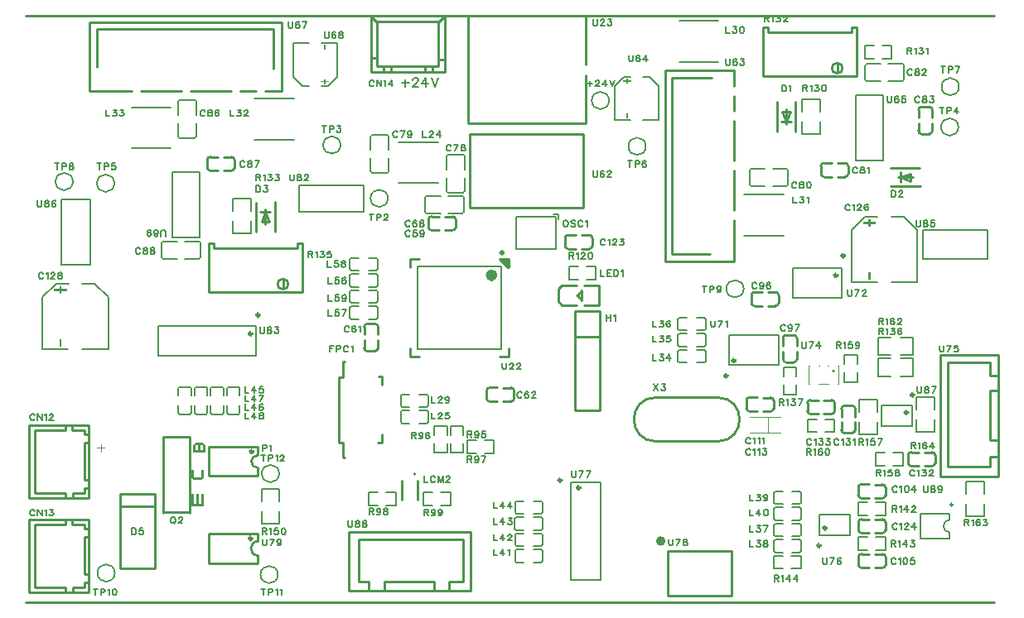
<source format=gto>
G04 Layer: TopSilkscreenLayer*
G04 EasyEDA Pro v2.2.42.2, 2025-09-26 15:24:21*
G04 Gerber Generator version 0.3*
G04 Scale: 100 percent, Rotated: No, Reflected: No*
G04 Dimensions in millimeters*
G04 Leading zeros omitted, absolute positions, 4 integers and 5 decimals*
G04 Generated by one-click*
%FSLAX45Y45*%
%MOMM*%
%ADD10C,0.127*%
%ADD11C,0.1016*%
%ADD12C,0.1524*%
%ADD13C,0.254*%
%ADD14C,0.08001*%
%ADD15C,0.2032*%
%ADD16C,0.15199*%
%ADD17C,0.2002*%
%ADD18C,0.2*%
%ADD19C,0.6*%
%ADD20C,0.3*%
%ADD21C,0.1*%
%ADD22C,0.15001*%
%ADD23C,0.1778*%
%ADD24C,0.24*%
G75*


G04 Text Start*
G54D10*
G01X3881120Y-849630D02*
G01X3881120Y-928370D01*
G01X3841750Y-889000D02*
G01X3920236Y-889000D01*
G01X3958336Y-858520D02*
G01X3958336Y-854202D01*
G01X3962654Y-845312D01*
G01X3966972Y-840994D01*
G01X3975608Y-836676D01*
G01X3993134Y-836676D01*
G01X4002024Y-840994D01*
G01X4006342Y-845312D01*
G01X4010660Y-854202D01*
G01X4010660Y-862838D01*
G01X4006342Y-871474D01*
G01X3997452Y-884682D01*
G01X3954018Y-928370D01*
G01X4014978Y-928370D01*
G01X4092194Y-836676D02*
G01X4048760Y-897636D01*
G01X4114038Y-897636D01*
G01X4092194Y-836676D02*
G01X4092194Y-928370D01*
G01X4147820Y-836676D02*
G01X4182618Y-928370D01*
G01X4217670Y-836676D02*
G01X4182618Y-928370D01*
G54D11*
G01X769112Y-4582922D02*
G01X769112Y-4662932D01*
G01X728980Y-4622800D02*
G01X808990Y-4622800D01*
G54D12*
G01X5763260Y-867410D02*
G01X5763260Y-923290D01*
G01X5735320Y-895350D02*
G01X5790946Y-895350D01*
G01X5824220Y-873760D02*
G01X5824220Y-870712D01*
G01X5827268Y-864362D01*
G01X5830316Y-861314D01*
G01X5836412Y-858266D01*
G01X5848858Y-858266D01*
G01X5855208Y-861314D01*
G01X5858256Y-864362D01*
G01X5861304Y-870712D01*
G01X5861304Y-876808D01*
G01X5858256Y-882904D01*
G01X5851906Y-892302D01*
G01X5821172Y-923290D01*
G01X5864352Y-923290D01*
G01X5925312Y-858266D02*
G01X5894578Y-901446D01*
G01X5940806Y-901446D01*
G01X5925312Y-858266D02*
G01X5925312Y-923290D01*
G01X5971032Y-858266D02*
G01X5995670Y-923290D01*
G01X6020562Y-858266D02*
G01X5995670Y-923290D01*
G01X3927602Y-2410460D02*
G01X3924554Y-2404110D01*
G01X3918204Y-2398014D01*
G01X3912108Y-2394966D01*
G01X3899662Y-2394966D01*
G01X3893566Y-2398014D01*
G01X3887216Y-2404110D01*
G01X3884168Y-2410460D01*
G01X3881120Y-2419604D01*
G01X3881120Y-2435098D01*
G01X3884168Y-2444496D01*
G01X3887216Y-2450592D01*
G01X3893566Y-2456942D01*
G01X3899662Y-2459990D01*
G01X3912108Y-2459990D01*
G01X3918204Y-2456942D01*
G01X3924554Y-2450592D01*
G01X3927602Y-2444496D01*
G01X3994912Y-2394966D02*
G01X3963924Y-2394966D01*
G01X3960876Y-2422652D01*
G01X3963924Y-2419604D01*
G01X3973068Y-2416556D01*
G01X3982466Y-2416556D01*
G01X3991864Y-2419604D01*
G01X3997960Y-2425954D01*
G01X4001008Y-2435098D01*
G01X4001008Y-2441448D01*
G01X3997960Y-2450592D01*
G01X3991864Y-2456942D01*
G01X3982466Y-2459990D01*
G01X3973068Y-2459990D01*
G01X3963924Y-2456942D01*
G01X3960876Y-2453640D01*
G01X3957828Y-2447544D01*
G01X4071366Y-2416556D02*
G01X4068318Y-2425954D01*
G01X4061968Y-2432050D01*
G01X4052824Y-2435098D01*
G01X4049776Y-2435098D01*
G01X4040378Y-2432050D01*
G01X4034282Y-2425954D01*
G01X4031234Y-2416556D01*
G01X4031234Y-2413508D01*
G01X4034282Y-2404110D01*
G01X4040378Y-2398014D01*
G01X4049776Y-2394966D01*
G01X4052824Y-2394966D01*
G01X4061968Y-2398014D01*
G01X4068318Y-2404110D01*
G01X4071366Y-2416556D01*
G01X4071366Y-2432050D01*
G01X4068318Y-2447544D01*
G01X4061968Y-2456942D01*
G01X4052824Y-2459990D01*
G01X4046474Y-2459990D01*
G01X4037330Y-2456942D01*
G01X4034282Y-2450592D01*
G01X3305302Y-3388360D02*
G01X3302254Y-3382010D01*
G01X3295904Y-3375914D01*
G01X3289808Y-3372866D01*
G01X3277362Y-3372866D01*
G01X3271266Y-3375914D01*
G01X3264916Y-3382010D01*
G01X3261868Y-3388360D01*
G01X3258820Y-3397504D01*
G01X3258820Y-3412998D01*
G01X3261868Y-3422396D01*
G01X3264916Y-3428492D01*
G01X3271266Y-3434842D01*
G01X3277362Y-3437890D01*
G01X3289808Y-3437890D01*
G01X3295904Y-3434842D01*
G01X3302254Y-3428492D01*
G01X3305302Y-3422396D01*
G01X3372612Y-3382010D02*
G01X3369564Y-3375914D01*
G01X3360166Y-3372866D01*
G01X3354070Y-3372866D01*
G01X3344672Y-3375914D01*
G01X3338576Y-3385312D01*
G01X3335528Y-3400552D01*
G01X3335528Y-3416046D01*
G01X3338576Y-3428492D01*
G01X3344672Y-3434842D01*
G01X3354070Y-3437890D01*
G01X3357118Y-3437890D01*
G01X3366262Y-3434842D01*
G01X3372612Y-3428492D01*
G01X3375660Y-3419348D01*
G01X3375660Y-3416046D01*
G01X3372612Y-3406902D01*
G01X3366262Y-3400552D01*
G01X3357118Y-3397504D01*
G01X3354070Y-3397504D01*
G01X3344672Y-3400552D01*
G01X3338576Y-3406902D01*
G01X3335528Y-3416046D01*
G01X3405886Y-3385312D02*
G01X3411982Y-3382010D01*
G01X3421126Y-3372866D01*
G01X3421126Y-3437890D01*
G01X5070602Y-4061460D02*
G01X5067554Y-4055110D01*
G01X5061204Y-4049014D01*
G01X5055108Y-4045966D01*
G01X5042662Y-4045966D01*
G01X5036566Y-4049014D01*
G01X5030216Y-4055110D01*
G01X5027168Y-4061460D01*
G01X5024120Y-4070604D01*
G01X5024120Y-4086098D01*
G01X5027168Y-4095496D01*
G01X5030216Y-4101592D01*
G01X5036566Y-4107942D01*
G01X5042662Y-4110990D01*
G01X5055108Y-4110990D01*
G01X5061204Y-4107942D01*
G01X5067554Y-4101592D01*
G01X5070602Y-4095496D01*
G01X5137912Y-4055110D02*
G01X5134864Y-4049014D01*
G01X5125466Y-4045966D01*
G01X5119370Y-4045966D01*
G01X5109972Y-4049014D01*
G01X5103876Y-4058412D01*
G01X5100828Y-4073652D01*
G01X5100828Y-4089146D01*
G01X5103876Y-4101592D01*
G01X5109972Y-4107942D01*
G01X5119370Y-4110990D01*
G01X5122418Y-4110990D01*
G01X5131562Y-4107942D01*
G01X5137912Y-4101592D01*
G01X5140960Y-4092448D01*
G01X5140960Y-4089146D01*
G01X5137912Y-4080002D01*
G01X5131562Y-4073652D01*
G01X5122418Y-4070604D01*
G01X5119370Y-4070604D01*
G01X5109972Y-4073652D01*
G01X5103876Y-4080002D01*
G01X5100828Y-4089146D01*
G01X5174234Y-4061460D02*
G01X5174234Y-4058412D01*
G01X5177282Y-4052062D01*
G01X5180330Y-4049014D01*
G01X5186426Y-4045966D01*
G01X5198872Y-4045966D01*
G01X5205222Y-4049014D01*
G01X5208270Y-4052062D01*
G01X5211318Y-4058412D01*
G01X5211318Y-4064508D01*
G01X5208270Y-4070604D01*
G01X5201920Y-4080002D01*
G01X5171186Y-4110990D01*
G01X5214366Y-4110990D01*
G01X3927602Y-2308860D02*
G01X3924554Y-2302510D01*
G01X3918204Y-2296414D01*
G01X3912108Y-2293366D01*
G01X3899662Y-2293366D01*
G01X3893566Y-2296414D01*
G01X3887216Y-2302510D01*
G01X3884168Y-2308860D01*
G01X3881120Y-2318004D01*
G01X3881120Y-2333498D01*
G01X3884168Y-2342896D01*
G01X3887216Y-2348992D01*
G01X3893566Y-2355342D01*
G01X3899662Y-2358390D01*
G01X3912108Y-2358390D01*
G01X3918204Y-2355342D01*
G01X3924554Y-2348992D01*
G01X3927602Y-2342896D01*
G01X3994912Y-2302510D02*
G01X3991864Y-2296414D01*
G01X3982466Y-2293366D01*
G01X3976370Y-2293366D01*
G01X3966972Y-2296414D01*
G01X3960876Y-2305812D01*
G01X3957828Y-2321052D01*
G01X3957828Y-2336546D01*
G01X3960876Y-2348992D01*
G01X3966972Y-2355342D01*
G01X3976370Y-2358390D01*
G01X3979418Y-2358390D01*
G01X3988562Y-2355342D01*
G01X3994912Y-2348992D01*
G01X3997960Y-2339848D01*
G01X3997960Y-2336546D01*
G01X3994912Y-2327402D01*
G01X3988562Y-2321052D01*
G01X3979418Y-2318004D01*
G01X3976370Y-2318004D01*
G01X3966972Y-2321052D01*
G01X3960876Y-2327402D01*
G01X3957828Y-2336546D01*
G01X4043426Y-2293366D02*
G01X4034282Y-2296414D01*
G01X4031234Y-2302510D01*
G01X4031234Y-2308860D01*
G01X4034282Y-2314956D01*
G01X4040378Y-2318004D01*
G01X4052824Y-2321052D01*
G01X4062222Y-2324354D01*
G01X4068318Y-2330450D01*
G01X4071366Y-2336546D01*
G01X4071366Y-2345944D01*
G01X4068318Y-2352040D01*
G01X4065270Y-2355342D01*
G01X4055872Y-2358390D01*
G01X4043426Y-2358390D01*
G01X4034282Y-2355342D01*
G01X4031234Y-2352040D01*
G01X4028186Y-2345944D01*
G01X4028186Y-2336546D01*
G01X4031234Y-2330450D01*
G01X4037330Y-2324354D01*
G01X4046728Y-2321052D01*
G01X4058920Y-2318004D01*
G01X4065270Y-2314956D01*
G01X4068318Y-2308860D01*
G01X4068318Y-2302510D01*
G01X4065270Y-2296414D01*
G01X4055872Y-2293366D01*
G01X4043426Y-2293366D01*
G01X4346702Y-1534160D02*
G01X4343654Y-1527810D01*
G01X4337304Y-1521714D01*
G01X4331208Y-1518666D01*
G01X4318762Y-1518666D01*
G01X4312666Y-1521714D01*
G01X4306316Y-1527810D01*
G01X4303268Y-1534160D01*
G01X4300220Y-1543304D01*
G01X4300220Y-1558798D01*
G01X4303268Y-1568196D01*
G01X4306316Y-1574292D01*
G01X4312666Y-1580642D01*
G01X4318762Y-1583690D01*
G01X4331208Y-1583690D01*
G01X4337304Y-1580642D01*
G01X4343654Y-1574292D01*
G01X4346702Y-1568196D01*
G01X4420108Y-1518666D02*
G01X4389120Y-1583690D01*
G01X4376928Y-1518666D02*
G01X4420108Y-1518666D01*
G01X4465574Y-1518666D02*
G01X4456430Y-1521714D01*
G01X4453382Y-1527810D01*
G01X4453382Y-1534160D01*
G01X4456430Y-1540256D01*
G01X4462526Y-1543304D01*
G01X4474972Y-1546352D01*
G01X4484370Y-1549654D01*
G01X4490466Y-1555750D01*
G01X4493514Y-1561846D01*
G01X4493514Y-1571244D01*
G01X4490466Y-1577340D01*
G01X4487418Y-1580642D01*
G01X4478020Y-1583690D01*
G01X4465574Y-1583690D01*
G01X4456430Y-1580642D01*
G01X4453382Y-1577340D01*
G01X4450334Y-1571244D01*
G01X4450334Y-1561846D01*
G01X4453382Y-1555750D01*
G01X4459478Y-1549654D01*
G01X4468876Y-1546352D01*
G01X4481068Y-1543304D01*
G01X4487418Y-1540256D01*
G01X4490466Y-1534160D01*
G01X4490466Y-1527810D01*
G01X4487418Y-1521714D01*
G01X4478020Y-1518666D01*
G01X4465574Y-1518666D01*
G01X3800602Y-1394460D02*
G01X3797554Y-1388110D01*
G01X3791204Y-1382014D01*
G01X3785108Y-1378966D01*
G01X3772662Y-1378966D01*
G01X3766566Y-1382014D01*
G01X3760216Y-1388110D01*
G01X3757168Y-1394460D01*
G01X3754120Y-1403604D01*
G01X3754120Y-1419098D01*
G01X3757168Y-1428496D01*
G01X3760216Y-1434592D01*
G01X3766566Y-1440942D01*
G01X3772662Y-1443990D01*
G01X3785108Y-1443990D01*
G01X3791204Y-1440942D01*
G01X3797554Y-1434592D01*
G01X3800602Y-1428496D01*
G01X3874008Y-1378966D02*
G01X3843020Y-1443990D01*
G01X3830828Y-1378966D02*
G01X3874008Y-1378966D01*
G01X3944366Y-1400556D02*
G01X3941318Y-1409954D01*
G01X3934968Y-1416050D01*
G01X3925824Y-1419098D01*
G01X3922776Y-1419098D01*
G01X3913378Y-1416050D01*
G01X3907282Y-1409954D01*
G01X3904234Y-1400556D01*
G01X3904234Y-1397508D01*
G01X3907282Y-1388110D01*
G01X3913378Y-1382014D01*
G01X3922776Y-1378966D01*
G01X3925824Y-1378966D01*
G01X3934968Y-1382014D01*
G01X3941318Y-1388110D01*
G01X3944366Y-1400556D01*
G01X3944366Y-1416050D01*
G01X3941318Y-1431544D01*
G01X3934968Y-1440942D01*
G01X3925824Y-1443990D01*
G01X3919474Y-1443990D01*
G01X3910330Y-1440942D01*
G01X3907282Y-1434592D01*
G01X8499602Y-1762760D02*
G01X8496554Y-1756410D01*
G01X8490204Y-1750314D01*
G01X8484108Y-1747266D01*
G01X8471662Y-1747266D01*
G01X8465566Y-1750314D01*
G01X8459216Y-1756410D01*
G01X8456168Y-1762760D01*
G01X8453120Y-1771904D01*
G01X8453120Y-1787398D01*
G01X8456168Y-1796796D01*
G01X8459216Y-1802892D01*
G01X8465566Y-1809242D01*
G01X8471662Y-1812290D01*
G01X8484108Y-1812290D01*
G01X8490204Y-1809242D01*
G01X8496554Y-1802892D01*
G01X8499602Y-1796796D01*
G01X8545068Y-1747266D02*
G01X8535924Y-1750314D01*
G01X8532876Y-1756410D01*
G01X8532876Y-1762760D01*
G01X8535924Y-1768856D01*
G01X8542020Y-1771904D01*
G01X8554466Y-1774952D01*
G01X8563864Y-1778254D01*
G01X8569960Y-1784350D01*
G01X8573008Y-1790446D01*
G01X8573008Y-1799844D01*
G01X8569960Y-1805940D01*
G01X8566912Y-1809242D01*
G01X8557514Y-1812290D01*
G01X8545068Y-1812290D01*
G01X8535924Y-1809242D01*
G01X8532876Y-1805940D01*
G01X8529828Y-1799844D01*
G01X8529828Y-1790446D01*
G01X8532876Y-1784350D01*
G01X8538972Y-1778254D01*
G01X8548370Y-1774952D01*
G01X8560562Y-1771904D01*
G01X8566912Y-1768856D01*
G01X8569960Y-1762760D01*
G01X8569960Y-1756410D01*
G01X8566912Y-1750314D01*
G01X8557514Y-1747266D01*
G01X8545068Y-1747266D01*
G01X8603234Y-1759712D02*
G01X8609330Y-1756410D01*
G01X8618474Y-1747266D01*
G01X8618474Y-1812290D01*
G01X9058402Y-759460D02*
G01X9055354Y-753110D01*
G01X9049004Y-747014D01*
G01X9042908Y-743966D01*
G01X9030462Y-743966D01*
G01X9024366Y-747014D01*
G01X9018016Y-753110D01*
G01X9014968Y-759460D01*
G01X9011920Y-768604D01*
G01X9011920Y-784098D01*
G01X9014968Y-793496D01*
G01X9018016Y-799592D01*
G01X9024366Y-805942D01*
G01X9030462Y-808990D01*
G01X9042908Y-808990D01*
G01X9049004Y-805942D01*
G01X9055354Y-799592D01*
G01X9058402Y-793496D01*
G01X9103868Y-743966D02*
G01X9094724Y-747014D01*
G01X9091676Y-753110D01*
G01X9091676Y-759460D01*
G01X9094724Y-765556D01*
G01X9100820Y-768604D01*
G01X9113266Y-771652D01*
G01X9122664Y-774954D01*
G01X9128760Y-781050D01*
G01X9131808Y-787146D01*
G01X9131808Y-796544D01*
G01X9128760Y-802640D01*
G01X9125712Y-805942D01*
G01X9116314Y-808990D01*
G01X9103868Y-808990D01*
G01X9094724Y-805942D01*
G01X9091676Y-802640D01*
G01X9088628Y-796544D01*
G01X9088628Y-787146D01*
G01X9091676Y-781050D01*
G01X9097772Y-774954D01*
G01X9107170Y-771652D01*
G01X9119362Y-768604D01*
G01X9125712Y-765556D01*
G01X9128760Y-759460D01*
G01X9128760Y-753110D01*
G01X9125712Y-747014D01*
G01X9116314Y-743966D01*
G01X9103868Y-743966D01*
G01X9165082Y-759460D02*
G01X9165082Y-756412D01*
G01X9168130Y-750062D01*
G01X9171178Y-747014D01*
G01X9177274Y-743966D01*
G01X9189720Y-743966D01*
G01X9196070Y-747014D01*
G01X9199118Y-750062D01*
G01X9202166Y-756412D01*
G01X9202166Y-762508D01*
G01X9199118Y-768604D01*
G01X9192768Y-778002D01*
G01X9162034Y-808990D01*
G01X9205214Y-808990D01*
G01X9134602Y-1038860D02*
G01X9131554Y-1032510D01*
G01X9125204Y-1026414D01*
G01X9119108Y-1023366D01*
G01X9106662Y-1023366D01*
G01X9100566Y-1026414D01*
G01X9094216Y-1032510D01*
G01X9091168Y-1038860D01*
G01X9088120Y-1048004D01*
G01X9088120Y-1063498D01*
G01X9091168Y-1072896D01*
G01X9094216Y-1078992D01*
G01X9100566Y-1085342D01*
G01X9106662Y-1088390D01*
G01X9119108Y-1088390D01*
G01X9125204Y-1085342D01*
G01X9131554Y-1078992D01*
G01X9134602Y-1072896D01*
G01X9180068Y-1023366D02*
G01X9170924Y-1026414D01*
G01X9167876Y-1032510D01*
G01X9167876Y-1038860D01*
G01X9170924Y-1044956D01*
G01X9177020Y-1048004D01*
G01X9189466Y-1051052D01*
G01X9198864Y-1054354D01*
G01X9204960Y-1060450D01*
G01X9208008Y-1066546D01*
G01X9208008Y-1075944D01*
G01X9204960Y-1082040D01*
G01X9201912Y-1085342D01*
G01X9192514Y-1088390D01*
G01X9180068Y-1088390D01*
G01X9170924Y-1085342D01*
G01X9167876Y-1082040D01*
G01X9164828Y-1075944D01*
G01X9164828Y-1066546D01*
G01X9167876Y-1060450D01*
G01X9173972Y-1054354D01*
G01X9183370Y-1051052D01*
G01X9195562Y-1048004D01*
G01X9201912Y-1044956D01*
G01X9204960Y-1038860D01*
G01X9204960Y-1032510D01*
G01X9201912Y-1026414D01*
G01X9192514Y-1023366D01*
G01X9180068Y-1023366D01*
G01X9244330Y-1023366D02*
G01X9278366Y-1023366D01*
G01X9259824Y-1048004D01*
G01X9268968Y-1048004D01*
G01X9275318Y-1051052D01*
G01X9278366Y-1054354D01*
G01X9281414Y-1063498D01*
G01X9281414Y-1069848D01*
G01X9278366Y-1078992D01*
G01X9272270Y-1085342D01*
G01X9262872Y-1088390D01*
G01X9253474Y-1088390D01*
G01X9244330Y-1085342D01*
G01X9241282Y-1082040D01*
G01X9238234Y-1075944D01*
G01X2238502Y-1699260D02*
G01X2235454Y-1692910D01*
G01X2229104Y-1686814D01*
G01X2223008Y-1683766D01*
G01X2210562Y-1683766D01*
G01X2204466Y-1686814D01*
G01X2198116Y-1692910D01*
G01X2195068Y-1699260D01*
G01X2192020Y-1708404D01*
G01X2192020Y-1723898D01*
G01X2195068Y-1733296D01*
G01X2198116Y-1739392D01*
G01X2204466Y-1745742D01*
G01X2210562Y-1748790D01*
G01X2223008Y-1748790D01*
G01X2229104Y-1745742D01*
G01X2235454Y-1739392D01*
G01X2238502Y-1733296D01*
G01X2283968Y-1683766D02*
G01X2274824Y-1686814D01*
G01X2271776Y-1692910D01*
G01X2271776Y-1699260D01*
G01X2274824Y-1705356D01*
G01X2280920Y-1708404D01*
G01X2293366Y-1711452D01*
G01X2302764Y-1714754D01*
G01X2308860Y-1720850D01*
G01X2311908Y-1726946D01*
G01X2311908Y-1736344D01*
G01X2308860Y-1742440D01*
G01X2305812Y-1745742D01*
G01X2296414Y-1748790D01*
G01X2283968Y-1748790D01*
G01X2274824Y-1745742D01*
G01X2271776Y-1742440D01*
G01X2268728Y-1736344D01*
G01X2268728Y-1726946D01*
G01X2271776Y-1720850D01*
G01X2277872Y-1714754D01*
G01X2287270Y-1711452D01*
G01X2299462Y-1708404D01*
G01X2305812Y-1705356D01*
G01X2308860Y-1699260D01*
G01X2308860Y-1692910D01*
G01X2305812Y-1686814D01*
G01X2296414Y-1683766D01*
G01X2283968Y-1683766D01*
G01X2385314Y-1683766D02*
G01X2354326Y-1748790D01*
G01X2342134Y-1683766D02*
G01X2385314Y-1683766D01*
G01X1171702Y-2588260D02*
G01X1168654Y-2581910D01*
G01X1162304Y-2575814D01*
G01X1156208Y-2572766D01*
G01X1143762Y-2572766D01*
G01X1137666Y-2575814D01*
G01X1131316Y-2581910D01*
G01X1128268Y-2588260D01*
G01X1125220Y-2597404D01*
G01X1125220Y-2612898D01*
G01X1128268Y-2622296D01*
G01X1131316Y-2628392D01*
G01X1137666Y-2634742D01*
G01X1143762Y-2637790D01*
G01X1156208Y-2637790D01*
G01X1162304Y-2634742D01*
G01X1168654Y-2628392D01*
G01X1171702Y-2622296D01*
G01X1217168Y-2572766D02*
G01X1208024Y-2575814D01*
G01X1204976Y-2581910D01*
G01X1204976Y-2588260D01*
G01X1208024Y-2594356D01*
G01X1214120Y-2597404D01*
G01X1226566Y-2600452D01*
G01X1235964Y-2603754D01*
G01X1242060Y-2609850D01*
G01X1245108Y-2615946D01*
G01X1245108Y-2625344D01*
G01X1242060Y-2631440D01*
G01X1239012Y-2634742D01*
G01X1229614Y-2637790D01*
G01X1217168Y-2637790D01*
G01X1208024Y-2634742D01*
G01X1204976Y-2631440D01*
G01X1201928Y-2625344D01*
G01X1201928Y-2615946D01*
G01X1204976Y-2609850D01*
G01X1211072Y-2603754D01*
G01X1220470Y-2600452D01*
G01X1232662Y-2597404D01*
G01X1239012Y-2594356D01*
G01X1242060Y-2588260D01*
G01X1242060Y-2581910D01*
G01X1239012Y-2575814D01*
G01X1229614Y-2572766D01*
G01X1217168Y-2572766D01*
G01X1290574Y-2572766D02*
G01X1281430Y-2575814D01*
G01X1278382Y-2581910D01*
G01X1278382Y-2588260D01*
G01X1281430Y-2594356D01*
G01X1287526Y-2597404D01*
G01X1299972Y-2600452D01*
G01X1309370Y-2603754D01*
G01X1315466Y-2609850D01*
G01X1318514Y-2615946D01*
G01X1318514Y-2625344D01*
G01X1315466Y-2631440D01*
G01X1312418Y-2634742D01*
G01X1303020Y-2637790D01*
G01X1290574Y-2637790D01*
G01X1281430Y-2634742D01*
G01X1278382Y-2631440D01*
G01X1275334Y-2625344D01*
G01X1275334Y-2615946D01*
G01X1278382Y-2609850D01*
G01X1284478Y-2603754D01*
G01X1293876Y-2600452D01*
G01X1306068Y-2597404D01*
G01X1312418Y-2594356D01*
G01X1315466Y-2588260D01*
G01X1315466Y-2581910D01*
G01X1312418Y-2575814D01*
G01X1303020Y-2572766D01*
G01X1290574Y-2572766D01*
G01X7470902Y-2943860D02*
G01X7467854Y-2937510D01*
G01X7461504Y-2931414D01*
G01X7455408Y-2928366D01*
G01X7442962Y-2928366D01*
G01X7436866Y-2931414D01*
G01X7430516Y-2937510D01*
G01X7427468Y-2943860D01*
G01X7424420Y-2953004D01*
G01X7424420Y-2968498D01*
G01X7427468Y-2977896D01*
G01X7430516Y-2983992D01*
G01X7436866Y-2990342D01*
G01X7442962Y-2993390D01*
G01X7455408Y-2993390D01*
G01X7461504Y-2990342D01*
G01X7467854Y-2983992D01*
G01X7470902Y-2977896D01*
G01X7541260Y-2949956D02*
G01X7538212Y-2959354D01*
G01X7531862Y-2965450D01*
G01X7522718Y-2968498D01*
G01X7519670Y-2968498D01*
G01X7510272Y-2965450D01*
G01X7504176Y-2959354D01*
G01X7501128Y-2949956D01*
G01X7501128Y-2946908D01*
G01X7504176Y-2937510D01*
G01X7510272Y-2931414D01*
G01X7519670Y-2928366D01*
G01X7522718Y-2928366D01*
G01X7531862Y-2931414D01*
G01X7538212Y-2937510D01*
G01X7541260Y-2949956D01*
G01X7541260Y-2965450D01*
G01X7538212Y-2980944D01*
G01X7531862Y-2990342D01*
G01X7522718Y-2993390D01*
G01X7516368Y-2993390D01*
G01X7507224Y-2990342D01*
G01X7504176Y-2983992D01*
G01X7608570Y-2937510D02*
G01X7605522Y-2931414D01*
G01X7596124Y-2928366D01*
G01X7590028Y-2928366D01*
G01X7580630Y-2931414D01*
G01X7574534Y-2940812D01*
G01X7571486Y-2956052D01*
G01X7571486Y-2971546D01*
G01X7574534Y-2983992D01*
G01X7580630Y-2990342D01*
G01X7590028Y-2993390D01*
G01X7593076Y-2993390D01*
G01X7602220Y-2990342D01*
G01X7608570Y-2983992D01*
G01X7611618Y-2974848D01*
G01X7611618Y-2971546D01*
G01X7608570Y-2962402D01*
G01X7602220Y-2956052D01*
G01X7593076Y-2953004D01*
G01X7590028Y-2953004D01*
G01X7580630Y-2956052D01*
G01X7574534Y-2962402D01*
G01X7571486Y-2971546D01*
G01X7763002Y-3375660D02*
G01X7759954Y-3369310D01*
G01X7753604Y-3363214D01*
G01X7747508Y-3360166D01*
G01X7735062Y-3360166D01*
G01X7728966Y-3363214D01*
G01X7722616Y-3369310D01*
G01X7719568Y-3375660D01*
G01X7716520Y-3384804D01*
G01X7716520Y-3400298D01*
G01X7719568Y-3409696D01*
G01X7722616Y-3415792D01*
G01X7728966Y-3422142D01*
G01X7735062Y-3425190D01*
G01X7747508Y-3425190D01*
G01X7753604Y-3422142D01*
G01X7759954Y-3415792D01*
G01X7763002Y-3409696D01*
G01X7833360Y-3381756D02*
G01X7830312Y-3391154D01*
G01X7823962Y-3397250D01*
G01X7814818Y-3400298D01*
G01X7811770Y-3400298D01*
G01X7802372Y-3397250D01*
G01X7796276Y-3391154D01*
G01X7793228Y-3381756D01*
G01X7793228Y-3378708D01*
G01X7796276Y-3369310D01*
G01X7802372Y-3363214D01*
G01X7811770Y-3360166D01*
G01X7814818Y-3360166D01*
G01X7823962Y-3363214D01*
G01X7830312Y-3369310D01*
G01X7833360Y-3381756D01*
G01X7833360Y-3397250D01*
G01X7830312Y-3412744D01*
G01X7823962Y-3422142D01*
G01X7814818Y-3425190D01*
G01X7808468Y-3425190D01*
G01X7799324Y-3422142D01*
G01X7796276Y-3415792D01*
G01X7906766Y-3360166D02*
G01X7875778Y-3425190D01*
G01X7863586Y-3360166D02*
G01X7906766Y-3360166D01*
G01X8906002Y-5026660D02*
G01X8902954Y-5020310D01*
G01X8896604Y-5014214D01*
G01X8890508Y-5011166D01*
G01X8878062Y-5011166D01*
G01X8871966Y-5014214D01*
G01X8865616Y-5020310D01*
G01X8862568Y-5026660D01*
G01X8859520Y-5035804D01*
G01X8859520Y-5051298D01*
G01X8862568Y-5060696D01*
G01X8865616Y-5066792D01*
G01X8871966Y-5073142D01*
G01X8878062Y-5076190D01*
G01X8890508Y-5076190D01*
G01X8896604Y-5073142D01*
G01X8902954Y-5066792D01*
G01X8906002Y-5060696D01*
G01X8936228Y-5023612D02*
G01X8942324Y-5020310D01*
G01X8951468Y-5011166D01*
G01X8951468Y-5076190D01*
G01X9000236Y-5011166D02*
G01X8990838Y-5014214D01*
G01X8984742Y-5023612D01*
G01X8981694Y-5038852D01*
G01X8981694Y-5048250D01*
G01X8984742Y-5063744D01*
G01X8990838Y-5073142D01*
G01X9000236Y-5076190D01*
G01X9006332Y-5076190D01*
G01X9015730Y-5073142D01*
G01X9021826Y-5063744D01*
G01X9024874Y-5048250D01*
G01X9024874Y-5038852D01*
G01X9021826Y-5023612D01*
G01X9015730Y-5014214D01*
G01X9006332Y-5011166D01*
G01X9000236Y-5011166D01*
G01X9085834Y-5011166D02*
G01X9055100Y-5054346D01*
G01X9101328Y-5054346D01*
G01X9085834Y-5011166D02*
G01X9085834Y-5076190D01*
G01X8893302Y-5763260D02*
G01X8890254Y-5756910D01*
G01X8883904Y-5750814D01*
G01X8877808Y-5747766D01*
G01X8865362Y-5747766D01*
G01X8859266Y-5750814D01*
G01X8852916Y-5756910D01*
G01X8849868Y-5763260D01*
G01X8846820Y-5772404D01*
G01X8846820Y-5787898D01*
G01X8849868Y-5797296D01*
G01X8852916Y-5803392D01*
G01X8859266Y-5809742D01*
G01X8865362Y-5812790D01*
G01X8877808Y-5812790D01*
G01X8883904Y-5809742D01*
G01X8890254Y-5803392D01*
G01X8893302Y-5797296D01*
G01X8923528Y-5760212D02*
G01X8929624Y-5756910D01*
G01X8938768Y-5747766D01*
G01X8938768Y-5812790D01*
G01X8987536Y-5747766D02*
G01X8978138Y-5750814D01*
G01X8972042Y-5760212D01*
G01X8968994Y-5775452D01*
G01X8968994Y-5784850D01*
G01X8972042Y-5800344D01*
G01X8978138Y-5809742D01*
G01X8987536Y-5812790D01*
G01X8993632Y-5812790D01*
G01X9003030Y-5809742D01*
G01X9009126Y-5800344D01*
G01X9012174Y-5784850D01*
G01X9012174Y-5775452D01*
G01X9009126Y-5760212D01*
G01X9003030Y-5750814D01*
G01X8993632Y-5747766D01*
G01X8987536Y-5747766D01*
G01X9079484Y-5747766D02*
G01X9048496Y-5747766D01*
G01X9045448Y-5775452D01*
G01X9048496Y-5772404D01*
G01X9057640Y-5769356D01*
G01X9067038Y-5769356D01*
G01X9076436Y-5772404D01*
G01X9082532Y-5778754D01*
G01X9085580Y-5787898D01*
G01X9085580Y-5794248D01*
G01X9082532Y-5803392D01*
G01X9076436Y-5809742D01*
G01X9067038Y-5812790D01*
G01X9057640Y-5812790D01*
G01X9048496Y-5809742D01*
G01X9045448Y-5806440D01*
G01X9042400Y-5800344D01*
G01X7407402Y-4531360D02*
G01X7404354Y-4525010D01*
G01X7398004Y-4518914D01*
G01X7391908Y-4515866D01*
G01X7379462Y-4515866D01*
G01X7373366Y-4518914D01*
G01X7367016Y-4525010D01*
G01X7363968Y-4531360D01*
G01X7360920Y-4540504D01*
G01X7360920Y-4555998D01*
G01X7363968Y-4565396D01*
G01X7367016Y-4571492D01*
G01X7373366Y-4577842D01*
G01X7379462Y-4580890D01*
G01X7391908Y-4580890D01*
G01X7398004Y-4577842D01*
G01X7404354Y-4571492D01*
G01X7407402Y-4565396D01*
G01X7437628Y-4528312D02*
G01X7443724Y-4525010D01*
G01X7452868Y-4515866D01*
G01X7452868Y-4580890D01*
G01X7483094Y-4528312D02*
G01X7489190Y-4525010D01*
G01X7498334Y-4515866D01*
G01X7498334Y-4580890D01*
G01X7528560Y-4528312D02*
G01X7534656Y-4525010D01*
G01X7543800Y-4515866D01*
G01X7543800Y-4580890D01*
G01X7407402Y-4645660D02*
G01X7404354Y-4639310D01*
G01X7398004Y-4633214D01*
G01X7391908Y-4630166D01*
G01X7379462Y-4630166D01*
G01X7373366Y-4633214D01*
G01X7367016Y-4639310D01*
G01X7363968Y-4645660D01*
G01X7360920Y-4654804D01*
G01X7360920Y-4670298D01*
G01X7363968Y-4679696D01*
G01X7367016Y-4685792D01*
G01X7373366Y-4692142D01*
G01X7379462Y-4695190D01*
G01X7391908Y-4695190D01*
G01X7398004Y-4692142D01*
G01X7404354Y-4685792D01*
G01X7407402Y-4679696D01*
G01X7437628Y-4642612D02*
G01X7443724Y-4639310D01*
G01X7452868Y-4630166D01*
G01X7452868Y-4695190D01*
G01X7483094Y-4642612D02*
G01X7489190Y-4639310D01*
G01X7498334Y-4630166D01*
G01X7498334Y-4695190D01*
G01X7534656Y-4630166D02*
G01X7568692Y-4630166D01*
G01X7550150Y-4654804D01*
G01X7559294Y-4654804D01*
G01X7565644Y-4657852D01*
G01X7568692Y-4661154D01*
G01X7571740Y-4670298D01*
G01X7571740Y-4676648D01*
G01X7568692Y-4685792D01*
G01X7562596Y-4692142D01*
G01X7553198Y-4695190D01*
G01X7543800Y-4695190D01*
G01X7534656Y-4692142D01*
G01X7531608Y-4688840D01*
G01X7528560Y-4682744D01*
G01X92202Y-4290060D02*
G01X89154Y-4283710D01*
G01X82804Y-4277614D01*
G01X76708Y-4274566D01*
G01X64262Y-4274566D01*
G01X58166Y-4277614D01*
G01X51816Y-4283710D01*
G01X48768Y-4290060D01*
G01X45720Y-4299204D01*
G01X45720Y-4314698D01*
G01X48768Y-4324096D01*
G01X51816Y-4330192D01*
G01X58166Y-4336542D01*
G01X64262Y-4339590D01*
G01X76708Y-4339590D01*
G01X82804Y-4336542D01*
G01X89154Y-4330192D01*
G01X92202Y-4324096D01*
G01X122428Y-4274566D02*
G01X122428Y-4339590D01*
G01X122428Y-4274566D02*
G01X165608Y-4339590D01*
G01X165608Y-4274566D02*
G01X165608Y-4339590D01*
G01X195834Y-4287012D02*
G01X201930Y-4283710D01*
G01X211074Y-4274566D01*
G01X211074Y-4339590D01*
G01X244348Y-4290060D02*
G01X244348Y-4287012D01*
G01X247396Y-4280662D01*
G01X250444Y-4277614D01*
G01X256540Y-4274566D01*
G01X268986Y-4274566D01*
G01X275336Y-4277614D01*
G01X278384Y-4280662D01*
G01X281432Y-4287012D01*
G01X281432Y-4293108D01*
G01X278384Y-4299204D01*
G01X272034Y-4308602D01*
G01X241300Y-4339590D01*
G01X284480Y-4339590D01*
G01X92202Y-5267960D02*
G01X89154Y-5261610D01*
G01X82804Y-5255514D01*
G01X76708Y-5252466D01*
G01X64262Y-5252466D01*
G01X58166Y-5255514D01*
G01X51816Y-5261610D01*
G01X48768Y-5267960D01*
G01X45720Y-5277104D01*
G01X45720Y-5292598D01*
G01X48768Y-5301996D01*
G01X51816Y-5308092D01*
G01X58166Y-5314442D01*
G01X64262Y-5317490D01*
G01X76708Y-5317490D01*
G01X82804Y-5314442D01*
G01X89154Y-5308092D01*
G01X92202Y-5301996D01*
G01X122428Y-5252466D02*
G01X122428Y-5317490D01*
G01X122428Y-5252466D02*
G01X165608Y-5317490D01*
G01X165608Y-5252466D02*
G01X165608Y-5317490D01*
G01X195834Y-5264912D02*
G01X201930Y-5261610D01*
G01X211074Y-5252466D01*
G01X211074Y-5317490D01*
G01X247396Y-5252466D02*
G01X281432Y-5252466D01*
G01X262890Y-5277104D01*
G01X272034Y-5277104D01*
G01X278384Y-5280152D01*
G01X281432Y-5283454D01*
G01X284480Y-5292598D01*
G01X284480Y-5298948D01*
G01X281432Y-5308092D01*
G01X275336Y-5314442D01*
G01X265938Y-5317490D01*
G01X256540Y-5317490D01*
G01X247396Y-5314442D01*
G01X244348Y-5311140D01*
G01X241300Y-5305044D01*
G01X7729220Y-909066D02*
G01X7729220Y-974090D01*
G01X7729220Y-909066D02*
G01X7750810Y-909066D01*
G01X7760208Y-912114D01*
G01X7766304Y-918210D01*
G01X7769352Y-924560D01*
G01X7772654Y-933704D01*
G01X7772654Y-949198D01*
G01X7769352Y-958596D01*
G01X7766304Y-964692D01*
G01X7760208Y-971042D01*
G01X7750810Y-974090D01*
G01X7729220Y-974090D01*
G01X7802880Y-921512D02*
G01X7808976Y-918210D01*
G01X7818120Y-909066D01*
G01X7818120Y-974090D01*
G01X8846820Y-1988566D02*
G01X8846820Y-2053590D01*
G01X8846820Y-1988566D02*
G01X8868410Y-1988566D01*
G01X8877808Y-1991614D01*
G01X8883904Y-1997710D01*
G01X8886952Y-2004060D01*
G01X8890254Y-2013204D01*
G01X8890254Y-2028698D01*
G01X8886952Y-2038096D01*
G01X8883904Y-2044192D01*
G01X8877808Y-2050542D01*
G01X8868410Y-2053590D01*
G01X8846820Y-2053590D01*
G01X8923528Y-2004060D02*
G01X8923528Y-2001012D01*
G01X8926576Y-1994662D01*
G01X8929624Y-1991614D01*
G01X8935720Y-1988566D01*
G01X8948166Y-1988566D01*
G01X8954516Y-1991614D01*
G01X8957564Y-1994662D01*
G01X8960612Y-2001012D01*
G01X8960612Y-2007108D01*
G01X8957564Y-2013204D01*
G01X8951214Y-2022602D01*
G01X8920480Y-2053590D01*
G01X8963660Y-2053590D01*
G01X2357120Y-1937766D02*
G01X2357120Y-2002790D01*
G01X2357120Y-1937766D02*
G01X2378710Y-1937766D01*
G01X2388108Y-1940814D01*
G01X2394204Y-1946910D01*
G01X2397252Y-1953260D01*
G01X2400554Y-1962404D01*
G01X2400554Y-1977898D01*
G01X2397252Y-1987296D01*
G01X2394204Y-1993392D01*
G01X2388108Y-1999742D01*
G01X2378710Y-2002790D01*
G01X2357120Y-2002790D01*
G01X2436876Y-1937766D02*
G01X2470912Y-1937766D01*
G01X2452370Y-1962404D01*
G01X2461514Y-1962404D01*
G01X2467864Y-1965452D01*
G01X2470912Y-1968754D01*
G01X2473960Y-1977898D01*
G01X2473960Y-1984248D01*
G01X2470912Y-1993392D01*
G01X2464816Y-1999742D01*
G01X2455418Y-2002790D01*
G01X2446020Y-2002790D01*
G01X2436876Y-1999742D01*
G01X2433828Y-1996440D01*
G01X2430780Y-1990344D01*
G01X1087120Y-5442966D02*
G01X1087120Y-5507990D01*
G01X1087120Y-5442966D02*
G01X1108710Y-5442966D01*
G01X1118108Y-5446014D01*
G01X1124204Y-5452110D01*
G01X1127252Y-5458460D01*
G01X1130554Y-5467604D01*
G01X1130554Y-5483098D01*
G01X1127252Y-5492496D01*
G01X1124204Y-5498592D01*
G01X1118108Y-5504942D01*
G01X1108710Y-5507990D01*
G01X1087120Y-5507990D01*
G01X1197864Y-5442966D02*
G01X1166876Y-5442966D01*
G01X1163828Y-5470652D01*
G01X1166876Y-5467604D01*
G01X1176020Y-5464556D01*
G01X1185418Y-5464556D01*
G01X1194816Y-5467604D01*
G01X1200912Y-5473954D01*
G01X1203960Y-5483098D01*
G01X1203960Y-5489448D01*
G01X1200912Y-5498592D01*
G01X1194816Y-5504942D01*
G01X1185418Y-5507990D01*
G01X1176020Y-5507990D01*
G01X1166876Y-5504942D01*
G01X1163828Y-5501640D01*
G01X1160780Y-5495544D01*
G01X4058920Y-1378966D02*
G01X4058920Y-1443990D01*
G01X4058920Y-1443990D02*
G01X4096004Y-1443990D01*
G01X4129278Y-1394460D02*
G01X4129278Y-1391412D01*
G01X4132326Y-1385062D01*
G01X4135374Y-1382014D01*
G01X4141470Y-1378966D01*
G01X4153916Y-1378966D01*
G01X4160266Y-1382014D01*
G01X4163314Y-1385062D01*
G01X4166362Y-1391412D01*
G01X4166362Y-1397508D01*
G01X4163314Y-1403604D01*
G01X4156964Y-1413002D01*
G01X4126230Y-1443990D01*
G01X4169410Y-1443990D01*
G01X4230370Y-1378966D02*
G01X4199636Y-1422146D01*
G01X4245864Y-1422146D01*
G01X4230370Y-1378966D02*
G01X4230370Y-1443990D01*
G01X4147820Y-4261866D02*
G01X4147820Y-4326890D01*
G01X4147820Y-4326890D02*
G01X4184904Y-4326890D01*
G01X4218178Y-4277360D02*
G01X4218178Y-4274312D01*
G01X4221226Y-4267962D01*
G01X4224274Y-4264914D01*
G01X4230370Y-4261866D01*
G01X4242816Y-4261866D01*
G01X4249166Y-4264914D01*
G01X4252214Y-4267962D01*
G01X4255262Y-4274312D01*
G01X4255262Y-4280408D01*
G01X4252214Y-4286504D01*
G01X4245864Y-4295902D01*
G01X4215130Y-4326890D01*
G01X4258310Y-4326890D01*
G01X4325620Y-4261866D02*
G01X4294632Y-4261866D01*
G01X4291584Y-4289552D01*
G01X4294632Y-4286504D01*
G01X4303776Y-4283456D01*
G01X4313174Y-4283456D01*
G01X4322572Y-4286504D01*
G01X4328668Y-4292854D01*
G01X4331716Y-4301998D01*
G01X4331716Y-4308348D01*
G01X4328668Y-4317492D01*
G01X4322572Y-4323842D01*
G01X4313174Y-4326890D01*
G01X4303776Y-4326890D01*
G01X4294632Y-4323842D01*
G01X4291584Y-4320540D01*
G01X4288536Y-4314444D01*
G01X4147820Y-4096766D02*
G01X4147820Y-4161790D01*
G01X4147820Y-4161790D02*
G01X4184904Y-4161790D01*
G01X4218178Y-4112260D02*
G01X4218178Y-4109212D01*
G01X4221226Y-4102862D01*
G01X4224274Y-4099814D01*
G01X4230370Y-4096766D01*
G01X4242816Y-4096766D01*
G01X4249166Y-4099814D01*
G01X4252214Y-4102862D01*
G01X4255262Y-4109212D01*
G01X4255262Y-4115308D01*
G01X4252214Y-4121404D01*
G01X4245864Y-4130802D01*
G01X4215130Y-4161790D01*
G01X4258310Y-4161790D01*
G01X4328668Y-4118356D02*
G01X4325620Y-4127754D01*
G01X4319270Y-4133850D01*
G01X4310126Y-4136898D01*
G01X4307078Y-4136898D01*
G01X4297680Y-4133850D01*
G01X4291584Y-4127754D01*
G01X4288536Y-4118356D01*
G01X4288536Y-4115308D01*
G01X4291584Y-4105910D01*
G01X4297680Y-4099814D01*
G01X4307078Y-4096766D01*
G01X4310126Y-4096766D01*
G01X4319270Y-4099814D01*
G01X4325620Y-4105910D01*
G01X4328668Y-4118356D01*
G01X4328668Y-4133850D01*
G01X4325620Y-4149344D01*
G01X4319270Y-4158742D01*
G01X4310126Y-4161790D01*
G01X4303776Y-4161790D01*
G01X4294632Y-4158742D01*
G01X4291584Y-4152392D01*
G01X7157720Y-312166D02*
G01X7157720Y-377190D01*
G01X7157720Y-377190D02*
G01X7194804Y-377190D01*
G01X7231126Y-312166D02*
G01X7265162Y-312166D01*
G01X7246620Y-336804D01*
G01X7255764Y-336804D01*
G01X7262114Y-339852D01*
G01X7265162Y-343154D01*
G01X7268210Y-352298D01*
G01X7268210Y-358648D01*
G01X7265162Y-367792D01*
G01X7259066Y-374142D01*
G01X7249668Y-377190D01*
G01X7240270Y-377190D01*
G01X7231126Y-374142D01*
G01X7228078Y-370840D01*
G01X7225030Y-364744D01*
G01X7316978Y-312166D02*
G01X7307580Y-315214D01*
G01X7301484Y-324612D01*
G01X7298436Y-339852D01*
G01X7298436Y-349250D01*
G01X7301484Y-364744D01*
G01X7307580Y-374142D01*
G01X7316978Y-377190D01*
G01X7323074Y-377190D01*
G01X7332472Y-374142D01*
G01X7338568Y-364744D01*
G01X7341616Y-349250D01*
G01X7341616Y-339852D01*
G01X7338568Y-324612D01*
G01X7332472Y-315214D01*
G01X7323074Y-312166D01*
G01X7316978Y-312166D01*
G01X7843520Y-2052066D02*
G01X7843520Y-2117090D01*
G01X7843520Y-2117090D02*
G01X7880604Y-2117090D01*
G01X7916926Y-2052066D02*
G01X7950962Y-2052066D01*
G01X7932420Y-2076704D01*
G01X7941564Y-2076704D01*
G01X7947914Y-2079752D01*
G01X7950962Y-2083054D01*
G01X7954010Y-2092198D01*
G01X7954010Y-2098548D01*
G01X7950962Y-2107692D01*
G01X7944866Y-2114042D01*
G01X7935468Y-2117090D01*
G01X7926070Y-2117090D01*
G01X7916926Y-2114042D01*
G01X7913878Y-2110740D01*
G01X7910830Y-2104644D01*
G01X7984236Y-2064512D02*
G01X7990332Y-2061210D01*
G01X7999476Y-2052066D01*
G01X7999476Y-2117090D01*
G01X2090420Y-1163066D02*
G01X2090420Y-1228090D01*
G01X2090420Y-1228090D02*
G01X2127504Y-1228090D01*
G01X2163826Y-1163066D02*
G01X2197862Y-1163066D01*
G01X2179320Y-1187704D01*
G01X2188464Y-1187704D01*
G01X2194814Y-1190752D01*
G01X2197862Y-1194054D01*
G01X2200910Y-1203198D01*
G01X2200910Y-1209548D01*
G01X2197862Y-1218692D01*
G01X2191766Y-1225042D01*
G01X2182368Y-1228090D01*
G01X2172970Y-1228090D01*
G01X2163826Y-1225042D01*
G01X2160778Y-1221740D01*
G01X2157730Y-1215644D01*
G01X2234184Y-1178560D02*
G01X2234184Y-1175512D01*
G01X2237232Y-1169162D01*
G01X2240280Y-1166114D01*
G01X2246376Y-1163066D01*
G01X2258822Y-1163066D01*
G01X2265172Y-1166114D01*
G01X2268220Y-1169162D01*
G01X2271268Y-1175512D01*
G01X2271268Y-1181608D01*
G01X2268220Y-1187704D01*
G01X2261870Y-1197102D01*
G01X2231136Y-1228090D01*
G01X2274316Y-1228090D01*
G01X820420Y-1163066D02*
G01X820420Y-1228090D01*
G01X820420Y-1228090D02*
G01X857504Y-1228090D01*
G01X893826Y-1163066D02*
G01X927862Y-1163066D01*
G01X909320Y-1187704D01*
G01X918464Y-1187704D01*
G01X924814Y-1190752D01*
G01X927862Y-1194054D01*
G01X930910Y-1203198D01*
G01X930910Y-1209548D01*
G01X927862Y-1218692D01*
G01X921766Y-1225042D01*
G01X912368Y-1228090D01*
G01X902970Y-1228090D01*
G01X893826Y-1225042D01*
G01X890778Y-1221740D01*
G01X887730Y-1215644D01*
G01X967232Y-1163066D02*
G01X1001268Y-1163066D01*
G01X982726Y-1187704D01*
G01X991870Y-1187704D01*
G01X998220Y-1190752D01*
G01X1001268Y-1194054D01*
G01X1004316Y-1203198D01*
G01X1004316Y-1209548D01*
G01X1001268Y-1218692D01*
G01X995172Y-1225042D01*
G01X985774Y-1228090D01*
G01X976376Y-1228090D01*
G01X967232Y-1225042D01*
G01X964184Y-1221740D01*
G01X961136Y-1215644D01*
G01X6408420Y-3664966D02*
G01X6408420Y-3729990D01*
G01X6408420Y-3729990D02*
G01X6445504Y-3729990D01*
G01X6481826Y-3664966D02*
G01X6515862Y-3664966D01*
G01X6497320Y-3689604D01*
G01X6506464Y-3689604D01*
G01X6512814Y-3692652D01*
G01X6515862Y-3695954D01*
G01X6518910Y-3705098D01*
G01X6518910Y-3711448D01*
G01X6515862Y-3720592D01*
G01X6509766Y-3726942D01*
G01X6500368Y-3729990D01*
G01X6490970Y-3729990D01*
G01X6481826Y-3726942D01*
G01X6478778Y-3723640D01*
G01X6475730Y-3717544D01*
G01X6579870Y-3664966D02*
G01X6549136Y-3708146D01*
G01X6595364Y-3708146D01*
G01X6579870Y-3664966D02*
G01X6579870Y-3729990D01*
G01X6408420Y-3474466D02*
G01X6408420Y-3539490D01*
G01X6408420Y-3539490D02*
G01X6445504Y-3539490D01*
G01X6481826Y-3474466D02*
G01X6515862Y-3474466D01*
G01X6497320Y-3499104D01*
G01X6506464Y-3499104D01*
G01X6512814Y-3502152D01*
G01X6515862Y-3505454D01*
G01X6518910Y-3514598D01*
G01X6518910Y-3520948D01*
G01X6515862Y-3530092D01*
G01X6509766Y-3536442D01*
G01X6500368Y-3539490D01*
G01X6490970Y-3539490D01*
G01X6481826Y-3536442D01*
G01X6478778Y-3533140D01*
G01X6475730Y-3527044D01*
G01X6586220Y-3474466D02*
G01X6555232Y-3474466D01*
G01X6552184Y-3502152D01*
G01X6555232Y-3499104D01*
G01X6564376Y-3496056D01*
G01X6573774Y-3496056D01*
G01X6583172Y-3499104D01*
G01X6589268Y-3505454D01*
G01X6592316Y-3514598D01*
G01X6592316Y-3520948D01*
G01X6589268Y-3530092D01*
G01X6583172Y-3536442D01*
G01X6573774Y-3539490D01*
G01X6564376Y-3539490D01*
G01X6555232Y-3536442D01*
G01X6552184Y-3533140D01*
G01X6549136Y-3527044D01*
G01X6408420Y-3322066D02*
G01X6408420Y-3387090D01*
G01X6408420Y-3387090D02*
G01X6445504Y-3387090D01*
G01X6481826Y-3322066D02*
G01X6515862Y-3322066D01*
G01X6497320Y-3346704D01*
G01X6506464Y-3346704D01*
G01X6512814Y-3349752D01*
G01X6515862Y-3353054D01*
G01X6518910Y-3362198D01*
G01X6518910Y-3368548D01*
G01X6515862Y-3377692D01*
G01X6509766Y-3384042D01*
G01X6500368Y-3387090D01*
G01X6490970Y-3387090D01*
G01X6481826Y-3384042D01*
G01X6478778Y-3380740D01*
G01X6475730Y-3374644D01*
G01X6586220Y-3331210D02*
G01X6583172Y-3325114D01*
G01X6573774Y-3322066D01*
G01X6567678Y-3322066D01*
G01X6558280Y-3325114D01*
G01X6552184Y-3334512D01*
G01X6549136Y-3349752D01*
G01X6549136Y-3365246D01*
G01X6552184Y-3377692D01*
G01X6558280Y-3384042D01*
G01X6567678Y-3387090D01*
G01X6570726Y-3387090D01*
G01X6579870Y-3384042D01*
G01X6586220Y-3377692D01*
G01X6589268Y-3368548D01*
G01X6589268Y-3365246D01*
G01X6586220Y-3356102D01*
G01X6579870Y-3349752D01*
G01X6570726Y-3346704D01*
G01X6567678Y-3346704D01*
G01X6558280Y-3349752D01*
G01X6552184Y-3356102D01*
G01X6549136Y-3365246D01*
G01X7399020Y-5417566D02*
G01X7399020Y-5482590D01*
G01X7399020Y-5482590D02*
G01X7436104Y-5482590D01*
G01X7472426Y-5417566D02*
G01X7506462Y-5417566D01*
G01X7487920Y-5442204D01*
G01X7497064Y-5442204D01*
G01X7503414Y-5445252D01*
G01X7506462Y-5448554D01*
G01X7509510Y-5457698D01*
G01X7509510Y-5464048D01*
G01X7506462Y-5473192D01*
G01X7500366Y-5479542D01*
G01X7490968Y-5482590D01*
G01X7481570Y-5482590D01*
G01X7472426Y-5479542D01*
G01X7469378Y-5476240D01*
G01X7466330Y-5470144D01*
G01X7582916Y-5417566D02*
G01X7551928Y-5482590D01*
G01X7539736Y-5417566D02*
G01X7582916Y-5417566D01*
G01X7399020Y-5569966D02*
G01X7399020Y-5634990D01*
G01X7399020Y-5634990D02*
G01X7436104Y-5634990D01*
G01X7472426Y-5569966D02*
G01X7506462Y-5569966D01*
G01X7487920Y-5594604D01*
G01X7497064Y-5594604D01*
G01X7503414Y-5597652D01*
G01X7506462Y-5600954D01*
G01X7509510Y-5610098D01*
G01X7509510Y-5616448D01*
G01X7506462Y-5625592D01*
G01X7500366Y-5631942D01*
G01X7490968Y-5634990D01*
G01X7481570Y-5634990D01*
G01X7472426Y-5631942D01*
G01X7469378Y-5628640D01*
G01X7466330Y-5622544D01*
G01X7554976Y-5569966D02*
G01X7545832Y-5573014D01*
G01X7542784Y-5579110D01*
G01X7542784Y-5585460D01*
G01X7545832Y-5591556D01*
G01X7551928Y-5594604D01*
G01X7564374Y-5597652D01*
G01X7573772Y-5600954D01*
G01X7579868Y-5607050D01*
G01X7582916Y-5613146D01*
G01X7582916Y-5622544D01*
G01X7579868Y-5628640D01*
G01X7576820Y-5631942D01*
G01X7567422Y-5634990D01*
G01X7554976Y-5634990D01*
G01X7545832Y-5631942D01*
G01X7542784Y-5628640D01*
G01X7539736Y-5622544D01*
G01X7539736Y-5613146D01*
G01X7542784Y-5607050D01*
G01X7548880Y-5600954D01*
G01X7558278Y-5597652D01*
G01X7570470Y-5594604D01*
G01X7576820Y-5591556D01*
G01X7579868Y-5585460D01*
G01X7579868Y-5579110D01*
G01X7576820Y-5573014D01*
G01X7567422Y-5569966D01*
G01X7554976Y-5569966D01*
G01X7399020Y-5100066D02*
G01X7399020Y-5165090D01*
G01X7399020Y-5165090D02*
G01X7436104Y-5165090D01*
G01X7472426Y-5100066D02*
G01X7506462Y-5100066D01*
G01X7487920Y-5124704D01*
G01X7497064Y-5124704D01*
G01X7503414Y-5127752D01*
G01X7506462Y-5131054D01*
G01X7509510Y-5140198D01*
G01X7509510Y-5146548D01*
G01X7506462Y-5155692D01*
G01X7500366Y-5162042D01*
G01X7490968Y-5165090D01*
G01X7481570Y-5165090D01*
G01X7472426Y-5162042D01*
G01X7469378Y-5158740D01*
G01X7466330Y-5152644D01*
G01X7579868Y-5121656D02*
G01X7576820Y-5131054D01*
G01X7570470Y-5137150D01*
G01X7561326Y-5140198D01*
G01X7558278Y-5140198D01*
G01X7548880Y-5137150D01*
G01X7542784Y-5131054D01*
G01X7539736Y-5121656D01*
G01X7539736Y-5118608D01*
G01X7542784Y-5109210D01*
G01X7548880Y-5103114D01*
G01X7558278Y-5100066D01*
G01X7561326Y-5100066D01*
G01X7570470Y-5103114D01*
G01X7576820Y-5109210D01*
G01X7579868Y-5121656D01*
G01X7579868Y-5137150D01*
G01X7576820Y-5152644D01*
G01X7570470Y-5162042D01*
G01X7561326Y-5165090D01*
G01X7554976Y-5165090D01*
G01X7545832Y-5162042D01*
G01X7542784Y-5155692D01*
G01X7399020Y-5252466D02*
G01X7399020Y-5317490D01*
G01X7399020Y-5317490D02*
G01X7436104Y-5317490D01*
G01X7497064Y-5252466D02*
G01X7466330Y-5295646D01*
G01X7512558Y-5295646D01*
G01X7497064Y-5252466D02*
G01X7497064Y-5317490D01*
G01X7561326Y-5252466D02*
G01X7551928Y-5255514D01*
G01X7545832Y-5264912D01*
G01X7542784Y-5280152D01*
G01X7542784Y-5289550D01*
G01X7545832Y-5305044D01*
G01X7551928Y-5314442D01*
G01X7561326Y-5317490D01*
G01X7567422Y-5317490D01*
G01X7576820Y-5314442D01*
G01X7582916Y-5305044D01*
G01X7585964Y-5289550D01*
G01X7585964Y-5280152D01*
G01X7582916Y-5264912D01*
G01X7576820Y-5255514D01*
G01X7567422Y-5252466D01*
G01X7561326Y-5252466D01*
G01X4782820Y-5658866D02*
G01X4782820Y-5723890D01*
G01X4782820Y-5723890D02*
G01X4819904Y-5723890D01*
G01X4880864Y-5658866D02*
G01X4850130Y-5702046D01*
G01X4896358Y-5702046D01*
G01X4880864Y-5658866D02*
G01X4880864Y-5723890D01*
G01X4926584Y-5671312D02*
G01X4932680Y-5668010D01*
G01X4941824Y-5658866D01*
G01X4941824Y-5723890D01*
G01X4782820Y-5506466D02*
G01X4782820Y-5571490D01*
G01X4782820Y-5571490D02*
G01X4819904Y-5571490D01*
G01X4880864Y-5506466D02*
G01X4850130Y-5549646D01*
G01X4896358Y-5549646D01*
G01X4880864Y-5506466D02*
G01X4880864Y-5571490D01*
G01X4929632Y-5521960D02*
G01X4929632Y-5518912D01*
G01X4932680Y-5512562D01*
G01X4935728Y-5509514D01*
G01X4941824Y-5506466D01*
G01X4954270Y-5506466D01*
G01X4960620Y-5509514D01*
G01X4963668Y-5512562D01*
G01X4966716Y-5518912D01*
G01X4966716Y-5525008D01*
G01X4963668Y-5531104D01*
G01X4957318Y-5540502D01*
G01X4926584Y-5571490D01*
G01X4969764Y-5571490D01*
G01X4782820Y-5341366D02*
G01X4782820Y-5406390D01*
G01X4782820Y-5406390D02*
G01X4819904Y-5406390D01*
G01X4880864Y-5341366D02*
G01X4850130Y-5384546D01*
G01X4896358Y-5384546D01*
G01X4880864Y-5341366D02*
G01X4880864Y-5406390D01*
G01X4932680Y-5341366D02*
G01X4966716Y-5341366D01*
G01X4948174Y-5366004D01*
G01X4957318Y-5366004D01*
G01X4963668Y-5369052D01*
G01X4966716Y-5372354D01*
G01X4969764Y-5381498D01*
G01X4969764Y-5387848D01*
G01X4966716Y-5396992D01*
G01X4960620Y-5403342D01*
G01X4951222Y-5406390D01*
G01X4941824Y-5406390D01*
G01X4932680Y-5403342D01*
G01X4929632Y-5400040D01*
G01X4926584Y-5393944D01*
G01X4782820Y-5176266D02*
G01X4782820Y-5241290D01*
G01X4782820Y-5241290D02*
G01X4819904Y-5241290D01*
G01X4880864Y-5176266D02*
G01X4850130Y-5219446D01*
G01X4896358Y-5219446D01*
G01X4880864Y-5176266D02*
G01X4880864Y-5241290D01*
G01X4957318Y-5176266D02*
G01X4926584Y-5219446D01*
G01X4972812Y-5219446D01*
G01X4957318Y-5176266D02*
G01X4957318Y-5241290D01*
G01X2242820Y-3995166D02*
G01X2242820Y-4060190D01*
G01X2242820Y-4060190D02*
G01X2279904Y-4060190D01*
G01X2340864Y-3995166D02*
G01X2310130Y-4038346D01*
G01X2356358Y-4038346D01*
G01X2340864Y-3995166D02*
G01X2340864Y-4060190D01*
G01X2423668Y-3995166D02*
G01X2392680Y-3995166D01*
G01X2389632Y-4022852D01*
G01X2392680Y-4019804D01*
G01X2401824Y-4016756D01*
G01X2411222Y-4016756D01*
G01X2420620Y-4019804D01*
G01X2426716Y-4026154D01*
G01X2429764Y-4035298D01*
G01X2429764Y-4041648D01*
G01X2426716Y-4050792D01*
G01X2420620Y-4057142D01*
G01X2411222Y-4060190D01*
G01X2401824Y-4060190D01*
G01X2392680Y-4057142D01*
G01X2389632Y-4053840D01*
G01X2386584Y-4047744D01*
G01X2242820Y-4172966D02*
G01X2242820Y-4237990D01*
G01X2242820Y-4237990D02*
G01X2279904Y-4237990D01*
G01X2340864Y-4172966D02*
G01X2310130Y-4216146D01*
G01X2356358Y-4216146D01*
G01X2340864Y-4172966D02*
G01X2340864Y-4237990D01*
G01X2423668Y-4182110D02*
G01X2420620Y-4176014D01*
G01X2411222Y-4172966D01*
G01X2405126Y-4172966D01*
G01X2395728Y-4176014D01*
G01X2389632Y-4185412D01*
G01X2386584Y-4200652D01*
G01X2386584Y-4216146D01*
G01X2389632Y-4228592D01*
G01X2395728Y-4234942D01*
G01X2405126Y-4237990D01*
G01X2408174Y-4237990D01*
G01X2417318Y-4234942D01*
G01X2423668Y-4228592D01*
G01X2426716Y-4219448D01*
G01X2426716Y-4216146D01*
G01X2423668Y-4207002D01*
G01X2417318Y-4200652D01*
G01X2408174Y-4197604D01*
G01X2405126Y-4197604D01*
G01X2395728Y-4200652D01*
G01X2389632Y-4207002D01*
G01X2386584Y-4216146D01*
G01X2242820Y-4084066D02*
G01X2242820Y-4149090D01*
G01X2242820Y-4149090D02*
G01X2279904Y-4149090D01*
G01X2340864Y-4084066D02*
G01X2310130Y-4127246D01*
G01X2356358Y-4127246D01*
G01X2340864Y-4084066D02*
G01X2340864Y-4149090D01*
G01X2429764Y-4084066D02*
G01X2398776Y-4149090D01*
G01X2386584Y-4084066D02*
G01X2429764Y-4084066D01*
G01X2242820Y-4261866D02*
G01X2242820Y-4326890D01*
G01X2242820Y-4326890D02*
G01X2279904Y-4326890D01*
G01X2340864Y-4261866D02*
G01X2310130Y-4305046D01*
G01X2356358Y-4305046D01*
G01X2340864Y-4261866D02*
G01X2340864Y-4326890D01*
G01X2401824Y-4261866D02*
G01X2392680Y-4264914D01*
G01X2389632Y-4271010D01*
G01X2389632Y-4277360D01*
G01X2392680Y-4283456D01*
G01X2398776Y-4286504D01*
G01X2411222Y-4289552D01*
G01X2420620Y-4292854D01*
G01X2426716Y-4298950D01*
G01X2429764Y-4305046D01*
G01X2429764Y-4314444D01*
G01X2426716Y-4320540D01*
G01X2423668Y-4323842D01*
G01X2414270Y-4326890D01*
G01X2401824Y-4326890D01*
G01X2392680Y-4323842D01*
G01X2389632Y-4320540D01*
G01X2386584Y-4314444D01*
G01X2386584Y-4305046D01*
G01X2389632Y-4298950D01*
G01X2395728Y-4292854D01*
G01X2405126Y-4289552D01*
G01X2417318Y-4286504D01*
G01X2423668Y-4283456D01*
G01X2426716Y-4277360D01*
G01X2426716Y-4271010D01*
G01X2423668Y-4264914D01*
G01X2414270Y-4261866D01*
G01X2401824Y-4261866D01*
G01X3093720Y-2877566D02*
G01X3093720Y-2942590D01*
G01X3093720Y-2942590D02*
G01X3130804Y-2942590D01*
G01X3198114Y-2877566D02*
G01X3167126Y-2877566D01*
G01X3164078Y-2905252D01*
G01X3167126Y-2902204D01*
G01X3176270Y-2899156D01*
G01X3185668Y-2899156D01*
G01X3195066Y-2902204D01*
G01X3201162Y-2908554D01*
G01X3204210Y-2917698D01*
G01X3204210Y-2924048D01*
G01X3201162Y-2933192D01*
G01X3195066Y-2939542D01*
G01X3185668Y-2942590D01*
G01X3176270Y-2942590D01*
G01X3167126Y-2939542D01*
G01X3164078Y-2936240D01*
G01X3161030Y-2930144D01*
G01X3271520Y-2886710D02*
G01X3268472Y-2880614D01*
G01X3259074Y-2877566D01*
G01X3252978Y-2877566D01*
G01X3243580Y-2880614D01*
G01X3237484Y-2890012D01*
G01X3234436Y-2905252D01*
G01X3234436Y-2920746D01*
G01X3237484Y-2933192D01*
G01X3243580Y-2939542D01*
G01X3252978Y-2942590D01*
G01X3256026Y-2942590D01*
G01X3265170Y-2939542D01*
G01X3271520Y-2933192D01*
G01X3274568Y-2924048D01*
G01X3274568Y-2920746D01*
G01X3271520Y-2911602D01*
G01X3265170Y-2905252D01*
G01X3256026Y-2902204D01*
G01X3252978Y-2902204D01*
G01X3243580Y-2905252D01*
G01X3237484Y-2911602D01*
G01X3234436Y-2920746D01*
G01X3093720Y-3207766D02*
G01X3093720Y-3272790D01*
G01X3093720Y-3272790D02*
G01X3130804Y-3272790D01*
G01X3198114Y-3207766D02*
G01X3167126Y-3207766D01*
G01X3164078Y-3235452D01*
G01X3167126Y-3232404D01*
G01X3176270Y-3229356D01*
G01X3185668Y-3229356D01*
G01X3195066Y-3232404D01*
G01X3201162Y-3238754D01*
G01X3204210Y-3247898D01*
G01X3204210Y-3254248D01*
G01X3201162Y-3263392D01*
G01X3195066Y-3269742D01*
G01X3185668Y-3272790D01*
G01X3176270Y-3272790D01*
G01X3167126Y-3269742D01*
G01X3164078Y-3266440D01*
G01X3161030Y-3260344D01*
G01X3277616Y-3207766D02*
G01X3246628Y-3272790D01*
G01X3234436Y-3207766D02*
G01X3277616Y-3207766D01*
G01X3086396Y-2707079D02*
G01X3086396Y-2772103D01*
G01X3086396Y-2772103D02*
G01X3123480Y-2772103D01*
G01X3190790Y-2707079D02*
G01X3159802Y-2707079D01*
G01X3156754Y-2734765D01*
G01X3159802Y-2731717D01*
G01X3168946Y-2728669D01*
G01X3178344Y-2728669D01*
G01X3187742Y-2731717D01*
G01X3193838Y-2738067D01*
G01X3196886Y-2747211D01*
G01X3196886Y-2753561D01*
G01X3193838Y-2762705D01*
G01X3187742Y-2769055D01*
G01X3178344Y-2772103D01*
G01X3168946Y-2772103D01*
G01X3159802Y-2769055D01*
G01X3156754Y-2765753D01*
G01X3153706Y-2759657D01*
G01X3242352Y-2707079D02*
G01X3233208Y-2710127D01*
G01X3230160Y-2716223D01*
G01X3230160Y-2722573D01*
G01X3233208Y-2728669D01*
G01X3239304Y-2731717D01*
G01X3251750Y-2734765D01*
G01X3261148Y-2738067D01*
G01X3267244Y-2744163D01*
G01X3270292Y-2750259D01*
G01X3270292Y-2759657D01*
G01X3267244Y-2765753D01*
G01X3264196Y-2769055D01*
G01X3254798Y-2772103D01*
G01X3242352Y-2772103D01*
G01X3233208Y-2769055D01*
G01X3230160Y-2765753D01*
G01X3227112Y-2759657D01*
G01X3227112Y-2750259D01*
G01X3230160Y-2744163D01*
G01X3236256Y-2738067D01*
G01X3245654Y-2734765D01*
G01X3257846Y-2731717D01*
G01X3264196Y-2728669D01*
G01X3267244Y-2722573D01*
G01X3267244Y-2716223D01*
G01X3264196Y-2710127D01*
G01X3254798Y-2707079D01*
G01X3242352Y-2707079D01*
G01X3093720Y-3055366D02*
G01X3093720Y-3120390D01*
G01X3093720Y-3120390D02*
G01X3130804Y-3120390D01*
G01X3198114Y-3055366D02*
G01X3167126Y-3055366D01*
G01X3164078Y-3083052D01*
G01X3167126Y-3080004D01*
G01X3176270Y-3076956D01*
G01X3185668Y-3076956D01*
G01X3195066Y-3080004D01*
G01X3201162Y-3086354D01*
G01X3204210Y-3095498D01*
G01X3204210Y-3101848D01*
G01X3201162Y-3110992D01*
G01X3195066Y-3117342D01*
G01X3185668Y-3120390D01*
G01X3176270Y-3120390D01*
G01X3167126Y-3117342D01*
G01X3164078Y-3114040D01*
G01X3161030Y-3107944D01*
G01X3274568Y-3076956D02*
G01X3271520Y-3086354D01*
G01X3265170Y-3092450D01*
G01X3256026Y-3095498D01*
G01X3252978Y-3095498D01*
G01X3243580Y-3092450D01*
G01X3237484Y-3086354D01*
G01X3234436Y-3076956D01*
G01X3234436Y-3073908D01*
G01X3237484Y-3064510D01*
G01X3243580Y-3058414D01*
G01X3252978Y-3055366D01*
G01X3256026Y-3055366D01*
G01X3265170Y-3058414D01*
G01X3271520Y-3064510D01*
G01X3274568Y-3076956D01*
G01X3274568Y-3092450D01*
G01X3271520Y-3107944D01*
G01X3265170Y-3117342D01*
G01X3256026Y-3120390D01*
G01X3249676Y-3120390D01*
G01X3240532Y-3117342D01*
G01X3237484Y-3110992D01*
G01X5875020Y-2801366D02*
G01X5875020Y-2866390D01*
G01X5875020Y-2866390D02*
G01X5912104Y-2866390D01*
G01X5942330Y-2801366D02*
G01X5942330Y-2866390D01*
G01X5942330Y-2801366D02*
G01X5982462Y-2801366D01*
G01X5942330Y-2832354D02*
G01X5966968Y-2832354D01*
G01X5942330Y-2866390D02*
G01X5982462Y-2866390D01*
G01X6012688Y-2801366D02*
G01X6012688Y-2866390D01*
G01X6012688Y-2801366D02*
G01X6034278Y-2801366D01*
G01X6043422Y-2804414D01*
G01X6049772Y-2810510D01*
G01X6052820Y-2816860D01*
G01X6055868Y-2826004D01*
G01X6055868Y-2841498D01*
G01X6052820Y-2850896D01*
G01X6049772Y-2856992D01*
G01X6043422Y-2863342D01*
G01X6034278Y-2866390D01*
G01X6012688Y-2866390D01*
G01X6086094Y-2813812D02*
G01X6092190Y-2810510D01*
G01X6101334Y-2801366D01*
G01X6101334Y-2866390D01*
G01X2420620Y-4592066D02*
G01X2420620Y-4657090D01*
G01X2420620Y-4592066D02*
G01X2448560Y-4592066D01*
G01X2457704Y-4595114D01*
G01X2460752Y-4598162D01*
G01X2464054Y-4604512D01*
G01X2464054Y-4613656D01*
G01X2460752Y-4619752D01*
G01X2457704Y-4623054D01*
G01X2448560Y-4626102D01*
G01X2420620Y-4626102D01*
G01X2494280Y-4604512D02*
G01X2500376Y-4601210D01*
G01X2509520Y-4592066D01*
G01X2509520Y-4657090D01*
G01X1499362Y-5328666D02*
G01X1493266Y-5331714D01*
G01X1486916Y-5337810D01*
G01X1483868Y-5344160D01*
G01X1480820Y-5353304D01*
G01X1480820Y-5368798D01*
G01X1483868Y-5378196D01*
G01X1486916Y-5384292D01*
G01X1493266Y-5390642D01*
G01X1499362Y-5393690D01*
G01X1511808Y-5393690D01*
G01X1517904Y-5390642D01*
G01X1524254Y-5384292D01*
G01X1527302Y-5378196D01*
G01X1530350Y-5368798D01*
G01X1530350Y-5353304D01*
G01X1527302Y-5344160D01*
G01X1524254Y-5337810D01*
G01X1517904Y-5331714D01*
G01X1511808Y-5328666D01*
G01X1499362Y-5328666D01*
G01X1508760Y-5381244D02*
G01X1527302Y-5399786D01*
G01X1563624Y-5344160D02*
G01X1563624Y-5341112D01*
G01X1566672Y-5334762D01*
G01X1569720Y-5331714D01*
G01X1575816Y-5328666D01*
G01X1588262Y-5328666D01*
G01X1594612Y-5331714D01*
G01X1597660Y-5334762D01*
G01X1600708Y-5341112D01*
G01X1600708Y-5347208D01*
G01X1597660Y-5353304D01*
G01X1591310Y-5362702D01*
G01X1560576Y-5393690D01*
G01X1603756Y-5393690D01*
G01X4516120Y-4452366D02*
G01X4516120Y-4517390D01*
G01X4516120Y-4452366D02*
G01X4544060Y-4452366D01*
G01X4553204Y-4455414D01*
G01X4556252Y-4458462D01*
G01X4559554Y-4464812D01*
G01X4559554Y-4470908D01*
G01X4556252Y-4477004D01*
G01X4553204Y-4480052D01*
G01X4544060Y-4483354D01*
G01X4516120Y-4483354D01*
G01X4537710Y-4483354D02*
G01X4559554Y-4517390D01*
G01X4629912Y-4473956D02*
G01X4626864Y-4483354D01*
G01X4620514Y-4489450D01*
G01X4611370Y-4492498D01*
G01X4608322Y-4492498D01*
G01X4598924Y-4489450D01*
G01X4592828Y-4483354D01*
G01X4589780Y-4473956D01*
G01X4589780Y-4470908D01*
G01X4592828Y-4461510D01*
G01X4598924Y-4455414D01*
G01X4608322Y-4452366D01*
G01X4611370Y-4452366D01*
G01X4620514Y-4455414D01*
G01X4626864Y-4461510D01*
G01X4629912Y-4473956D01*
G01X4629912Y-4489450D01*
G01X4626864Y-4504944D01*
G01X4620514Y-4514342D01*
G01X4611370Y-4517390D01*
G01X4605020Y-4517390D01*
G01X4595876Y-4514342D01*
G01X4592828Y-4507992D01*
G01X4697222Y-4452366D02*
G01X4666234Y-4452366D01*
G01X4663186Y-4480052D01*
G01X4666234Y-4477004D01*
G01X4675378Y-4473956D01*
G01X4684776Y-4473956D01*
G01X4694174Y-4477004D01*
G01X4700270Y-4483354D01*
G01X4703318Y-4492498D01*
G01X4703318Y-4498848D01*
G01X4700270Y-4507992D01*
G01X4694174Y-4514342D01*
G01X4684776Y-4517390D01*
G01X4675378Y-4517390D01*
G01X4666234Y-4514342D01*
G01X4663186Y-4511040D01*
G01X4660138Y-4504944D01*
G01X3944620Y-4465066D02*
G01X3944620Y-4530090D01*
G01X3944620Y-4465066D02*
G01X3972560Y-4465066D01*
G01X3981704Y-4468114D01*
G01X3984752Y-4471162D01*
G01X3988054Y-4477512D01*
G01X3988054Y-4483608D01*
G01X3984752Y-4489704D01*
G01X3981704Y-4492752D01*
G01X3972560Y-4496054D01*
G01X3944620Y-4496054D01*
G01X3966210Y-4496054D02*
G01X3988054Y-4530090D01*
G01X4058412Y-4486656D02*
G01X4055364Y-4496054D01*
G01X4049014Y-4502150D01*
G01X4039870Y-4505198D01*
G01X4036822Y-4505198D01*
G01X4027424Y-4502150D01*
G01X4021328Y-4496054D01*
G01X4018280Y-4486656D01*
G01X4018280Y-4483608D01*
G01X4021328Y-4474210D01*
G01X4027424Y-4468114D01*
G01X4036822Y-4465066D01*
G01X4039870Y-4465066D01*
G01X4049014Y-4468114D01*
G01X4055364Y-4474210D01*
G01X4058412Y-4486656D01*
G01X4058412Y-4502150D01*
G01X4055364Y-4517644D01*
G01X4049014Y-4527042D01*
G01X4039870Y-4530090D01*
G01X4033520Y-4530090D01*
G01X4024376Y-4527042D01*
G01X4021328Y-4520692D01*
G01X4125722Y-4474210D02*
G01X4122674Y-4468114D01*
G01X4113276Y-4465066D01*
G01X4107180Y-4465066D01*
G01X4097782Y-4468114D01*
G01X4091686Y-4477512D01*
G01X4088638Y-4492752D01*
G01X4088638Y-4508246D01*
G01X4091686Y-4520692D01*
G01X4097782Y-4527042D01*
G01X4107180Y-4530090D01*
G01X4110228Y-4530090D01*
G01X4119372Y-4527042D01*
G01X4125722Y-4520692D01*
G01X4128770Y-4511548D01*
G01X4128770Y-4508246D01*
G01X4125722Y-4499102D01*
G01X4119372Y-4492752D01*
G01X4110228Y-4489704D01*
G01X4107180Y-4489704D01*
G01X4097782Y-4492752D01*
G01X4091686Y-4499102D01*
G01X4088638Y-4508246D01*
G01X5557520Y-2623566D02*
G01X5557520Y-2688590D01*
G01X5557520Y-2623566D02*
G01X5585460Y-2623566D01*
G01X5594604Y-2626614D01*
G01X5597652Y-2629662D01*
G01X5600954Y-2636012D01*
G01X5600954Y-2642108D01*
G01X5597652Y-2648204D01*
G01X5594604Y-2651252D01*
G01X5585460Y-2654554D01*
G01X5557520Y-2654554D01*
G01X5579110Y-2654554D02*
G01X5600954Y-2688590D01*
G01X5631180Y-2636012D02*
G01X5637276Y-2632710D01*
G01X5646420Y-2623566D01*
G01X5646420Y-2688590D01*
G01X5679694Y-2639060D02*
G01X5679694Y-2636012D01*
G01X5682742Y-2629662D01*
G01X5685790Y-2626614D01*
G01X5691886Y-2623566D01*
G01X5704332Y-2623566D01*
G01X5710682Y-2626614D01*
G01X5713730Y-2629662D01*
G01X5716778Y-2636012D01*
G01X5716778Y-2642108D01*
G01X5713730Y-2648204D01*
G01X5707380Y-2657602D01*
G01X5676646Y-2688590D01*
G01X5719826Y-2688590D01*
G01X5768594Y-2623566D02*
G01X5759196Y-2626614D01*
G01X5753100Y-2636012D01*
G01X5750052Y-2651252D01*
G01X5750052Y-2660650D01*
G01X5753100Y-2676144D01*
G01X5759196Y-2685542D01*
G01X5768594Y-2688590D01*
G01X5774690Y-2688590D01*
G01X5784088Y-2685542D01*
G01X5790184Y-2676144D01*
G01X5793232Y-2660650D01*
G01X5793232Y-2651252D01*
G01X5790184Y-2636012D01*
G01X5784088Y-2626614D01*
G01X5774690Y-2623566D01*
G01X5768594Y-2623566D01*
G01X7945120Y-909066D02*
G01X7945120Y-974090D01*
G01X7945120Y-909066D02*
G01X7973060Y-909066D01*
G01X7982204Y-912114D01*
G01X7985252Y-915162D01*
G01X7988554Y-921512D01*
G01X7988554Y-927608D01*
G01X7985252Y-933704D01*
G01X7982204Y-936752D01*
G01X7973060Y-940054D01*
G01X7945120Y-940054D01*
G01X7966710Y-940054D02*
G01X7988554Y-974090D01*
G01X8018780Y-921512D02*
G01X8024876Y-918210D01*
G01X8034020Y-909066D01*
G01X8034020Y-974090D01*
G01X8070342Y-909066D02*
G01X8104378Y-909066D01*
G01X8085836Y-933704D01*
G01X8094980Y-933704D01*
G01X8101330Y-936752D01*
G01X8104378Y-940054D01*
G01X8107426Y-949198D01*
G01X8107426Y-955548D01*
G01X8104378Y-964692D01*
G01X8098282Y-971042D01*
G01X8088884Y-974090D01*
G01X8079486Y-974090D01*
G01X8070342Y-971042D01*
G01X8067294Y-967740D01*
G01X8064246Y-961644D01*
G01X8156194Y-909066D02*
G01X8146796Y-912114D01*
G01X8140700Y-921512D01*
G01X8137652Y-936752D01*
G01X8137652Y-946150D01*
G01X8140700Y-961644D01*
G01X8146796Y-971042D01*
G01X8156194Y-974090D01*
G01X8162290Y-974090D01*
G01X8171688Y-971042D01*
G01X8177784Y-961644D01*
G01X8180832Y-946150D01*
G01X8180832Y-936752D01*
G01X8177784Y-921512D01*
G01X8171688Y-912114D01*
G01X8162290Y-909066D01*
G01X8156194Y-909066D01*
G01X7551420Y-197866D02*
G01X7551420Y-262890D01*
G01X7551420Y-197866D02*
G01X7579360Y-197866D01*
G01X7588504Y-200914D01*
G01X7591552Y-203962D01*
G01X7594854Y-210312D01*
G01X7594854Y-216408D01*
G01X7591552Y-222504D01*
G01X7588504Y-225552D01*
G01X7579360Y-228854D01*
G01X7551420Y-228854D01*
G01X7573010Y-228854D02*
G01X7594854Y-262890D01*
G01X7625080Y-210312D02*
G01X7631176Y-207010D01*
G01X7640320Y-197866D01*
G01X7640320Y-262890D01*
G01X7676642Y-197866D02*
G01X7710678Y-197866D01*
G01X7692136Y-222504D01*
G01X7701280Y-222504D01*
G01X7707630Y-225552D01*
G01X7710678Y-228854D01*
G01X7713726Y-237998D01*
G01X7713726Y-244348D01*
G01X7710678Y-253492D01*
G01X7704582Y-259842D01*
G01X7695184Y-262890D01*
G01X7685786Y-262890D01*
G01X7676642Y-259842D01*
G01X7673594Y-256540D01*
G01X7670546Y-250444D01*
G01X7747000Y-213360D02*
G01X7747000Y-210312D01*
G01X7750048Y-203962D01*
G01X7753096Y-200914D01*
G01X7759192Y-197866D01*
G01X7771638Y-197866D01*
G01X7777988Y-200914D01*
G01X7781036Y-203962D01*
G01X7784084Y-210312D01*
G01X7784084Y-216408D01*
G01X7781036Y-222504D01*
G01X7774686Y-231902D01*
G01X7743952Y-262890D01*
G01X7787132Y-262890D01*
G01X2357120Y-1823466D02*
G01X2357120Y-1888490D01*
G01X2357120Y-1823466D02*
G01X2385060Y-1823466D01*
G01X2394204Y-1826514D01*
G01X2397252Y-1829562D01*
G01X2400554Y-1835912D01*
G01X2400554Y-1842008D01*
G01X2397252Y-1848104D01*
G01X2394204Y-1851152D01*
G01X2385060Y-1854454D01*
G01X2357120Y-1854454D01*
G01X2378710Y-1854454D02*
G01X2400554Y-1888490D01*
G01X2430780Y-1835912D02*
G01X2436876Y-1832610D01*
G01X2446020Y-1823466D01*
G01X2446020Y-1888490D01*
G01X2482342Y-1823466D02*
G01X2516378Y-1823466D01*
G01X2497836Y-1848104D01*
G01X2506980Y-1848104D01*
G01X2513330Y-1851152D01*
G01X2516378Y-1854454D01*
G01X2519426Y-1863598D01*
G01X2519426Y-1869948D01*
G01X2516378Y-1879092D01*
G01X2510282Y-1885442D01*
G01X2500884Y-1888490D01*
G01X2491486Y-1888490D01*
G01X2482342Y-1885442D01*
G01X2479294Y-1882140D01*
G01X2476246Y-1876044D01*
G01X2555748Y-1823466D02*
G01X2589784Y-1823466D01*
G01X2571242Y-1848104D01*
G01X2580386Y-1848104D01*
G01X2586736Y-1851152D01*
G01X2589784Y-1854454D01*
G01X2592832Y-1863598D01*
G01X2592832Y-1869948D01*
G01X2589784Y-1879092D01*
G01X2583688Y-1885442D01*
G01X2574290Y-1888490D01*
G01X2564892Y-1888490D01*
G01X2555748Y-1885442D01*
G01X2552700Y-1882140D01*
G01X2549652Y-1876044D01*
G01X2890520Y-2610866D02*
G01X2890520Y-2675890D01*
G01X2890520Y-2610866D02*
G01X2918460Y-2610866D01*
G01X2927604Y-2613914D01*
G01X2930652Y-2616962D01*
G01X2933954Y-2623312D01*
G01X2933954Y-2629408D01*
G01X2930652Y-2635504D01*
G01X2927604Y-2638552D01*
G01X2918460Y-2641854D01*
G01X2890520Y-2641854D01*
G01X2912110Y-2641854D02*
G01X2933954Y-2675890D01*
G01X2964180Y-2623312D02*
G01X2970276Y-2620010D01*
G01X2979420Y-2610866D01*
G01X2979420Y-2675890D01*
G01X3015742Y-2610866D02*
G01X3049778Y-2610866D01*
G01X3031236Y-2635504D01*
G01X3040380Y-2635504D01*
G01X3046730Y-2638552D01*
G01X3049778Y-2641854D01*
G01X3052826Y-2650998D01*
G01X3052826Y-2657348D01*
G01X3049778Y-2666492D01*
G01X3043682Y-2672842D01*
G01X3034284Y-2675890D01*
G01X3024886Y-2675890D01*
G01X3015742Y-2672842D01*
G01X3012694Y-2669540D01*
G01X3009646Y-2663444D01*
G01X3120136Y-2610866D02*
G01X3089148Y-2610866D01*
G01X3086100Y-2638552D01*
G01X3089148Y-2635504D01*
G01X3098292Y-2632456D01*
G01X3107690Y-2632456D01*
G01X3117088Y-2635504D01*
G01X3123184Y-2641854D01*
G01X3126232Y-2650998D01*
G01X3126232Y-2657348D01*
G01X3123184Y-2666492D01*
G01X3117088Y-2672842D01*
G01X3107690Y-2675890D01*
G01X3098292Y-2675890D01*
G01X3089148Y-2672842D01*
G01X3086100Y-2669540D01*
G01X3083052Y-2663444D01*
G01X8719820Y-3398266D02*
G01X8719820Y-3463290D01*
G01X8719820Y-3398266D02*
G01X8747760Y-3398266D01*
G01X8756904Y-3401314D01*
G01X8759952Y-3404362D01*
G01X8763254Y-3410712D01*
G01X8763254Y-3416808D01*
G01X8759952Y-3422904D01*
G01X8756904Y-3425952D01*
G01X8747760Y-3429254D01*
G01X8719820Y-3429254D01*
G01X8741410Y-3429254D02*
G01X8763254Y-3463290D01*
G01X8793480Y-3410712D02*
G01X8799576Y-3407410D01*
G01X8808720Y-3398266D01*
G01X8808720Y-3463290D01*
G01X8845042Y-3398266D02*
G01X8879078Y-3398266D01*
G01X8860536Y-3422904D01*
G01X8869680Y-3422904D01*
G01X8876030Y-3425952D01*
G01X8879078Y-3429254D01*
G01X8882126Y-3438398D01*
G01X8882126Y-3444748D01*
G01X8879078Y-3453892D01*
G01X8872982Y-3460242D01*
G01X8863584Y-3463290D01*
G01X8854186Y-3463290D01*
G01X8845042Y-3460242D01*
G01X8841994Y-3456940D01*
G01X8838946Y-3450844D01*
G01X8949436Y-3407410D02*
G01X8946388Y-3401314D01*
G01X8936990Y-3398266D01*
G01X8930894Y-3398266D01*
G01X8921496Y-3401314D01*
G01X8915400Y-3410712D01*
G01X8912352Y-3425952D01*
G01X8912352Y-3441446D01*
G01X8915400Y-3453892D01*
G01X8921496Y-3460242D01*
G01X8930894Y-3463290D01*
G01X8933942Y-3463290D01*
G01X8943086Y-3460242D01*
G01X8949436Y-3453892D01*
G01X8952484Y-3444748D01*
G01X8952484Y-3441446D01*
G01X8949436Y-3432302D01*
G01X8943086Y-3425952D01*
G01X8933942Y-3422904D01*
G01X8930894Y-3422904D01*
G01X8921496Y-3425952D01*
G01X8915400Y-3432302D01*
G01X8912352Y-3441446D01*
G01X8859520Y-5214366D02*
G01X8859520Y-5279390D01*
G01X8859520Y-5214366D02*
G01X8887460Y-5214366D01*
G01X8896604Y-5217414D01*
G01X8899652Y-5220462D01*
G01X8902954Y-5226812D01*
G01X8902954Y-5232908D01*
G01X8899652Y-5239004D01*
G01X8896604Y-5242052D01*
G01X8887460Y-5245354D01*
G01X8859520Y-5245354D01*
G01X8881110Y-5245354D02*
G01X8902954Y-5279390D01*
G01X8933180Y-5226812D02*
G01X8939276Y-5223510D01*
G01X8948420Y-5214366D01*
G01X8948420Y-5279390D01*
G01X9009380Y-5214366D02*
G01X8978646Y-5257546D01*
G01X9024874Y-5257546D01*
G01X9009380Y-5214366D02*
G01X9009380Y-5279390D01*
G01X9058148Y-5229860D02*
G01X9058148Y-5226812D01*
G01X9061196Y-5220462D01*
G01X9064244Y-5217414D01*
G01X9070340Y-5214366D01*
G01X9082786Y-5214366D01*
G01X9089136Y-5217414D01*
G01X9092184Y-5220462D01*
G01X9095232Y-5226812D01*
G01X9095232Y-5232908D01*
G01X9092184Y-5239004D01*
G01X9085834Y-5248402D01*
G01X9055100Y-5279390D01*
G01X9098280Y-5279390D01*
G01X8846820Y-5569966D02*
G01X8846820Y-5634990D01*
G01X8846820Y-5569966D02*
G01X8874760Y-5569966D01*
G01X8883904Y-5573014D01*
G01X8886952Y-5576062D01*
G01X8890254Y-5582412D01*
G01X8890254Y-5588508D01*
G01X8886952Y-5594604D01*
G01X8883904Y-5597652D01*
G01X8874760Y-5600954D01*
G01X8846820Y-5600954D01*
G01X8868410Y-5600954D02*
G01X8890254Y-5634990D01*
G01X8920480Y-5582412D02*
G01X8926576Y-5579110D01*
G01X8935720Y-5569966D01*
G01X8935720Y-5634990D01*
G01X8996680Y-5569966D02*
G01X8965946Y-5613146D01*
G01X9012174Y-5613146D01*
G01X8996680Y-5569966D02*
G01X8996680Y-5634990D01*
G01X9048496Y-5569966D02*
G01X9082532Y-5569966D01*
G01X9063990Y-5594604D01*
G01X9073134Y-5594604D01*
G01X9079484Y-5597652D01*
G01X9082532Y-5600954D01*
G01X9085580Y-5610098D01*
G01X9085580Y-5616448D01*
G01X9082532Y-5625592D01*
G01X9076436Y-5631942D01*
G01X9067038Y-5634990D01*
G01X9057640Y-5634990D01*
G01X9048496Y-5631942D01*
G01X9045448Y-5628640D01*
G01X9042400Y-5622544D01*
G01X7653020Y-5925566D02*
G01X7653020Y-5990590D01*
G01X7653020Y-5925566D02*
G01X7680960Y-5925566D01*
G01X7690104Y-5928614D01*
G01X7693152Y-5931662D01*
G01X7696454Y-5938012D01*
G01X7696454Y-5944108D01*
G01X7693152Y-5950204D01*
G01X7690104Y-5953252D01*
G01X7680960Y-5956554D01*
G01X7653020Y-5956554D01*
G01X7674610Y-5956554D02*
G01X7696454Y-5990590D01*
G01X7726680Y-5938012D02*
G01X7732776Y-5934710D01*
G01X7741920Y-5925566D01*
G01X7741920Y-5990590D01*
G01X7802880Y-5925566D02*
G01X7772146Y-5968746D01*
G01X7818374Y-5968746D01*
G01X7802880Y-5925566D02*
G01X7802880Y-5990590D01*
G01X7879334Y-5925566D02*
G01X7848600Y-5968746D01*
G01X7894828Y-5968746D01*
G01X7879334Y-5925566D02*
G01X7879334Y-5990590D01*
G01X4871720Y-3753866D02*
G01X4871720Y-3800348D01*
G01X4874768Y-3809492D01*
G01X4881118Y-3815842D01*
G01X4890262Y-3818890D01*
G01X4896612Y-3818890D01*
G01X4905756Y-3815842D01*
G01X4911852Y-3809492D01*
G01X4915154Y-3800348D01*
G01X4915154Y-3753866D01*
G01X4948428Y-3769360D02*
G01X4948428Y-3766312D01*
G01X4951476Y-3759962D01*
G01X4954524Y-3756914D01*
G01X4960620Y-3753866D01*
G01X4973066Y-3753866D01*
G01X4979416Y-3756914D01*
G01X4982464Y-3759962D01*
G01X4985512Y-3766312D01*
G01X4985512Y-3772408D01*
G01X4982464Y-3778504D01*
G01X4976114Y-3787902D01*
G01X4945380Y-3818890D01*
G01X4988560Y-3818890D01*
G01X5021834Y-3769360D02*
G01X5021834Y-3766312D01*
G01X5024882Y-3759962D01*
G01X5027930Y-3756914D01*
G01X5034026Y-3753866D01*
G01X5046472Y-3753866D01*
G01X5052822Y-3756914D01*
G01X5055870Y-3759962D01*
G01X5058918Y-3766312D01*
G01X5058918Y-3772408D01*
G01X5055870Y-3778504D01*
G01X5049520Y-3787902D01*
G01X5018786Y-3818890D01*
G01X5061966Y-3818890D01*
G01X5798820Y-235966D02*
G01X5798820Y-282448D01*
G01X5801868Y-291592D01*
G01X5808218Y-297942D01*
G01X5817362Y-300990D01*
G01X5823712Y-300990D01*
G01X5832856Y-297942D01*
G01X5838952Y-291592D01*
G01X5842254Y-282448D01*
G01X5842254Y-235966D01*
G01X5875528Y-251460D02*
G01X5875528Y-248412D01*
G01X5878576Y-242062D01*
G01X5881624Y-239014D01*
G01X5887720Y-235966D01*
G01X5900166Y-235966D01*
G01X5906516Y-239014D01*
G01X5909564Y-242062D01*
G01X5912612Y-248412D01*
G01X5912612Y-254508D01*
G01X5909564Y-260604D01*
G01X5903214Y-270002D01*
G01X5872480Y-300990D01*
G01X5915660Y-300990D01*
G01X5951982Y-235966D02*
G01X5986018Y-235966D01*
G01X5967476Y-260604D01*
G01X5976620Y-260604D01*
G01X5982970Y-263652D01*
G01X5986018Y-266954D01*
G01X5989066Y-276098D01*
G01X5989066Y-282448D01*
G01X5986018Y-291592D01*
G01X5979922Y-297942D01*
G01X5970524Y-300990D01*
G01X5961126Y-300990D01*
G01X5951982Y-297942D01*
G01X5948934Y-294640D01*
G01X5945886Y-288544D01*
G01X5798820Y-1785366D02*
G01X5798820Y-1831848D01*
G01X5801868Y-1840992D01*
G01X5808218Y-1847342D01*
G01X5817362Y-1850390D01*
G01X5823712Y-1850390D01*
G01X5832856Y-1847342D01*
G01X5838952Y-1840992D01*
G01X5842254Y-1831848D01*
G01X5842254Y-1785366D01*
G01X5909564Y-1794510D02*
G01X5906516Y-1788414D01*
G01X5897118Y-1785366D01*
G01X5891022Y-1785366D01*
G01X5881624Y-1788414D01*
G01X5875528Y-1797812D01*
G01X5872480Y-1813052D01*
G01X5872480Y-1828546D01*
G01X5875528Y-1840992D01*
G01X5881624Y-1847342D01*
G01X5891022Y-1850390D01*
G01X5894070Y-1850390D01*
G01X5903214Y-1847342D01*
G01X5909564Y-1840992D01*
G01X5912612Y-1831848D01*
G01X5912612Y-1828546D01*
G01X5909564Y-1819402D01*
G01X5903214Y-1813052D01*
G01X5894070Y-1810004D01*
G01X5891022Y-1810004D01*
G01X5881624Y-1813052D01*
G01X5875528Y-1819402D01*
G01X5872480Y-1828546D01*
G01X5945886Y-1800860D02*
G01X5945886Y-1797812D01*
G01X5948934Y-1791462D01*
G01X5951982Y-1788414D01*
G01X5958078Y-1785366D01*
G01X5970524Y-1785366D01*
G01X5976874Y-1788414D01*
G01X5979922Y-1791462D01*
G01X5982970Y-1797812D01*
G01X5982970Y-1803908D01*
G01X5979922Y-1810004D01*
G01X5973572Y-1819402D01*
G01X5942838Y-1850390D01*
G01X5986018Y-1850390D01*
G01X7157720Y-642366D02*
G01X7157720Y-688848D01*
G01X7160768Y-697992D01*
G01X7167118Y-704342D01*
G01X7176262Y-707390D01*
G01X7182612Y-707390D01*
G01X7191756Y-704342D01*
G01X7197852Y-697992D01*
G01X7201154Y-688848D01*
G01X7201154Y-642366D01*
G01X7268464Y-651510D02*
G01X7265416Y-645414D01*
G01X7256018Y-642366D01*
G01X7249922Y-642366D01*
G01X7240524Y-645414D01*
G01X7234428Y-654812D01*
G01X7231380Y-670052D01*
G01X7231380Y-685546D01*
G01X7234428Y-697992D01*
G01X7240524Y-704342D01*
G01X7249922Y-707390D01*
G01X7252970Y-707390D01*
G01X7262114Y-704342D01*
G01X7268464Y-697992D01*
G01X7271512Y-688848D01*
G01X7271512Y-685546D01*
G01X7268464Y-676402D01*
G01X7262114Y-670052D01*
G01X7252970Y-667004D01*
G01X7249922Y-667004D01*
G01X7240524Y-670052D01*
G01X7234428Y-676402D01*
G01X7231380Y-685546D01*
G01X7307834Y-642366D02*
G01X7341870Y-642366D01*
G01X7323328Y-667004D01*
G01X7332472Y-667004D01*
G01X7338822Y-670052D01*
G01X7341870Y-673354D01*
G01X7344918Y-682498D01*
G01X7344918Y-688848D01*
G01X7341870Y-697992D01*
G01X7335774Y-704342D01*
G01X7326376Y-707390D01*
G01X7316978Y-707390D01*
G01X7307834Y-704342D01*
G01X7304786Y-701040D01*
G01X7301738Y-694944D01*
G01X6167120Y-604266D02*
G01X6167120Y-650748D01*
G01X6170168Y-659892D01*
G01X6176518Y-666242D01*
G01X6185662Y-669290D01*
G01X6192012Y-669290D01*
G01X6201156Y-666242D01*
G01X6207252Y-659892D01*
G01X6210554Y-650748D01*
G01X6210554Y-604266D01*
G01X6277864Y-613410D02*
G01X6274816Y-607314D01*
G01X6265418Y-604266D01*
G01X6259322Y-604266D01*
G01X6249924Y-607314D01*
G01X6243828Y-616712D01*
G01X6240780Y-631952D01*
G01X6240780Y-647446D01*
G01X6243828Y-659892D01*
G01X6249924Y-666242D01*
G01X6259322Y-669290D01*
G01X6262370Y-669290D01*
G01X6271514Y-666242D01*
G01X6277864Y-659892D01*
G01X6280912Y-650748D01*
G01X6280912Y-647446D01*
G01X6277864Y-638302D01*
G01X6271514Y-631952D01*
G01X6262370Y-628904D01*
G01X6259322Y-628904D01*
G01X6249924Y-631952D01*
G01X6243828Y-638302D01*
G01X6240780Y-647446D01*
G01X6341872Y-604266D02*
G01X6311138Y-647446D01*
G01X6357366Y-647446D01*
G01X6341872Y-604266D02*
G01X6341872Y-669290D01*
G01X8808720Y-1023366D02*
G01X8808720Y-1069848D01*
G01X8811768Y-1078992D01*
G01X8818118Y-1085342D01*
G01X8827262Y-1088390D01*
G01X8833612Y-1088390D01*
G01X8842756Y-1085342D01*
G01X8848852Y-1078992D01*
G01X8852154Y-1069848D01*
G01X8852154Y-1023366D01*
G01X8919464Y-1032510D02*
G01X8916416Y-1026414D01*
G01X8907018Y-1023366D01*
G01X8900922Y-1023366D01*
G01X8891524Y-1026414D01*
G01X8885428Y-1035812D01*
G01X8882380Y-1051052D01*
G01X8882380Y-1066546D01*
G01X8885428Y-1078992D01*
G01X8891524Y-1085342D01*
G01X8900922Y-1088390D01*
G01X8903970Y-1088390D01*
G01X8913114Y-1085342D01*
G01X8919464Y-1078992D01*
G01X8922512Y-1069848D01*
G01X8922512Y-1066546D01*
G01X8919464Y-1057402D01*
G01X8913114Y-1051052D01*
G01X8903970Y-1048004D01*
G01X8900922Y-1048004D01*
G01X8891524Y-1051052D01*
G01X8885428Y-1057402D01*
G01X8882380Y-1066546D01*
G01X8989822Y-1023366D02*
G01X8958834Y-1023366D01*
G01X8955786Y-1051052D01*
G01X8958834Y-1048004D01*
G01X8967978Y-1044956D01*
G01X8977376Y-1044956D01*
G01X8986774Y-1048004D01*
G01X8992870Y-1054354D01*
G01X8995918Y-1063498D01*
G01X8995918Y-1069848D01*
G01X8992870Y-1078992D01*
G01X8986774Y-1085342D01*
G01X8977376Y-1088390D01*
G01X8967978Y-1088390D01*
G01X8958834Y-1085342D01*
G01X8955786Y-1082040D01*
G01X8952738Y-1075944D01*
G01X2687320Y-261366D02*
G01X2687320Y-307848D01*
G01X2690368Y-316992D01*
G01X2696718Y-323342D01*
G01X2705862Y-326390D01*
G01X2712212Y-326390D01*
G01X2721356Y-323342D01*
G01X2727452Y-316992D01*
G01X2730754Y-307848D01*
G01X2730754Y-261366D01*
G01X2798064Y-270510D02*
G01X2795016Y-264414D01*
G01X2785618Y-261366D01*
G01X2779522Y-261366D01*
G01X2770124Y-264414D01*
G01X2764028Y-273812D01*
G01X2760980Y-289052D01*
G01X2760980Y-304546D01*
G01X2764028Y-316992D01*
G01X2770124Y-323342D01*
G01X2779522Y-326390D01*
G01X2782570Y-326390D01*
G01X2791714Y-323342D01*
G01X2798064Y-316992D01*
G01X2801112Y-307848D01*
G01X2801112Y-304546D01*
G01X2798064Y-295402D01*
G01X2791714Y-289052D01*
G01X2782570Y-286004D01*
G01X2779522Y-286004D01*
G01X2770124Y-289052D01*
G01X2764028Y-295402D01*
G01X2760980Y-304546D01*
G01X2874518Y-261366D02*
G01X2843530Y-326390D01*
G01X2831338Y-261366D02*
G01X2874518Y-261366D01*
G01X3055620Y-362966D02*
G01X3055620Y-409448D01*
G01X3058668Y-418592D01*
G01X3065018Y-424942D01*
G01X3074162Y-427990D01*
G01X3080512Y-427990D01*
G01X3089656Y-424942D01*
G01X3095752Y-418592D01*
G01X3099054Y-409448D01*
G01X3099054Y-362966D01*
G01X3166364Y-372110D02*
G01X3163316Y-366014D01*
G01X3153918Y-362966D01*
G01X3147822Y-362966D01*
G01X3138424Y-366014D01*
G01X3132328Y-375412D01*
G01X3129280Y-390652D01*
G01X3129280Y-406146D01*
G01X3132328Y-418592D01*
G01X3138424Y-424942D01*
G01X3147822Y-427990D01*
G01X3150870Y-427990D01*
G01X3160014Y-424942D01*
G01X3166364Y-418592D01*
G01X3169412Y-409448D01*
G01X3169412Y-406146D01*
G01X3166364Y-397002D01*
G01X3160014Y-390652D01*
G01X3150870Y-387604D01*
G01X3147822Y-387604D01*
G01X3138424Y-390652D01*
G01X3132328Y-397002D01*
G01X3129280Y-406146D01*
G01X3214878Y-362966D02*
G01X3205734Y-366014D01*
G01X3202686Y-372110D01*
G01X3202686Y-378460D01*
G01X3205734Y-384556D01*
G01X3211830Y-387604D01*
G01X3224276Y-390652D01*
G01X3233674Y-393954D01*
G01X3239770Y-400050D01*
G01X3242818Y-406146D01*
G01X3242818Y-415544D01*
G01X3239770Y-421640D01*
G01X3236722Y-424942D01*
G01X3227324Y-427990D01*
G01X3214878Y-427990D01*
G01X3205734Y-424942D01*
G01X3202686Y-421640D01*
G01X3199638Y-415544D01*
G01X3199638Y-406146D01*
G01X3202686Y-400050D01*
G01X3208782Y-393954D01*
G01X3218180Y-390652D01*
G01X3230372Y-387604D01*
G01X3236722Y-384556D01*
G01X3239770Y-378460D01*
G01X3239770Y-372110D01*
G01X3236722Y-366014D01*
G01X3227324Y-362966D01*
G01X3214878Y-362966D01*
G01X1427480Y-2456434D02*
G01X1427480Y-2409952D01*
G01X1424432Y-2400808D01*
G01X1418082Y-2394458D01*
G01X1408938Y-2391410D01*
G01X1402588Y-2391410D01*
G01X1393444Y-2394458D01*
G01X1387348Y-2400808D01*
G01X1384046Y-2409952D01*
G01X1384046Y-2456434D01*
G01X1316736Y-2447290D02*
G01X1319784Y-2453386D01*
G01X1329182Y-2456434D01*
G01X1335278Y-2456434D01*
G01X1344676Y-2453386D01*
G01X1350772Y-2443988D01*
G01X1353820Y-2428748D01*
G01X1353820Y-2413254D01*
G01X1350772Y-2400808D01*
G01X1344676Y-2394458D01*
G01X1335278Y-2391410D01*
G01X1332230Y-2391410D01*
G01X1323086Y-2394458D01*
G01X1316736Y-2400808D01*
G01X1313688Y-2409952D01*
G01X1313688Y-2413254D01*
G01X1316736Y-2422398D01*
G01X1323086Y-2428748D01*
G01X1332230Y-2431796D01*
G01X1335278Y-2431796D01*
G01X1344676Y-2428748D01*
G01X1350772Y-2422398D01*
G01X1353820Y-2413254D01*
G01X1243330Y-2434844D02*
G01X1246378Y-2425446D01*
G01X1252728Y-2419350D01*
G01X1261872Y-2416302D01*
G01X1264920Y-2416302D01*
G01X1274318Y-2419350D01*
G01X1280414Y-2425446D01*
G01X1283462Y-2434844D01*
G01X1283462Y-2437892D01*
G01X1280414Y-2447290D01*
G01X1274318Y-2453386D01*
G01X1264920Y-2456434D01*
G01X1261872Y-2456434D01*
G01X1252728Y-2453386D01*
G01X1246378Y-2447290D01*
G01X1243330Y-2434844D01*
G01X1243330Y-2419350D01*
G01X1246378Y-2403856D01*
G01X1252728Y-2394458D01*
G01X1261872Y-2391410D01*
G01X1268222Y-2391410D01*
G01X1277366Y-2394458D01*
G01X1280414Y-2400808D01*
G01X7005320Y-3322066D02*
G01X7005320Y-3368548D01*
G01X7008368Y-3377692D01*
G01X7014718Y-3384042D01*
G01X7023862Y-3387090D01*
G01X7030212Y-3387090D01*
G01X7039356Y-3384042D01*
G01X7045452Y-3377692D01*
G01X7048754Y-3368548D01*
G01X7048754Y-3322066D01*
G01X7122160Y-3322066D02*
G01X7091172Y-3387090D01*
G01X7078980Y-3322066D02*
G01X7122160Y-3322066D01*
G01X7152386Y-3334512D02*
G01X7158482Y-3331210D01*
G01X7167626Y-3322066D01*
G01X7167626Y-3387090D01*
G01X8402320Y-3004566D02*
G01X8402320Y-3051048D01*
G01X8405368Y-3060192D01*
G01X8411718Y-3066542D01*
G01X8420862Y-3069590D01*
G01X8427212Y-3069590D01*
G01X8436356Y-3066542D01*
G01X8442452Y-3060192D01*
G01X8445754Y-3051048D01*
G01X8445754Y-3004566D01*
G01X8519160Y-3004566D02*
G01X8488172Y-3069590D01*
G01X8475980Y-3004566D02*
G01X8519160Y-3004566D01*
G01X8552434Y-3020060D02*
G01X8552434Y-3017012D01*
G01X8555482Y-3010662D01*
G01X8558530Y-3007614D01*
G01X8564626Y-3004566D01*
G01X8577072Y-3004566D01*
G01X8583422Y-3007614D01*
G01X8586470Y-3010662D01*
G01X8589518Y-3017012D01*
G01X8589518Y-3023108D01*
G01X8586470Y-3029204D01*
G01X8580120Y-3038602D01*
G01X8549386Y-3069590D01*
G01X8592566Y-3069590D01*
G01X7932420Y-3537966D02*
G01X7932420Y-3584448D01*
G01X7935468Y-3593592D01*
G01X7941818Y-3599942D01*
G01X7950962Y-3602990D01*
G01X7957312Y-3602990D01*
G01X7966456Y-3599942D01*
G01X7972552Y-3593592D01*
G01X7975854Y-3584448D01*
G01X7975854Y-3537966D01*
G01X8049260Y-3537966D02*
G01X8018272Y-3602990D01*
G01X8006080Y-3537966D02*
G01X8049260Y-3537966D01*
G01X8110220Y-3537966D02*
G01X8079486Y-3581146D01*
G01X8125714Y-3581146D01*
G01X8110220Y-3537966D02*
G01X8110220Y-3602990D01*
G01X9342120Y-3576066D02*
G01X9342120Y-3622548D01*
G01X9345168Y-3631692D01*
G01X9351518Y-3638042D01*
G01X9360662Y-3641090D01*
G01X9367012Y-3641090D01*
G01X9376156Y-3638042D01*
G01X9382252Y-3631692D01*
G01X9385554Y-3622548D01*
G01X9385554Y-3576066D01*
G01X9458960Y-3576066D02*
G01X9427972Y-3641090D01*
G01X9415780Y-3576066D02*
G01X9458960Y-3576066D01*
G01X9526270Y-3576066D02*
G01X9495282Y-3576066D01*
G01X9492234Y-3603752D01*
G01X9495282Y-3600704D01*
G01X9504426Y-3597656D01*
G01X9513824Y-3597656D01*
G01X9523222Y-3600704D01*
G01X9529318Y-3607054D01*
G01X9532366Y-3616198D01*
G01X9532366Y-3622548D01*
G01X9529318Y-3631692D01*
G01X9523222Y-3638042D01*
G01X9513824Y-3641090D01*
G01X9504426Y-3641090D01*
G01X9495282Y-3638042D01*
G01X9492234Y-3634740D01*
G01X9489186Y-3628644D01*
G01X8148320Y-5747766D02*
G01X8148320Y-5794248D01*
G01X8151368Y-5803392D01*
G01X8157718Y-5809742D01*
G01X8166862Y-5812790D01*
G01X8173212Y-5812790D01*
G01X8182356Y-5809742D01*
G01X8188452Y-5803392D01*
G01X8191754Y-5794248D01*
G01X8191754Y-5747766D01*
G01X8265160Y-5747766D02*
G01X8234172Y-5812790D01*
G01X8221980Y-5747766D02*
G01X8265160Y-5747766D01*
G01X8332470Y-5756910D02*
G01X8329422Y-5750814D01*
G01X8320024Y-5747766D01*
G01X8313928Y-5747766D01*
G01X8304530Y-5750814D01*
G01X8298434Y-5760212D01*
G01X8295386Y-5775452D01*
G01X8295386Y-5790946D01*
G01X8298434Y-5803392D01*
G01X8304530Y-5809742D01*
G01X8313928Y-5812790D01*
G01X8316976Y-5812790D01*
G01X8326120Y-5809742D01*
G01X8332470Y-5803392D01*
G01X8335518Y-5794248D01*
G01X8335518Y-5790946D01*
G01X8332470Y-5781802D01*
G01X8326120Y-5775452D01*
G01X8316976Y-5772404D01*
G01X8313928Y-5772404D01*
G01X8304530Y-5775452D01*
G01X8298434Y-5781802D01*
G01X8295386Y-5790946D01*
G01X5582920Y-4858766D02*
G01X5582920Y-4905248D01*
G01X5585968Y-4914392D01*
G01X5592318Y-4920742D01*
G01X5601462Y-4923790D01*
G01X5607812Y-4923790D01*
G01X5616956Y-4920742D01*
G01X5623052Y-4914392D01*
G01X5626354Y-4905248D01*
G01X5626354Y-4858766D01*
G01X5699760Y-4858766D02*
G01X5668772Y-4923790D01*
G01X5656580Y-4858766D02*
G01X5699760Y-4858766D01*
G01X5773166Y-4858766D02*
G01X5742178Y-4923790D01*
G01X5729986Y-4858766D02*
G01X5773166Y-4858766D01*
G01X6573520Y-5557266D02*
G01X6573520Y-5603748D01*
G01X6576568Y-5612892D01*
G01X6582918Y-5619242D01*
G01X6592062Y-5622290D01*
G01X6598412Y-5622290D01*
G01X6607556Y-5619242D01*
G01X6613652Y-5612892D01*
G01X6616954Y-5603748D01*
G01X6616954Y-5557266D01*
G01X6690360Y-5557266D02*
G01X6659372Y-5622290D01*
G01X6647180Y-5557266D02*
G01X6690360Y-5557266D01*
G01X6735826Y-5557266D02*
G01X6726682Y-5560314D01*
G01X6723634Y-5566410D01*
G01X6723634Y-5572760D01*
G01X6726682Y-5578856D01*
G01X6732778Y-5581904D01*
G01X6745224Y-5584952D01*
G01X6754622Y-5588254D01*
G01X6760718Y-5594350D01*
G01X6763766Y-5600446D01*
G01X6763766Y-5609844D01*
G01X6760718Y-5615940D01*
G01X6757670Y-5619242D01*
G01X6748272Y-5622290D01*
G01X6735826Y-5622290D01*
G01X6726682Y-5619242D01*
G01X6723634Y-5615940D01*
G01X6720586Y-5609844D01*
G01X6720586Y-5600446D01*
G01X6723634Y-5594350D01*
G01X6729730Y-5588254D01*
G01X6739128Y-5584952D01*
G01X6751320Y-5581904D01*
G01X6757670Y-5578856D01*
G01X6760718Y-5572760D01*
G01X6760718Y-5566410D01*
G01X6757670Y-5560314D01*
G01X6748272Y-5557266D01*
G01X6735826Y-5557266D01*
G01X2700020Y-1823466D02*
G01X2700020Y-1869948D01*
G01X2703068Y-1879092D01*
G01X2709418Y-1885442D01*
G01X2718562Y-1888490D01*
G01X2724912Y-1888490D01*
G01X2734056Y-1885442D01*
G01X2740152Y-1879092D01*
G01X2743454Y-1869948D01*
G01X2743454Y-1823466D01*
G01X2788920Y-1823466D02*
G01X2779776Y-1826514D01*
G01X2776728Y-1832610D01*
G01X2776728Y-1838960D01*
G01X2779776Y-1845056D01*
G01X2785872Y-1848104D01*
G01X2798318Y-1851152D01*
G01X2807716Y-1854454D01*
G01X2813812Y-1860550D01*
G01X2816860Y-1866646D01*
G01X2816860Y-1876044D01*
G01X2813812Y-1882140D01*
G01X2810764Y-1885442D01*
G01X2801366Y-1888490D01*
G01X2788920Y-1888490D01*
G01X2779776Y-1885442D01*
G01X2776728Y-1882140D01*
G01X2773680Y-1876044D01*
G01X2773680Y-1866646D01*
G01X2776728Y-1860550D01*
G01X2782824Y-1854454D01*
G01X2792222Y-1851152D01*
G01X2804414Y-1848104D01*
G01X2810764Y-1845056D01*
G01X2813812Y-1838960D01*
G01X2813812Y-1832610D01*
G01X2810764Y-1826514D01*
G01X2801366Y-1823466D01*
G01X2788920Y-1823466D01*
G01X2850134Y-1838960D02*
G01X2850134Y-1835912D01*
G01X2853182Y-1829562D01*
G01X2856230Y-1826514D01*
G01X2862326Y-1823466D01*
G01X2874772Y-1823466D01*
G01X2881122Y-1826514D01*
G01X2884170Y-1829562D01*
G01X2887218Y-1835912D01*
G01X2887218Y-1842008D01*
G01X2884170Y-1848104D01*
G01X2877820Y-1857502D01*
G01X2847086Y-1888490D01*
G01X2890266Y-1888490D01*
G01X3106420Y-3576066D02*
G01X3106420Y-3641090D01*
G01X3106420Y-3576066D02*
G01X3146552Y-3576066D01*
G01X3106420Y-3607054D02*
G01X3131312Y-3607054D01*
G01X3176778Y-3576066D02*
G01X3176778Y-3641090D01*
G01X3176778Y-3576066D02*
G01X3204464Y-3576066D01*
G01X3213862Y-3579114D01*
G01X3216910Y-3582162D01*
G01X3219958Y-3588512D01*
G01X3219958Y-3597656D01*
G01X3216910Y-3603752D01*
G01X3213862Y-3607054D01*
G01X3204464Y-3610102D01*
G01X3176778Y-3610102D01*
G01X3296412Y-3591560D02*
G01X3293364Y-3585210D01*
G01X3287268Y-3579114D01*
G01X3280918Y-3576066D01*
G01X3268726Y-3576066D01*
G01X3262376Y-3579114D01*
G01X3256280Y-3585210D01*
G01X3253232Y-3591560D01*
G01X3250184Y-3600704D01*
G01X3250184Y-3616198D01*
G01X3253232Y-3625596D01*
G01X3256280Y-3631692D01*
G01X3262376Y-3638042D01*
G01X3268726Y-3641090D01*
G01X3280918Y-3641090D01*
G01X3287268Y-3638042D01*
G01X3293364Y-3631692D01*
G01X3296412Y-3625596D01*
G01X3326638Y-3588512D02*
G01X3332734Y-3585210D01*
G01X3341878Y-3576066D01*
G01X3341878Y-3641090D01*
G01X5938520Y-3258566D02*
G01X5938520Y-3323590D01*
G01X5981954Y-3258566D02*
G01X5981954Y-3323590D01*
G01X5938520Y-3289554D02*
G01X5981954Y-3289554D01*
G01X6012180Y-3271012D02*
G01X6018276Y-3267710D01*
G01X6027420Y-3258566D01*
G01X6027420Y-3323590D01*
G01X4071620Y-4909566D02*
G01X4071620Y-4974590D01*
G01X4071620Y-4974590D02*
G01X4108704Y-4974590D01*
G01X4185158Y-4925060D02*
G01X4182110Y-4918710D01*
G01X4176014Y-4912614D01*
G01X4169664Y-4909566D01*
G01X4157472Y-4909566D01*
G01X4151122Y-4912614D01*
G01X4145026Y-4918710D01*
G01X4141978Y-4925060D01*
G01X4138930Y-4934204D01*
G01X4138930Y-4949698D01*
G01X4141978Y-4959096D01*
G01X4145026Y-4965192D01*
G01X4151122Y-4971542D01*
G01X4157472Y-4974590D01*
G01X4169664Y-4974590D01*
G01X4176014Y-4971542D01*
G01X4182110Y-4965192D01*
G01X4185158Y-4959096D01*
G01X4215384Y-4909566D02*
G01X4215384Y-4974590D01*
G01X4215384Y-4909566D02*
G01X4240022Y-4974590D01*
G01X4264914Y-4909566D02*
G01X4240022Y-4974590D01*
G01X4264914Y-4909566D02*
G01X4264914Y-4974590D01*
G01X4298188Y-4925060D02*
G01X4298188Y-4922012D01*
G01X4301236Y-4915662D01*
G01X4304284Y-4912614D01*
G01X4310380Y-4909566D01*
G01X4322826Y-4909566D01*
G01X4329176Y-4912614D01*
G01X4332224Y-4915662D01*
G01X4335272Y-4922012D01*
G01X4335272Y-4928108D01*
G01X4332224Y-4934204D01*
G01X4325874Y-4943602D01*
G01X4295140Y-4974590D01*
G01X4338320Y-4974590D01*
G01X4516120Y-4706366D02*
G01X4516120Y-4771390D01*
G01X4516120Y-4706366D02*
G01X4544060Y-4706366D01*
G01X4553204Y-4709414D01*
G01X4556252Y-4712462D01*
G01X4559554Y-4718812D01*
G01X4559554Y-4724908D01*
G01X4556252Y-4731004D01*
G01X4553204Y-4734052D01*
G01X4544060Y-4737354D01*
G01X4516120Y-4737354D01*
G01X4537710Y-4737354D02*
G01X4559554Y-4771390D01*
G01X4629912Y-4727956D02*
G01X4626864Y-4737354D01*
G01X4620514Y-4743450D01*
G01X4611370Y-4746498D01*
G01X4608322Y-4746498D01*
G01X4598924Y-4743450D01*
G01X4592828Y-4737354D01*
G01X4589780Y-4727956D01*
G01X4589780Y-4724908D01*
G01X4592828Y-4715510D01*
G01X4598924Y-4709414D01*
G01X4608322Y-4706366D01*
G01X4611370Y-4706366D01*
G01X4620514Y-4709414D01*
G01X4626864Y-4715510D01*
G01X4629912Y-4727956D01*
G01X4629912Y-4743450D01*
G01X4626864Y-4758944D01*
G01X4620514Y-4768342D01*
G01X4611370Y-4771390D01*
G01X4605020Y-4771390D01*
G01X4595876Y-4768342D01*
G01X4592828Y-4761992D01*
G01X4703318Y-4706366D02*
G01X4672330Y-4771390D01*
G01X4660138Y-4706366D02*
G01X4703318Y-4706366D01*
G01X3512820Y-5239766D02*
G01X3512820Y-5304790D01*
G01X3512820Y-5239766D02*
G01X3540760Y-5239766D01*
G01X3549904Y-5242814D01*
G01X3552952Y-5245862D01*
G01X3556254Y-5252212D01*
G01X3556254Y-5258308D01*
G01X3552952Y-5264404D01*
G01X3549904Y-5267452D01*
G01X3540760Y-5270754D01*
G01X3512820Y-5270754D01*
G01X3534410Y-5270754D02*
G01X3556254Y-5304790D01*
G01X3626612Y-5261356D02*
G01X3623564Y-5270754D01*
G01X3617214Y-5276850D01*
G01X3608070Y-5279898D01*
G01X3605022Y-5279898D01*
G01X3595624Y-5276850D01*
G01X3589528Y-5270754D01*
G01X3586480Y-5261356D01*
G01X3586480Y-5258308D01*
G01X3589528Y-5248910D01*
G01X3595624Y-5242814D01*
G01X3605022Y-5239766D01*
G01X3608070Y-5239766D01*
G01X3617214Y-5242814D01*
G01X3623564Y-5248910D01*
G01X3626612Y-5261356D01*
G01X3626612Y-5276850D01*
G01X3623564Y-5292344D01*
G01X3617214Y-5301742D01*
G01X3608070Y-5304790D01*
G01X3601720Y-5304790D01*
G01X3592576Y-5301742D01*
G01X3589528Y-5295392D01*
G01X3672078Y-5239766D02*
G01X3662934Y-5242814D01*
G01X3659886Y-5248910D01*
G01X3659886Y-5255260D01*
G01X3662934Y-5261356D01*
G01X3669030Y-5264404D01*
G01X3681476Y-5267452D01*
G01X3690874Y-5270754D01*
G01X3696970Y-5276850D01*
G01X3700018Y-5282946D01*
G01X3700018Y-5292344D01*
G01X3696970Y-5298440D01*
G01X3693922Y-5301742D01*
G01X3684524Y-5304790D01*
G01X3672078Y-5304790D01*
G01X3662934Y-5301742D01*
G01X3659886Y-5298440D01*
G01X3656838Y-5292344D01*
G01X3656838Y-5282946D01*
G01X3659886Y-5276850D01*
G01X3665982Y-5270754D01*
G01X3675380Y-5267452D01*
G01X3687572Y-5264404D01*
G01X3693922Y-5261356D01*
G01X3696970Y-5255260D01*
G01X3696970Y-5248910D01*
G01X3693922Y-5242814D01*
G01X3684524Y-5239766D01*
G01X3672078Y-5239766D01*
G01X4071620Y-5252466D02*
G01X4071620Y-5317490D01*
G01X4071620Y-5252466D02*
G01X4099560Y-5252466D01*
G01X4108704Y-5255514D01*
G01X4111752Y-5258562D01*
G01X4115054Y-5264912D01*
G01X4115054Y-5271008D01*
G01X4111752Y-5277104D01*
G01X4108704Y-5280152D01*
G01X4099560Y-5283454D01*
G01X4071620Y-5283454D01*
G01X4093210Y-5283454D02*
G01X4115054Y-5317490D01*
G01X4185412Y-5274056D02*
G01X4182364Y-5283454D01*
G01X4176014Y-5289550D01*
G01X4166870Y-5292598D01*
G01X4163822Y-5292598D01*
G01X4154424Y-5289550D01*
G01X4148328Y-5283454D01*
G01X4145280Y-5274056D01*
G01X4145280Y-5271008D01*
G01X4148328Y-5261610D01*
G01X4154424Y-5255514D01*
G01X4163822Y-5252466D01*
G01X4166870Y-5252466D01*
G01X4176014Y-5255514D01*
G01X4182364Y-5261610D01*
G01X4185412Y-5274056D01*
G01X4185412Y-5289550D01*
G01X4182364Y-5305044D01*
G01X4176014Y-5314442D01*
G01X4166870Y-5317490D01*
G01X4160520Y-5317490D01*
G01X4151376Y-5314442D01*
G01X4148328Y-5308092D01*
G01X4255770Y-5274056D02*
G01X4252722Y-5283454D01*
G01X4246372Y-5289550D01*
G01X4237228Y-5292598D01*
G01X4234180Y-5292598D01*
G01X4224782Y-5289550D01*
G01X4218686Y-5283454D01*
G01X4215638Y-5274056D01*
G01X4215638Y-5271008D01*
G01X4218686Y-5261610D01*
G01X4224782Y-5255514D01*
G01X4234180Y-5252466D01*
G01X4237228Y-5252466D01*
G01X4246372Y-5255514D01*
G01X4252722Y-5261610D01*
G01X4255770Y-5274056D01*
G01X4255770Y-5289550D01*
G01X4252722Y-5305044D01*
G01X4246372Y-5314442D01*
G01X4237228Y-5317490D01*
G01X4230878Y-5317490D01*
G01X4221734Y-5314442D01*
G01X4218686Y-5308092D01*
G01X5921502Y-2499360D02*
G01X5918454Y-2493010D01*
G01X5912104Y-2486914D01*
G01X5906008Y-2483866D01*
G01X5893562Y-2483866D01*
G01X5887466Y-2486914D01*
G01X5881116Y-2493010D01*
G01X5878068Y-2499360D01*
G01X5875020Y-2508504D01*
G01X5875020Y-2523998D01*
G01X5878068Y-2533396D01*
G01X5881116Y-2539492D01*
G01X5887466Y-2545842D01*
G01X5893562Y-2548890D01*
G01X5906008Y-2548890D01*
G01X5912104Y-2545842D01*
G01X5918454Y-2539492D01*
G01X5921502Y-2533396D01*
G01X5951728Y-2496312D02*
G01X5957824Y-2493010D01*
G01X5966968Y-2483866D01*
G01X5966968Y-2548890D01*
G01X6000242Y-2499360D02*
G01X6000242Y-2496312D01*
G01X6003290Y-2489962D01*
G01X6006338Y-2486914D01*
G01X6012434Y-2483866D01*
G01X6024880Y-2483866D01*
G01X6031230Y-2486914D01*
G01X6034278Y-2489962D01*
G01X6037326Y-2496312D01*
G01X6037326Y-2502408D01*
G01X6034278Y-2508504D01*
G01X6027928Y-2517902D01*
G01X5997194Y-2548890D01*
G01X6040374Y-2548890D01*
G01X6076696Y-2483866D02*
G01X6110732Y-2483866D01*
G01X6092190Y-2508504D01*
G01X6101334Y-2508504D01*
G01X6107684Y-2511552D01*
G01X6110732Y-2514854D01*
G01X6113780Y-2523998D01*
G01X6113780Y-2530348D01*
G01X6110732Y-2539492D01*
G01X6104636Y-2545842D01*
G01X6095238Y-2548890D01*
G01X6085840Y-2548890D01*
G01X6076696Y-2545842D01*
G01X6073648Y-2542540D01*
G01X6070600Y-2536444D01*
G01X5512562Y-2293366D02*
G01X5506466Y-2296414D01*
G01X5500116Y-2302510D01*
G01X5497068Y-2308860D01*
G01X5494020Y-2318004D01*
G01X5494020Y-2333498D01*
G01X5497068Y-2342896D01*
G01X5500116Y-2348992D01*
G01X5506466Y-2355342D01*
G01X5512562Y-2358390D01*
G01X5525008Y-2358390D01*
G01X5531104Y-2355342D01*
G01X5537454Y-2348992D01*
G01X5540502Y-2342896D01*
G01X5543550Y-2333498D01*
G01X5543550Y-2318004D01*
G01X5540502Y-2308860D01*
G01X5537454Y-2302510D01*
G01X5531104Y-2296414D01*
G01X5525008Y-2293366D01*
G01X5512562Y-2293366D01*
G01X5616956Y-2302510D02*
G01X5610860Y-2296414D01*
G01X5601462Y-2293366D01*
G01X5589016Y-2293366D01*
G01X5579872Y-2296414D01*
G01X5573776Y-2302510D01*
G01X5573776Y-2308860D01*
G01X5576824Y-2314956D01*
G01X5579872Y-2318004D01*
G01X5585968Y-2321052D01*
G01X5604510Y-2327402D01*
G01X5610860Y-2330450D01*
G01X5613908Y-2333498D01*
G01X5616956Y-2339848D01*
G01X5616956Y-2348992D01*
G01X5610860Y-2355342D01*
G01X5601462Y-2358390D01*
G01X5589016Y-2358390D01*
G01X5579872Y-2355342D01*
G01X5573776Y-2348992D01*
G01X5693410Y-2308860D02*
G01X5690362Y-2302510D01*
G01X5684266Y-2296414D01*
G01X5677916Y-2293366D01*
G01X5665724Y-2293366D01*
G01X5659374Y-2296414D01*
G01X5653278Y-2302510D01*
G01X5650230Y-2308860D01*
G01X5647182Y-2318004D01*
G01X5647182Y-2333498D01*
G01X5650230Y-2342896D01*
G01X5653278Y-2348992D01*
G01X5659374Y-2355342D01*
G01X5665724Y-2358390D01*
G01X5677916Y-2358390D01*
G01X5684266Y-2355342D01*
G01X5690362Y-2348992D01*
G01X5693410Y-2342896D01*
G01X5723636Y-2305812D02*
G01X5729732Y-2302510D01*
G01X5738876Y-2293366D01*
G01X5738876Y-2358390D01*
G01X7877302Y-1915160D02*
G01X7874254Y-1908810D01*
G01X7867904Y-1902714D01*
G01X7861808Y-1899666D01*
G01X7849362Y-1899666D01*
G01X7843266Y-1902714D01*
G01X7836916Y-1908810D01*
G01X7833868Y-1915160D01*
G01X7830820Y-1924304D01*
G01X7830820Y-1939798D01*
G01X7833868Y-1949196D01*
G01X7836916Y-1955292D01*
G01X7843266Y-1961642D01*
G01X7849362Y-1964690D01*
G01X7861808Y-1964690D01*
G01X7867904Y-1961642D01*
G01X7874254Y-1955292D01*
G01X7877302Y-1949196D01*
G01X7922768Y-1899666D02*
G01X7913624Y-1902714D01*
G01X7910576Y-1908810D01*
G01X7910576Y-1915160D01*
G01X7913624Y-1921256D01*
G01X7919720Y-1924304D01*
G01X7932166Y-1927352D01*
G01X7941564Y-1930654D01*
G01X7947660Y-1936750D01*
G01X7950708Y-1942846D01*
G01X7950708Y-1952244D01*
G01X7947660Y-1958340D01*
G01X7944612Y-1961642D01*
G01X7935214Y-1964690D01*
G01X7922768Y-1964690D01*
G01X7913624Y-1961642D01*
G01X7910576Y-1958340D01*
G01X7907528Y-1952244D01*
G01X7907528Y-1942846D01*
G01X7910576Y-1936750D01*
G01X7916672Y-1930654D01*
G01X7926070Y-1927352D01*
G01X7938262Y-1924304D01*
G01X7944612Y-1921256D01*
G01X7947660Y-1915160D01*
G01X7947660Y-1908810D01*
G01X7944612Y-1902714D01*
G01X7935214Y-1899666D01*
G01X7922768Y-1899666D01*
G01X7999476Y-1899666D02*
G01X7990078Y-1902714D01*
G01X7983982Y-1912112D01*
G01X7980934Y-1927352D01*
G01X7980934Y-1936750D01*
G01X7983982Y-1952244D01*
G01X7990078Y-1961642D01*
G01X7999476Y-1964690D01*
G01X8005572Y-1964690D01*
G01X8014970Y-1961642D01*
G01X8021066Y-1952244D01*
G01X8024114Y-1936750D01*
G01X8024114Y-1927352D01*
G01X8021066Y-1912112D01*
G01X8014970Y-1902714D01*
G01X8005572Y-1899666D01*
G01X7999476Y-1899666D01*
G01X1832102Y-1178560D02*
G01X1829054Y-1172210D01*
G01X1822704Y-1166114D01*
G01X1816608Y-1163066D01*
G01X1804162Y-1163066D01*
G01X1798066Y-1166114D01*
G01X1791716Y-1172210D01*
G01X1788668Y-1178560D01*
G01X1785620Y-1187704D01*
G01X1785620Y-1203198D01*
G01X1788668Y-1212596D01*
G01X1791716Y-1218692D01*
G01X1798066Y-1225042D01*
G01X1804162Y-1228090D01*
G01X1816608Y-1228090D01*
G01X1822704Y-1225042D01*
G01X1829054Y-1218692D01*
G01X1832102Y-1212596D01*
G01X1877568Y-1163066D02*
G01X1868424Y-1166114D01*
G01X1865376Y-1172210D01*
G01X1865376Y-1178560D01*
G01X1868424Y-1184656D01*
G01X1874520Y-1187704D01*
G01X1886966Y-1190752D01*
G01X1896364Y-1194054D01*
G01X1902460Y-1200150D01*
G01X1905508Y-1206246D01*
G01X1905508Y-1215644D01*
G01X1902460Y-1221740D01*
G01X1899412Y-1225042D01*
G01X1890014Y-1228090D01*
G01X1877568Y-1228090D01*
G01X1868424Y-1225042D01*
G01X1865376Y-1221740D01*
G01X1862328Y-1215644D01*
G01X1862328Y-1206246D01*
G01X1865376Y-1200150D01*
G01X1871472Y-1194054D01*
G01X1880870Y-1190752D01*
G01X1893062Y-1187704D01*
G01X1899412Y-1184656D01*
G01X1902460Y-1178560D01*
G01X1902460Y-1172210D01*
G01X1899412Y-1166114D01*
G01X1890014Y-1163066D01*
G01X1877568Y-1163066D01*
G01X1972818Y-1172210D02*
G01X1969770Y-1166114D01*
G01X1960372Y-1163066D01*
G01X1954276Y-1163066D01*
G01X1944878Y-1166114D01*
G01X1938782Y-1175512D01*
G01X1935734Y-1190752D01*
G01X1935734Y-1206246D01*
G01X1938782Y-1218692D01*
G01X1944878Y-1225042D01*
G01X1954276Y-1228090D01*
G01X1957324Y-1228090D01*
G01X1966468Y-1225042D01*
G01X1972818Y-1218692D01*
G01X1975866Y-1209548D01*
G01X1975866Y-1206246D01*
G01X1972818Y-1197102D01*
G01X1966468Y-1190752D01*
G01X1957324Y-1187704D01*
G01X1954276Y-1187704D01*
G01X1944878Y-1190752D01*
G01X1938782Y-1197102D01*
G01X1935734Y-1206246D01*
G01X8906002Y-5407660D02*
G01X8902954Y-5401310D01*
G01X8896604Y-5395214D01*
G01X8890508Y-5392166D01*
G01X8878062Y-5392166D01*
G01X8871966Y-5395214D01*
G01X8865616Y-5401310D01*
G01X8862568Y-5407660D01*
G01X8859520Y-5416804D01*
G01X8859520Y-5432298D01*
G01X8862568Y-5441696D01*
G01X8865616Y-5447792D01*
G01X8871966Y-5454142D01*
G01X8878062Y-5457190D01*
G01X8890508Y-5457190D01*
G01X8896604Y-5454142D01*
G01X8902954Y-5447792D01*
G01X8906002Y-5441696D01*
G01X8936228Y-5404612D02*
G01X8942324Y-5401310D01*
G01X8951468Y-5392166D01*
G01X8951468Y-5457190D01*
G01X8984742Y-5407660D02*
G01X8984742Y-5404612D01*
G01X8987790Y-5398262D01*
G01X8990838Y-5395214D01*
G01X8996934Y-5392166D01*
G01X9009380Y-5392166D01*
G01X9015730Y-5395214D01*
G01X9018778Y-5398262D01*
G01X9021826Y-5404612D01*
G01X9021826Y-5410708D01*
G01X9018778Y-5416804D01*
G01X9012428Y-5426202D01*
G01X8981694Y-5457190D01*
G01X9024874Y-5457190D01*
G01X9085834Y-5392166D02*
G01X9055100Y-5435346D01*
G01X9101328Y-5435346D01*
G01X9085834Y-5392166D02*
G01X9085834Y-5457190D01*
G01X2395220Y-3385566D02*
G01X2395220Y-3432048D01*
G01X2398268Y-3441192D01*
G01X2404618Y-3447542D01*
G01X2413762Y-3450590D01*
G01X2420112Y-3450590D01*
G01X2429256Y-3447542D01*
G01X2435352Y-3441192D01*
G01X2438654Y-3432048D01*
G01X2438654Y-3385566D01*
G01X2484120Y-3385566D02*
G01X2474976Y-3388614D01*
G01X2471928Y-3394710D01*
G01X2471928Y-3401060D01*
G01X2474976Y-3407156D01*
G01X2481072Y-3410204D01*
G01X2493518Y-3413252D01*
G01X2502916Y-3416554D01*
G01X2509012Y-3422650D01*
G01X2512060Y-3428746D01*
G01X2512060Y-3438144D01*
G01X2509012Y-3444240D01*
G01X2505964Y-3447542D01*
G01X2496566Y-3450590D01*
G01X2484120Y-3450590D01*
G01X2474976Y-3447542D01*
G01X2471928Y-3444240D01*
G01X2468880Y-3438144D01*
G01X2468880Y-3428746D01*
G01X2471928Y-3422650D01*
G01X2478024Y-3416554D01*
G01X2487422Y-3413252D01*
G01X2499614Y-3410204D01*
G01X2505964Y-3407156D01*
G01X2509012Y-3401060D01*
G01X2509012Y-3394710D01*
G01X2505964Y-3388614D01*
G01X2496566Y-3385566D01*
G01X2484120Y-3385566D01*
G01X2548382Y-3385566D02*
G01X2582418Y-3385566D01*
G01X2563876Y-3410204D01*
G01X2573020Y-3410204D01*
G01X2579370Y-3413252D01*
G01X2582418Y-3416554D01*
G01X2585466Y-3425698D01*
G01X2585466Y-3432048D01*
G01X2582418Y-3441192D01*
G01X2576322Y-3447542D01*
G01X2566924Y-3450590D01*
G01X2557526Y-3450590D01*
G01X2548382Y-3447542D01*
G01X2545334Y-3444240D01*
G01X2542286Y-3438144D01*
G01X8423402Y-2143760D02*
G01X8420354Y-2137410D01*
G01X8414004Y-2131314D01*
G01X8407908Y-2128266D01*
G01X8395462Y-2128266D01*
G01X8389366Y-2131314D01*
G01X8383016Y-2137410D01*
G01X8379968Y-2143760D01*
G01X8376920Y-2152904D01*
G01X8376920Y-2168398D01*
G01X8379968Y-2177796D01*
G01X8383016Y-2183892D01*
G01X8389366Y-2190242D01*
G01X8395462Y-2193290D01*
G01X8407908Y-2193290D01*
G01X8414004Y-2190242D01*
G01X8420354Y-2183892D01*
G01X8423402Y-2177796D01*
G01X8453628Y-2140712D02*
G01X8459724Y-2137410D01*
G01X8468868Y-2128266D01*
G01X8468868Y-2193290D01*
G01X8502142Y-2143760D02*
G01X8502142Y-2140712D01*
G01X8505190Y-2134362D01*
G01X8508238Y-2131314D01*
G01X8514334Y-2128266D01*
G01X8526780Y-2128266D01*
G01X8533130Y-2131314D01*
G01X8536178Y-2134362D01*
G01X8539226Y-2140712D01*
G01X8539226Y-2146808D01*
G01X8536178Y-2152904D01*
G01X8529828Y-2162302D01*
G01X8499094Y-2193290D01*
G01X8542274Y-2193290D01*
G01X8609584Y-2137410D02*
G01X8606536Y-2131314D01*
G01X8597138Y-2128266D01*
G01X8591042Y-2128266D01*
G01X8581644Y-2131314D01*
G01X8575548Y-2140712D01*
G01X8572500Y-2155952D01*
G01X8572500Y-2171446D01*
G01X8575548Y-2183892D01*
G01X8581644Y-2190242D01*
G01X8591042Y-2193290D01*
G01X8594090Y-2193290D01*
G01X8603234Y-2190242D01*
G01X8609584Y-2183892D01*
G01X8612632Y-2174748D01*
G01X8612632Y-2171446D01*
G01X8609584Y-2162302D01*
G01X8603234Y-2155952D01*
G01X8594090Y-2152904D01*
G01X8591042Y-2152904D01*
G01X8581644Y-2155952D01*
G01X8575548Y-2162302D01*
G01X8572500Y-2171446D01*
G01X181102Y-2842260D02*
G01X178054Y-2835910D01*
G01X171704Y-2829814D01*
G01X165608Y-2826766D01*
G01X153162Y-2826766D01*
G01X147066Y-2829814D01*
G01X140716Y-2835910D01*
G01X137668Y-2842260D01*
G01X134620Y-2851404D01*
G01X134620Y-2866898D01*
G01X137668Y-2876296D01*
G01X140716Y-2882392D01*
G01X147066Y-2888742D01*
G01X153162Y-2891790D01*
G01X165608Y-2891790D01*
G01X171704Y-2888742D01*
G01X178054Y-2882392D01*
G01X181102Y-2876296D01*
G01X211328Y-2839212D02*
G01X217424Y-2835910D01*
G01X226568Y-2826766D01*
G01X226568Y-2891790D01*
G01X259842Y-2842260D02*
G01X259842Y-2839212D01*
G01X262890Y-2832862D01*
G01X265938Y-2829814D01*
G01X272034Y-2826766D01*
G01X284480Y-2826766D01*
G01X290830Y-2829814D01*
G01X293878Y-2832862D01*
G01X296926Y-2839212D01*
G01X296926Y-2845308D01*
G01X293878Y-2851404D01*
G01X287528Y-2860802D01*
G01X256794Y-2891790D01*
G01X299974Y-2891790D01*
G01X345440Y-2826766D02*
G01X336296Y-2829814D01*
G01X333248Y-2835910D01*
G01X333248Y-2842260D01*
G01X336296Y-2848356D01*
G01X342392Y-2851404D01*
G01X354838Y-2854452D01*
G01X364236Y-2857754D01*
G01X370332Y-2863850D01*
G01X373380Y-2869946D01*
G01X373380Y-2879344D01*
G01X370332Y-2885440D01*
G01X367284Y-2888742D01*
G01X357886Y-2891790D01*
G01X345440Y-2891790D01*
G01X336296Y-2888742D01*
G01X333248Y-2885440D01*
G01X330200Y-2879344D01*
G01X330200Y-2869946D01*
G01X333248Y-2863850D01*
G01X339344Y-2857754D01*
G01X348742Y-2854452D01*
G01X360934Y-2851404D01*
G01X367284Y-2848356D01*
G01X370332Y-2842260D01*
G01X370332Y-2835910D01*
G01X367284Y-2829814D01*
G01X357886Y-2826766D01*
G01X345440Y-2826766D01*
G01X9011920Y-528066D02*
G01X9011920Y-593090D01*
G01X9011920Y-528066D02*
G01X9039860Y-528066D01*
G01X9049004Y-531114D01*
G01X9052052Y-534162D01*
G01X9055354Y-540512D01*
G01X9055354Y-546608D01*
G01X9052052Y-552704D01*
G01X9049004Y-555752D01*
G01X9039860Y-559054D01*
G01X9011920Y-559054D01*
G01X9033510Y-559054D02*
G01X9055354Y-593090D01*
G01X9085580Y-540512D02*
G01X9091676Y-537210D01*
G01X9100820Y-528066D01*
G01X9100820Y-593090D01*
G01X9137142Y-528066D02*
G01X9171178Y-528066D01*
G01X9152636Y-552704D01*
G01X9161780Y-552704D01*
G01X9168130Y-555752D01*
G01X9171178Y-559054D01*
G01X9174226Y-568198D01*
G01X9174226Y-574548D01*
G01X9171178Y-583692D01*
G01X9165082Y-590042D01*
G01X9155684Y-593090D01*
G01X9146286Y-593090D01*
G01X9137142Y-590042D01*
G01X9134094Y-586740D01*
G01X9131046Y-580644D01*
G01X9204452Y-540512D02*
G01X9210548Y-537210D01*
G01X9219692Y-528066D01*
G01X9219692Y-593090D01*
G01X9100820Y-2293366D02*
G01X9100820Y-2339848D01*
G01X9103868Y-2348992D01*
G01X9110218Y-2355342D01*
G01X9119362Y-2358390D01*
G01X9125712Y-2358390D01*
G01X9134856Y-2355342D01*
G01X9140952Y-2348992D01*
G01X9144254Y-2339848D01*
G01X9144254Y-2293366D01*
G01X9189720Y-2293366D02*
G01X9180576Y-2296414D01*
G01X9177528Y-2302510D01*
G01X9177528Y-2308860D01*
G01X9180576Y-2314956D01*
G01X9186672Y-2318004D01*
G01X9199118Y-2321052D01*
G01X9208516Y-2324354D01*
G01X9214612Y-2330450D01*
G01X9217660Y-2336546D01*
G01X9217660Y-2345944D01*
G01X9214612Y-2352040D01*
G01X9211564Y-2355342D01*
G01X9202166Y-2358390D01*
G01X9189720Y-2358390D01*
G01X9180576Y-2355342D01*
G01X9177528Y-2352040D01*
G01X9174480Y-2345944D01*
G01X9174480Y-2336546D01*
G01X9177528Y-2330450D01*
G01X9183624Y-2324354D01*
G01X9193022Y-2321052D01*
G01X9205214Y-2318004D01*
G01X9211564Y-2314956D01*
G01X9214612Y-2308860D01*
G01X9214612Y-2302510D01*
G01X9211564Y-2296414D01*
G01X9202166Y-2293366D01*
G01X9189720Y-2293366D01*
G01X9284970Y-2293366D02*
G01X9253982Y-2293366D01*
G01X9250934Y-2321052D01*
G01X9253982Y-2318004D01*
G01X9263126Y-2314956D01*
G01X9272524Y-2314956D01*
G01X9281922Y-2318004D01*
G01X9288018Y-2324354D01*
G01X9291066Y-2333498D01*
G01X9291066Y-2339848D01*
G01X9288018Y-2348992D01*
G01X9281922Y-2355342D01*
G01X9272524Y-2358390D01*
G01X9263126Y-2358390D01*
G01X9253982Y-2355342D01*
G01X9250934Y-2352040D01*
G01X9247886Y-2345944D01*
G01X121920Y-2090166D02*
G01X121920Y-2136648D01*
G01X124968Y-2145792D01*
G01X131318Y-2152142D01*
G01X140462Y-2155190D01*
G01X146812Y-2155190D01*
G01X155956Y-2152142D01*
G01X162052Y-2145792D01*
G01X165354Y-2136648D01*
G01X165354Y-2090166D01*
G01X210820Y-2090166D02*
G01X201676Y-2093214D01*
G01X198628Y-2099310D01*
G01X198628Y-2105660D01*
G01X201676Y-2111756D01*
G01X207772Y-2114804D01*
G01X220218Y-2117852D01*
G01X229616Y-2121154D01*
G01X235712Y-2127250D01*
G01X238760Y-2133346D01*
G01X238760Y-2142744D01*
G01X235712Y-2148840D01*
G01X232664Y-2152142D01*
G01X223266Y-2155190D01*
G01X210820Y-2155190D01*
G01X201676Y-2152142D01*
G01X198628Y-2148840D01*
G01X195580Y-2142744D01*
G01X195580Y-2133346D01*
G01X198628Y-2127250D01*
G01X204724Y-2121154D01*
G01X214122Y-2117852D01*
G01X226314Y-2114804D01*
G01X232664Y-2111756D01*
G01X235712Y-2105660D01*
G01X235712Y-2099310D01*
G01X232664Y-2093214D01*
G01X223266Y-2090166D01*
G01X210820Y-2090166D01*
G01X306070Y-2099310D02*
G01X303022Y-2093214D01*
G01X293624Y-2090166D01*
G01X287528Y-2090166D01*
G01X278130Y-2093214D01*
G01X272034Y-2102612D01*
G01X268986Y-2117852D01*
G01X268986Y-2133346D01*
G01X272034Y-2145792D01*
G01X278130Y-2152142D01*
G01X287528Y-2155190D01*
G01X290576Y-2155190D01*
G01X299720Y-2152142D01*
G01X306070Y-2145792D01*
G01X309118Y-2136648D01*
G01X309118Y-2133346D01*
G01X306070Y-2124202D01*
G01X299720Y-2117852D01*
G01X290576Y-2114804D01*
G01X287528Y-2114804D01*
G01X278130Y-2117852D01*
G01X272034Y-2124202D01*
G01X268986Y-2133346D01*
G01X9083802Y-4861560D02*
G01X9080754Y-4855210D01*
G01X9074404Y-4849114D01*
G01X9068308Y-4846066D01*
G01X9055862Y-4846066D01*
G01X9049766Y-4849114D01*
G01X9043416Y-4855210D01*
G01X9040368Y-4861560D01*
G01X9037320Y-4870704D01*
G01X9037320Y-4886198D01*
G01X9040368Y-4895596D01*
G01X9043416Y-4901692D01*
G01X9049766Y-4908042D01*
G01X9055862Y-4911090D01*
G01X9068308Y-4911090D01*
G01X9074404Y-4908042D01*
G01X9080754Y-4901692D01*
G01X9083802Y-4895596D01*
G01X9114028Y-4858512D02*
G01X9120124Y-4855210D01*
G01X9129268Y-4846066D01*
G01X9129268Y-4911090D01*
G01X9165590Y-4846066D02*
G01X9199626Y-4846066D01*
G01X9181084Y-4870704D01*
G01X9190228Y-4870704D01*
G01X9196578Y-4873752D01*
G01X9199626Y-4877054D01*
G01X9202674Y-4886198D01*
G01X9202674Y-4892548D01*
G01X9199626Y-4901692D01*
G01X9193530Y-4908042D01*
G01X9184132Y-4911090D01*
G01X9174734Y-4911090D01*
G01X9165590Y-4908042D01*
G01X9162542Y-4904740D01*
G01X9159494Y-4898644D01*
G01X9235948Y-4861560D02*
G01X9235948Y-4858512D01*
G01X9238996Y-4852162D01*
G01X9242044Y-4849114D01*
G01X9248140Y-4846066D01*
G01X9260586Y-4846066D01*
G01X9266936Y-4849114D01*
G01X9269984Y-4852162D01*
G01X9273032Y-4858512D01*
G01X9273032Y-4864608D01*
G01X9269984Y-4870704D01*
G01X9263634Y-4880102D01*
G01X9232900Y-4911090D01*
G01X9276080Y-4911090D01*
G01X7703820Y-4122166D02*
G01X7703820Y-4187190D01*
G01X7703820Y-4122166D02*
G01X7731760Y-4122166D01*
G01X7740904Y-4125214D01*
G01X7743952Y-4128262D01*
G01X7747254Y-4134612D01*
G01X7747254Y-4140708D01*
G01X7743952Y-4146804D01*
G01X7740904Y-4149852D01*
G01X7731760Y-4153154D01*
G01X7703820Y-4153154D01*
G01X7725410Y-4153154D02*
G01X7747254Y-4187190D01*
G01X7777480Y-4134612D02*
G01X7783576Y-4131310D01*
G01X7792720Y-4122166D01*
G01X7792720Y-4187190D01*
G01X7829042Y-4122166D02*
G01X7863078Y-4122166D01*
G01X7844536Y-4146804D01*
G01X7853680Y-4146804D01*
G01X7860030Y-4149852D01*
G01X7863078Y-4153154D01*
G01X7866126Y-4162298D01*
G01X7866126Y-4168648D01*
G01X7863078Y-4177792D01*
G01X7856982Y-4184142D01*
G01X7847584Y-4187190D01*
G01X7838186Y-4187190D01*
G01X7829042Y-4184142D01*
G01X7825994Y-4180840D01*
G01X7822946Y-4174744D01*
G01X7939532Y-4122166D02*
G01X7908544Y-4187190D01*
G01X7896352Y-4122166D02*
G01X7939532Y-4122166D01*
G01X8694420Y-4846066D02*
G01X8694420Y-4911090D01*
G01X8694420Y-4846066D02*
G01X8722360Y-4846066D01*
G01X8731504Y-4849114D01*
G01X8734552Y-4852162D01*
G01X8737854Y-4858512D01*
G01X8737854Y-4864608D01*
G01X8734552Y-4870704D01*
G01X8731504Y-4873752D01*
G01X8722360Y-4877054D01*
G01X8694420Y-4877054D01*
G01X8716010Y-4877054D02*
G01X8737854Y-4911090D01*
G01X8768080Y-4858512D02*
G01X8774176Y-4855210D01*
G01X8783320Y-4846066D01*
G01X8783320Y-4911090D01*
G01X8850630Y-4846066D02*
G01X8819642Y-4846066D01*
G01X8816594Y-4873752D01*
G01X8819642Y-4870704D01*
G01X8828786Y-4867656D01*
G01X8838184Y-4867656D01*
G01X8847582Y-4870704D01*
G01X8853678Y-4877054D01*
G01X8856726Y-4886198D01*
G01X8856726Y-4892548D01*
G01X8853678Y-4901692D01*
G01X8847582Y-4908042D01*
G01X8838184Y-4911090D01*
G01X8828786Y-4911090D01*
G01X8819642Y-4908042D01*
G01X8816594Y-4904740D01*
G01X8813546Y-4898644D01*
G01X8902192Y-4846066D02*
G01X8893048Y-4849114D01*
G01X8890000Y-4855210D01*
G01X8890000Y-4861560D01*
G01X8893048Y-4867656D01*
G01X8899144Y-4870704D01*
G01X8911590Y-4873752D01*
G01X8920988Y-4877054D01*
G01X8927084Y-4883150D01*
G01X8930132Y-4889246D01*
G01X8930132Y-4898644D01*
G01X8927084Y-4904740D01*
G01X8924036Y-4908042D01*
G01X8914638Y-4911090D01*
G01X8902192Y-4911090D01*
G01X8893048Y-4908042D01*
G01X8890000Y-4904740D01*
G01X8886952Y-4898644D01*
G01X8886952Y-4889246D01*
G01X8890000Y-4883150D01*
G01X8896096Y-4877054D01*
G01X8905494Y-4873752D01*
G01X8917686Y-4870704D01*
G01X8924036Y-4867656D01*
G01X8927084Y-4861560D01*
G01X8927084Y-4855210D01*
G01X8924036Y-4849114D01*
G01X8914638Y-4846066D01*
G01X8902192Y-4846066D01*
G01X9113520Y-3995166D02*
G01X9113520Y-4041648D01*
G01X9116568Y-4050792D01*
G01X9122918Y-4057142D01*
G01X9132062Y-4060190D01*
G01X9138412Y-4060190D01*
G01X9147556Y-4057142D01*
G01X9153652Y-4050792D01*
G01X9156954Y-4041648D01*
G01X9156954Y-3995166D01*
G01X9202420Y-3995166D02*
G01X9193276Y-3998214D01*
G01X9190228Y-4004310D01*
G01X9190228Y-4010660D01*
G01X9193276Y-4016756D01*
G01X9199372Y-4019804D01*
G01X9211818Y-4022852D01*
G01X9221216Y-4026154D01*
G01X9227312Y-4032250D01*
G01X9230360Y-4038346D01*
G01X9230360Y-4047744D01*
G01X9227312Y-4053840D01*
G01X9224264Y-4057142D01*
G01X9214866Y-4060190D01*
G01X9202420Y-4060190D01*
G01X9193276Y-4057142D01*
G01X9190228Y-4053840D01*
G01X9187180Y-4047744D01*
G01X9187180Y-4038346D01*
G01X9190228Y-4032250D01*
G01X9196324Y-4026154D01*
G01X9205722Y-4022852D01*
G01X9217914Y-4019804D01*
G01X9224264Y-4016756D01*
G01X9227312Y-4010660D01*
G01X9227312Y-4004310D01*
G01X9224264Y-3998214D01*
G01X9214866Y-3995166D01*
G01X9202420Y-3995166D01*
G01X9303766Y-3995166D02*
G01X9272778Y-4060190D01*
G01X9260586Y-3995166D02*
G01X9303766Y-3995166D01*
G01X3296920Y-5366766D02*
G01X3296920Y-5413248D01*
G01X3299968Y-5422392D01*
G01X3306318Y-5428742D01*
G01X3315462Y-5431790D01*
G01X3321812Y-5431790D01*
G01X3330956Y-5428742D01*
G01X3337052Y-5422392D01*
G01X3340354Y-5413248D01*
G01X3340354Y-5366766D01*
G01X3385820Y-5366766D02*
G01X3376676Y-5369814D01*
G01X3373628Y-5375910D01*
G01X3373628Y-5382260D01*
G01X3376676Y-5388356D01*
G01X3382772Y-5391404D01*
G01X3395218Y-5394452D01*
G01X3404616Y-5397754D01*
G01X3410712Y-5403850D01*
G01X3413760Y-5409946D01*
G01X3413760Y-5419344D01*
G01X3410712Y-5425440D01*
G01X3407664Y-5428742D01*
G01X3398266Y-5431790D01*
G01X3385820Y-5431790D01*
G01X3376676Y-5428742D01*
G01X3373628Y-5425440D01*
G01X3370580Y-5419344D01*
G01X3370580Y-5409946D01*
G01X3373628Y-5403850D01*
G01X3379724Y-5397754D01*
G01X3389122Y-5394452D01*
G01X3401314Y-5391404D01*
G01X3407664Y-5388356D01*
G01X3410712Y-5382260D01*
G01X3410712Y-5375910D01*
G01X3407664Y-5369814D01*
G01X3398266Y-5366766D01*
G01X3385820Y-5366766D01*
G01X3459226Y-5366766D02*
G01X3450082Y-5369814D01*
G01X3447034Y-5375910D01*
G01X3447034Y-5382260D01*
G01X3450082Y-5388356D01*
G01X3456178Y-5391404D01*
G01X3468624Y-5394452D01*
G01X3478022Y-5397754D01*
G01X3484118Y-5403850D01*
G01X3487166Y-5409946D01*
G01X3487166Y-5419344D01*
G01X3484118Y-5425440D01*
G01X3481070Y-5428742D01*
G01X3471672Y-5431790D01*
G01X3459226Y-5431790D01*
G01X3450082Y-5428742D01*
G01X3447034Y-5425440D01*
G01X3443986Y-5419344D01*
G01X3443986Y-5409946D01*
G01X3447034Y-5403850D01*
G01X3453130Y-5397754D01*
G01X3462528Y-5394452D01*
G01X3474720Y-5391404D01*
G01X3481070Y-5388356D01*
G01X3484118Y-5382260D01*
G01X3484118Y-5375910D01*
G01X3481070Y-5369814D01*
G01X3471672Y-5366766D01*
G01X3459226Y-5366766D01*
G01X3559302Y-873760D02*
G01X3556254Y-867410D01*
G01X3549904Y-861314D01*
G01X3543808Y-858266D01*
G01X3531362Y-858266D01*
G01X3525266Y-861314D01*
G01X3518916Y-867410D01*
G01X3515868Y-873760D01*
G01X3512820Y-882904D01*
G01X3512820Y-898398D01*
G01X3515868Y-907796D01*
G01X3518916Y-913892D01*
G01X3525266Y-920242D01*
G01X3531362Y-923290D01*
G01X3543808Y-923290D01*
G01X3549904Y-920242D01*
G01X3556254Y-913892D01*
G01X3559302Y-907796D01*
G01X3589528Y-858266D02*
G01X3589528Y-923290D01*
G01X3589528Y-858266D02*
G01X3632708Y-923290D01*
G01X3632708Y-858266D02*
G01X3632708Y-923290D01*
G01X3662934Y-870712D02*
G01X3669030Y-867410D01*
G01X3678174Y-858266D01*
G01X3678174Y-923290D01*
G01X3739134Y-858266D02*
G01X3708400Y-901446D01*
G01X3754628Y-901446D01*
G01X3739134Y-858266D02*
G01X3739134Y-923290D01*
G01X6421120Y-3969766D02*
G01X6464554Y-4034790D01*
G01X6464554Y-3969766D02*
G01X6421120Y-4034790D01*
G01X6500876Y-3969766D02*
G01X6534912Y-3969766D01*
G01X6516370Y-3994404D01*
G01X6525514Y-3994404D01*
G01X6531864Y-3997452D01*
G01X6534912Y-4000754D01*
G01X6537960Y-4009898D01*
G01X6537960Y-4016248D01*
G01X6534912Y-4025392D01*
G01X6528816Y-4031742D01*
G01X6519418Y-4034790D01*
G01X6510020Y-4034790D01*
G01X6500876Y-4031742D01*
G01X6497828Y-4028440D01*
G01X6494780Y-4022344D01*
G01X3534410Y-2229866D02*
G01X3534410Y-2294890D01*
G01X3512820Y-2229866D02*
G01X3556254Y-2229866D01*
G01X3586480Y-2229866D02*
G01X3586480Y-2294890D01*
G01X3586480Y-2229866D02*
G01X3614166Y-2229866D01*
G01X3623564Y-2232914D01*
G01X3626612Y-2235962D01*
G01X3629660Y-2242312D01*
G01X3629660Y-2251456D01*
G01X3626612Y-2257552D01*
G01X3623564Y-2260854D01*
G01X3614166Y-2263902D01*
G01X3586480Y-2263902D01*
G01X3662934Y-2245360D02*
G01X3662934Y-2242312D01*
G01X3665982Y-2235962D01*
G01X3669030Y-2232914D01*
G01X3675126Y-2229866D01*
G01X3687572Y-2229866D01*
G01X3693922Y-2232914D01*
G01X3696970Y-2235962D01*
G01X3700018Y-2242312D01*
G01X3700018Y-2248408D01*
G01X3696970Y-2254504D01*
G01X3690620Y-2263902D01*
G01X3659886Y-2294890D01*
G01X3703066Y-2294890D01*
G01X3051810Y-1328166D02*
G01X3051810Y-1393190D01*
G01X3030220Y-1328166D02*
G01X3073654Y-1328166D01*
G01X3103880Y-1328166D02*
G01X3103880Y-1393190D01*
G01X3103880Y-1328166D02*
G01X3131566Y-1328166D01*
G01X3140964Y-1331214D01*
G01X3144012Y-1334262D01*
G01X3147060Y-1340612D01*
G01X3147060Y-1349756D01*
G01X3144012Y-1355852D01*
G01X3140964Y-1359154D01*
G01X3131566Y-1362202D01*
G01X3103880Y-1362202D01*
G01X3183382Y-1328166D02*
G01X3217418Y-1328166D01*
G01X3198876Y-1352804D01*
G01X3208020Y-1352804D01*
G01X3214370Y-1355852D01*
G01X3217418Y-1359154D01*
G01X3220466Y-1368298D01*
G01X3220466Y-1374648D01*
G01X3217418Y-1383792D01*
G01X3211322Y-1390142D01*
G01X3201924Y-1393190D01*
G01X3192526Y-1393190D01*
G01X3183382Y-1390142D01*
G01X3180334Y-1386840D01*
G01X3177286Y-1380744D01*
G01X9363710Y-1137666D02*
G01X9363710Y-1202690D01*
G01X9342120Y-1137666D02*
G01X9385554Y-1137666D01*
G01X9415780Y-1137666D02*
G01X9415780Y-1202690D01*
G01X9415780Y-1137666D02*
G01X9443466Y-1137666D01*
G01X9452864Y-1140714D01*
G01X9455912Y-1143762D01*
G01X9458960Y-1150112D01*
G01X9458960Y-1159256D01*
G01X9455912Y-1165352D01*
G01X9452864Y-1168654D01*
G01X9443466Y-1171702D01*
G01X9415780Y-1171702D01*
G01X9519920Y-1137666D02*
G01X9489186Y-1180846D01*
G01X9535414Y-1180846D01*
G01X9519920Y-1137666D02*
G01X9519920Y-1202690D01*
G01X753110Y-1709166D02*
G01X753110Y-1774190D01*
G01X731520Y-1709166D02*
G01X774954Y-1709166D01*
G01X805180Y-1709166D02*
G01X805180Y-1774190D01*
G01X805180Y-1709166D02*
G01X832866Y-1709166D01*
G01X842264Y-1712214D01*
G01X845312Y-1715262D01*
G01X848360Y-1721612D01*
G01X848360Y-1730756D01*
G01X845312Y-1736852D01*
G01X842264Y-1740154D01*
G01X832866Y-1743202D01*
G01X805180Y-1743202D01*
G01X915670Y-1709166D02*
G01X884682Y-1709166D01*
G01X881634Y-1736852D01*
G01X884682Y-1733804D01*
G01X893826Y-1730756D01*
G01X903224Y-1730756D01*
G01X912622Y-1733804D01*
G01X918718Y-1740154D01*
G01X921766Y-1749298D01*
G01X921766Y-1755648D01*
G01X918718Y-1764792D01*
G01X912622Y-1771142D01*
G01X903224Y-1774190D01*
G01X893826Y-1774190D01*
G01X884682Y-1771142D01*
G01X881634Y-1767840D01*
G01X878586Y-1761744D01*
G01X6176010Y-1683766D02*
G01X6176010Y-1748790D01*
G01X6154420Y-1683766D02*
G01X6197854Y-1683766D01*
G01X6228080Y-1683766D02*
G01X6228080Y-1748790D01*
G01X6228080Y-1683766D02*
G01X6255766Y-1683766D01*
G01X6265164Y-1686814D01*
G01X6268212Y-1689862D01*
G01X6271260Y-1696212D01*
G01X6271260Y-1705356D01*
G01X6268212Y-1711452D01*
G01X6265164Y-1714754D01*
G01X6255766Y-1717802D01*
G01X6228080Y-1717802D01*
G01X6338570Y-1692910D02*
G01X6335522Y-1686814D01*
G01X6326124Y-1683766D01*
G01X6320028Y-1683766D01*
G01X6310630Y-1686814D01*
G01X6304534Y-1696212D01*
G01X6301486Y-1711452D01*
G01X6301486Y-1726946D01*
G01X6304534Y-1739392D01*
G01X6310630Y-1745742D01*
G01X6320028Y-1748790D01*
G01X6323076Y-1748790D01*
G01X6332220Y-1745742D01*
G01X6338570Y-1739392D01*
G01X6341618Y-1730248D01*
G01X6341618Y-1726946D01*
G01X6338570Y-1717802D01*
G01X6332220Y-1711452D01*
G01X6323076Y-1708404D01*
G01X6320028Y-1708404D01*
G01X6310630Y-1711452D01*
G01X6304534Y-1717802D01*
G01X6301486Y-1726946D01*
G01X9376410Y-718566D02*
G01X9376410Y-783590D01*
G01X9354820Y-718566D02*
G01X9398254Y-718566D01*
G01X9428480Y-718566D02*
G01X9428480Y-783590D01*
G01X9428480Y-718566D02*
G01X9456166Y-718566D01*
G01X9465564Y-721614D01*
G01X9468612Y-724662D01*
G01X9471660Y-731012D01*
G01X9471660Y-740156D01*
G01X9468612Y-746252D01*
G01X9465564Y-749554D01*
G01X9456166Y-752602D01*
G01X9428480Y-752602D01*
G01X9545066Y-718566D02*
G01X9514078Y-783590D01*
G01X9501886Y-718566D02*
G01X9545066Y-718566D01*
G01X321310Y-1709166D02*
G01X321310Y-1774190D01*
G01X299720Y-1709166D02*
G01X343154Y-1709166D01*
G01X373380Y-1709166D02*
G01X373380Y-1774190D01*
G01X373380Y-1709166D02*
G01X401066Y-1709166D01*
G01X410464Y-1712214D01*
G01X413512Y-1715262D01*
G01X416560Y-1721612D01*
G01X416560Y-1730756D01*
G01X413512Y-1736852D01*
G01X410464Y-1740154D01*
G01X401066Y-1743202D01*
G01X373380Y-1743202D01*
G01X462026Y-1709166D02*
G01X452882Y-1712214D01*
G01X449834Y-1718310D01*
G01X449834Y-1724660D01*
G01X452882Y-1730756D01*
G01X458978Y-1733804D01*
G01X471424Y-1736852D01*
G01X480822Y-1740154D01*
G01X486918Y-1746250D01*
G01X489966Y-1752346D01*
G01X489966Y-1761744D01*
G01X486918Y-1767840D01*
G01X483870Y-1771142D01*
G01X474472Y-1774190D01*
G01X462026Y-1774190D01*
G01X452882Y-1771142D01*
G01X449834Y-1767840D01*
G01X446786Y-1761744D01*
G01X446786Y-1752346D01*
G01X449834Y-1746250D01*
G01X455930Y-1740154D01*
G01X465328Y-1736852D01*
G01X477520Y-1733804D01*
G01X483870Y-1730756D01*
G01X486918Y-1724660D01*
G01X486918Y-1718310D01*
G01X483870Y-1712214D01*
G01X474472Y-1709166D01*
G01X462026Y-1709166D01*
G01X6938010Y-2966466D02*
G01X6938010Y-3031490D01*
G01X6916420Y-2966466D02*
G01X6959854Y-2966466D01*
G01X6990080Y-2966466D02*
G01X6990080Y-3031490D01*
G01X6990080Y-2966466D02*
G01X7017766Y-2966466D01*
G01X7027164Y-2969514D01*
G01X7030212Y-2972562D01*
G01X7033260Y-2978912D01*
G01X7033260Y-2988056D01*
G01X7030212Y-2994152D01*
G01X7027164Y-2997454D01*
G01X7017766Y-3000502D01*
G01X6990080Y-3000502D01*
G01X7103618Y-2988056D02*
G01X7100570Y-2997454D01*
G01X7094220Y-3003550D01*
G01X7085076Y-3006598D01*
G01X7082028Y-3006598D01*
G01X7072630Y-3003550D01*
G01X7066534Y-2997454D01*
G01X7063486Y-2988056D01*
G01X7063486Y-2985008D01*
G01X7066534Y-2975610D01*
G01X7072630Y-2969514D01*
G01X7082028Y-2966466D01*
G01X7085076Y-2966466D01*
G01X7094220Y-2969514D01*
G01X7100570Y-2975610D01*
G01X7103618Y-2988056D01*
G01X7103618Y-3003550D01*
G01X7100570Y-3019044D01*
G01X7094220Y-3028442D01*
G01X7085076Y-3031490D01*
G01X7078726Y-3031490D01*
G01X7069582Y-3028442D01*
G01X7066534Y-3022092D01*
G01X2420620Y-5442966D02*
G01X2420620Y-5507990D01*
G01X2420620Y-5442966D02*
G01X2448560Y-5442966D01*
G01X2457704Y-5446014D01*
G01X2460752Y-5449062D01*
G01X2464054Y-5455412D01*
G01X2464054Y-5461508D01*
G01X2460752Y-5467604D01*
G01X2457704Y-5470652D01*
G01X2448560Y-5473954D01*
G01X2420620Y-5473954D01*
G01X2442210Y-5473954D02*
G01X2464054Y-5507990D01*
G01X2494280Y-5455412D02*
G01X2500376Y-5452110D01*
G01X2509520Y-5442966D01*
G01X2509520Y-5507990D01*
G01X2576830Y-5442966D02*
G01X2545842Y-5442966D01*
G01X2542794Y-5470652D01*
G01X2545842Y-5467604D01*
G01X2554986Y-5464556D01*
G01X2564384Y-5464556D01*
G01X2573782Y-5467604D01*
G01X2579878Y-5473954D01*
G01X2582926Y-5483098D01*
G01X2582926Y-5489448D01*
G01X2579878Y-5498592D01*
G01X2573782Y-5504942D01*
G01X2564384Y-5507990D01*
G01X2554986Y-5507990D01*
G01X2545842Y-5504942D01*
G01X2542794Y-5501640D01*
G01X2539746Y-5495544D01*
G01X2631694Y-5442966D02*
G01X2622296Y-5446014D01*
G01X2616200Y-5455412D01*
G01X2613152Y-5470652D01*
G01X2613152Y-5480050D01*
G01X2616200Y-5495544D01*
G01X2622296Y-5504942D01*
G01X2631694Y-5507990D01*
G01X2637790Y-5507990D01*
G01X2647188Y-5504942D01*
G01X2653284Y-5495544D01*
G01X2656332Y-5480050D01*
G01X2656332Y-5470652D01*
G01X2653284Y-5455412D01*
G01X2647188Y-5446014D01*
G01X2637790Y-5442966D01*
G01X2631694Y-5442966D01*
G01X2420620Y-5557266D02*
G01X2420620Y-5603748D01*
G01X2423668Y-5612892D01*
G01X2430018Y-5619242D01*
G01X2439162Y-5622290D01*
G01X2445512Y-5622290D01*
G01X2454656Y-5619242D01*
G01X2460752Y-5612892D01*
G01X2464054Y-5603748D01*
G01X2464054Y-5557266D01*
G01X2537460Y-5557266D02*
G01X2506472Y-5622290D01*
G01X2494280Y-5557266D02*
G01X2537460Y-5557266D01*
G01X2607818Y-5578856D02*
G01X2604770Y-5588254D01*
G01X2598420Y-5594350D01*
G01X2589276Y-5597398D01*
G01X2586228Y-5597398D01*
G01X2576830Y-5594350D01*
G01X2570734Y-5588254D01*
G01X2567686Y-5578856D01*
G01X2567686Y-5575808D01*
G01X2570734Y-5566410D01*
G01X2576830Y-5560314D01*
G01X2586228Y-5557266D01*
G01X2589276Y-5557266D01*
G01X2598420Y-5560314D01*
G01X2604770Y-5566410D01*
G01X2607818Y-5578856D01*
G01X2607818Y-5594350D01*
G01X2604770Y-5609844D01*
G01X2598420Y-5619242D01*
G01X2589276Y-5622290D01*
G01X2582926Y-5622290D01*
G01X2573782Y-5619242D01*
G01X2570734Y-5612892D01*
G01X8029702Y-4544060D02*
G01X8026654Y-4537710D01*
G01X8020304Y-4531614D01*
G01X8014208Y-4528566D01*
G01X8001762Y-4528566D01*
G01X7995666Y-4531614D01*
G01X7989316Y-4537710D01*
G01X7986268Y-4544060D01*
G01X7983220Y-4553204D01*
G01X7983220Y-4568698D01*
G01X7986268Y-4578096D01*
G01X7989316Y-4584192D01*
G01X7995666Y-4590542D01*
G01X8001762Y-4593590D01*
G01X8014208Y-4593590D01*
G01X8020304Y-4590542D01*
G01X8026654Y-4584192D01*
G01X8029702Y-4578096D01*
G01X8059928Y-4541012D02*
G01X8066024Y-4537710D01*
G01X8075168Y-4528566D01*
G01X8075168Y-4593590D01*
G01X8111490Y-4528566D02*
G01X8145526Y-4528566D01*
G01X8126984Y-4553204D01*
G01X8136128Y-4553204D01*
G01X8142478Y-4556252D01*
G01X8145526Y-4559554D01*
G01X8148574Y-4568698D01*
G01X8148574Y-4575048D01*
G01X8145526Y-4584192D01*
G01X8139430Y-4590542D01*
G01X8130032Y-4593590D01*
G01X8120634Y-4593590D01*
G01X8111490Y-4590542D01*
G01X8108442Y-4587240D01*
G01X8105394Y-4581144D01*
G01X8184896Y-4528566D02*
G01X8218932Y-4528566D01*
G01X8200390Y-4553204D01*
G01X8209534Y-4553204D01*
G01X8215884Y-4556252D01*
G01X8218932Y-4559554D01*
G01X8221980Y-4568698D01*
G01X8221980Y-4575048D01*
G01X8218932Y-4584192D01*
G01X8212836Y-4590542D01*
G01X8203438Y-4593590D01*
G01X8194040Y-4593590D01*
G01X8184896Y-4590542D01*
G01X8181848Y-4587240D01*
G01X8178800Y-4581144D01*
G01X8288020Y-3537966D02*
G01X8288020Y-3602990D01*
G01X8288020Y-3537966D02*
G01X8315960Y-3537966D01*
G01X8325104Y-3541014D01*
G01X8328152Y-3544062D01*
G01X8331454Y-3550412D01*
G01X8331454Y-3556508D01*
G01X8328152Y-3562604D01*
G01X8325104Y-3565652D01*
G01X8315960Y-3568954D01*
G01X8288020Y-3568954D01*
G01X8309610Y-3568954D02*
G01X8331454Y-3602990D01*
G01X8361680Y-3550412D02*
G01X8367776Y-3547110D01*
G01X8376920Y-3537966D01*
G01X8376920Y-3602990D01*
G01X8444230Y-3537966D02*
G01X8413242Y-3537966D01*
G01X8410194Y-3565652D01*
G01X8413242Y-3562604D01*
G01X8422386Y-3559556D01*
G01X8431784Y-3559556D01*
G01X8441182Y-3562604D01*
G01X8447278Y-3568954D01*
G01X8450326Y-3578098D01*
G01X8450326Y-3584448D01*
G01X8447278Y-3593592D01*
G01X8441182Y-3599942D01*
G01X8431784Y-3602990D01*
G01X8422386Y-3602990D01*
G01X8413242Y-3599942D01*
G01X8410194Y-3596640D01*
G01X8407146Y-3590544D01*
G01X8520684Y-3559556D02*
G01X8517636Y-3568954D01*
G01X8511286Y-3575050D01*
G01X8502142Y-3578098D01*
G01X8499094Y-3578098D01*
G01X8489696Y-3575050D01*
G01X8483600Y-3568954D01*
G01X8480552Y-3559556D01*
G01X8480552Y-3556508D01*
G01X8483600Y-3547110D01*
G01X8489696Y-3541014D01*
G01X8499094Y-3537966D01*
G01X8502142Y-3537966D01*
G01X8511286Y-3541014D01*
G01X8517636Y-3547110D01*
G01X8520684Y-3559556D01*
G01X8520684Y-3575050D01*
G01X8517636Y-3590544D01*
G01X8511286Y-3599942D01*
G01X8502142Y-3602990D01*
G01X8495792Y-3602990D01*
G01X8486648Y-3599942D01*
G01X8483600Y-3593592D01*
G01X7983220Y-4630166D02*
G01X7983220Y-4695190D01*
G01X7983220Y-4630166D02*
G01X8011160Y-4630166D01*
G01X8020304Y-4633214D01*
G01X8023352Y-4636262D01*
G01X8026654Y-4642612D01*
G01X8026654Y-4648708D01*
G01X8023352Y-4654804D01*
G01X8020304Y-4657852D01*
G01X8011160Y-4661154D01*
G01X7983220Y-4661154D01*
G01X8004810Y-4661154D02*
G01X8026654Y-4695190D01*
G01X8056880Y-4642612D02*
G01X8062976Y-4639310D01*
G01X8072120Y-4630166D01*
G01X8072120Y-4695190D01*
G01X8139430Y-4639310D02*
G01X8136382Y-4633214D01*
G01X8126984Y-4630166D01*
G01X8120888Y-4630166D01*
G01X8111490Y-4633214D01*
G01X8105394Y-4642612D01*
G01X8102346Y-4657852D01*
G01X8102346Y-4673346D01*
G01X8105394Y-4685792D01*
G01X8111490Y-4692142D01*
G01X8120888Y-4695190D01*
G01X8123936Y-4695190D01*
G01X8133080Y-4692142D01*
G01X8139430Y-4685792D01*
G01X8142478Y-4676648D01*
G01X8142478Y-4673346D01*
G01X8139430Y-4664202D01*
G01X8133080Y-4657852D01*
G01X8123936Y-4654804D01*
G01X8120888Y-4654804D01*
G01X8111490Y-4657852D01*
G01X8105394Y-4664202D01*
G01X8102346Y-4673346D01*
G01X8191246Y-4630166D02*
G01X8181848Y-4633214D01*
G01X8175752Y-4642612D01*
G01X8172704Y-4657852D01*
G01X8172704Y-4667250D01*
G01X8175752Y-4682744D01*
G01X8181848Y-4692142D01*
G01X8191246Y-4695190D01*
G01X8197342Y-4695190D01*
G01X8206740Y-4692142D01*
G01X8212836Y-4682744D01*
G01X8215884Y-4667250D01*
G01X8215884Y-4657852D01*
G01X8212836Y-4642612D01*
G01X8206740Y-4633214D01*
G01X8197342Y-4630166D01*
G01X8191246Y-4630166D01*
G01X8719820Y-3296666D02*
G01X8719820Y-3361690D01*
G01X8719820Y-3296666D02*
G01X8747760Y-3296666D01*
G01X8756904Y-3299714D01*
G01X8759952Y-3302762D01*
G01X8763254Y-3309112D01*
G01X8763254Y-3315208D01*
G01X8759952Y-3321304D01*
G01X8756904Y-3324352D01*
G01X8747760Y-3327654D01*
G01X8719820Y-3327654D01*
G01X8741410Y-3327654D02*
G01X8763254Y-3361690D01*
G01X8793480Y-3309112D02*
G01X8799576Y-3305810D01*
G01X8808720Y-3296666D01*
G01X8808720Y-3361690D01*
G01X8876030Y-3305810D02*
G01X8872982Y-3299714D01*
G01X8863584Y-3296666D01*
G01X8857488Y-3296666D01*
G01X8848090Y-3299714D01*
G01X8841994Y-3309112D01*
G01X8838946Y-3324352D01*
G01X8838946Y-3339846D01*
G01X8841994Y-3352292D01*
G01X8848090Y-3358642D01*
G01X8857488Y-3361690D01*
G01X8860536Y-3361690D01*
G01X8869680Y-3358642D01*
G01X8876030Y-3352292D01*
G01X8879078Y-3343148D01*
G01X8879078Y-3339846D01*
G01X8876030Y-3330702D01*
G01X8869680Y-3324352D01*
G01X8860536Y-3321304D01*
G01X8857488Y-3321304D01*
G01X8848090Y-3324352D01*
G01X8841994Y-3330702D01*
G01X8838946Y-3339846D01*
G01X8912352Y-3312160D02*
G01X8912352Y-3309112D01*
G01X8915400Y-3302762D01*
G01X8918448Y-3299714D01*
G01X8924544Y-3296666D01*
G01X8936990Y-3296666D01*
G01X8943340Y-3299714D01*
G01X8946388Y-3302762D01*
G01X8949436Y-3309112D01*
G01X8949436Y-3315208D01*
G01X8946388Y-3321304D01*
G01X8940038Y-3330702D01*
G01X8909304Y-3361690D01*
G01X8952484Y-3361690D01*
G01X715010Y-6065266D02*
G01X715010Y-6130290D01*
G01X693420Y-6065266D02*
G01X736854Y-6065266D01*
G01X767080Y-6065266D02*
G01X767080Y-6130290D01*
G01X767080Y-6065266D02*
G01X794766Y-6065266D01*
G01X804164Y-6068314D01*
G01X807212Y-6071362D01*
G01X810260Y-6077712D01*
G01X810260Y-6086856D01*
G01X807212Y-6092952D01*
G01X804164Y-6096254D01*
G01X794766Y-6099302D01*
G01X767080Y-6099302D01*
G01X840486Y-6077712D02*
G01X846582Y-6074410D01*
G01X855726Y-6065266D01*
G01X855726Y-6130290D01*
G01X904494Y-6065266D02*
G01X895096Y-6068314D01*
G01X889000Y-6077712D01*
G01X885952Y-6092952D01*
G01X885952Y-6102350D01*
G01X889000Y-6117844D01*
G01X895096Y-6127242D01*
G01X904494Y-6130290D01*
G01X910590Y-6130290D01*
G01X919988Y-6127242D01*
G01X926084Y-6117844D01*
G01X929132Y-6102350D01*
G01X929132Y-6092952D01*
G01X926084Y-6077712D01*
G01X919988Y-6068314D01*
G01X910590Y-6065266D01*
G01X904494Y-6065266D01*
G01X2429510Y-6065266D02*
G01X2429510Y-6130290D01*
G01X2407920Y-6065266D02*
G01X2451354Y-6065266D01*
G01X2481580Y-6065266D02*
G01X2481580Y-6130290D01*
G01X2481580Y-6065266D02*
G01X2509266Y-6065266D01*
G01X2518664Y-6068314D01*
G01X2521712Y-6071362D01*
G01X2524760Y-6077712D01*
G01X2524760Y-6086856D01*
G01X2521712Y-6092952D01*
G01X2518664Y-6096254D01*
G01X2509266Y-6099302D01*
G01X2481580Y-6099302D01*
G01X2554986Y-6077712D02*
G01X2561082Y-6074410D01*
G01X2570226Y-6065266D01*
G01X2570226Y-6130290D01*
G01X2600452Y-6077712D02*
G01X2606548Y-6074410D01*
G01X2615692Y-6065266D01*
G01X2615692Y-6130290D01*
G01X2429510Y-4693666D02*
G01X2429510Y-4758690D01*
G01X2407920Y-4693666D02*
G01X2451354Y-4693666D01*
G01X2481580Y-4693666D02*
G01X2481580Y-4758690D01*
G01X2481580Y-4693666D02*
G01X2509266Y-4693666D01*
G01X2518664Y-4696714D01*
G01X2521712Y-4699762D01*
G01X2524760Y-4706112D01*
G01X2524760Y-4715256D01*
G01X2521712Y-4721352D01*
G01X2518664Y-4724654D01*
G01X2509266Y-4727702D01*
G01X2481580Y-4727702D01*
G01X2554986Y-4706112D02*
G01X2561082Y-4702810D01*
G01X2570226Y-4693666D01*
G01X2570226Y-4758690D01*
G01X2603500Y-4709160D02*
G01X2603500Y-4706112D01*
G01X2606548Y-4699762D01*
G01X2609596Y-4696714D01*
G01X2615692Y-4693666D01*
G01X2628138Y-4693666D01*
G01X2634488Y-4696714D01*
G01X2637536Y-4699762D01*
G01X2640584Y-4706112D01*
G01X2640584Y-4712208D01*
G01X2637536Y-4718304D01*
G01X2631186Y-4727702D01*
G01X2600452Y-4758690D01*
G01X2643632Y-4758690D01*
G01X9596120Y-5354066D02*
G01X9596120Y-5419090D01*
G01X9596120Y-5354066D02*
G01X9624060Y-5354066D01*
G01X9633204Y-5357114D01*
G01X9636252Y-5360162D01*
G01X9639554Y-5366512D01*
G01X9639554Y-5372608D01*
G01X9636252Y-5378704D01*
G01X9633204Y-5381752D01*
G01X9624060Y-5385054D01*
G01X9596120Y-5385054D01*
G01X9617710Y-5385054D02*
G01X9639554Y-5419090D01*
G01X9669780Y-5366512D02*
G01X9675876Y-5363210D01*
G01X9685020Y-5354066D01*
G01X9685020Y-5419090D01*
G01X9752330Y-5363210D02*
G01X9749282Y-5357114D01*
G01X9739884Y-5354066D01*
G01X9733788Y-5354066D01*
G01X9724390Y-5357114D01*
G01X9718294Y-5366512D01*
G01X9715246Y-5381752D01*
G01X9715246Y-5397246D01*
G01X9718294Y-5409692D01*
G01X9724390Y-5416042D01*
G01X9733788Y-5419090D01*
G01X9736836Y-5419090D01*
G01X9745980Y-5416042D01*
G01X9752330Y-5409692D01*
G01X9755378Y-5400548D01*
G01X9755378Y-5397246D01*
G01X9752330Y-5388102D01*
G01X9745980Y-5381752D01*
G01X9736836Y-5378704D01*
G01X9733788Y-5378704D01*
G01X9724390Y-5381752D01*
G01X9718294Y-5388102D01*
G01X9715246Y-5397246D01*
G01X9791700Y-5354066D02*
G01X9825736Y-5354066D01*
G01X9807194Y-5378704D01*
G01X9816338Y-5378704D01*
G01X9822688Y-5381752D01*
G01X9825736Y-5385054D01*
G01X9828784Y-5394198D01*
G01X9828784Y-5400548D01*
G01X9825736Y-5409692D01*
G01X9819640Y-5416042D01*
G01X9810242Y-5419090D01*
G01X9800844Y-5419090D01*
G01X9791700Y-5416042D01*
G01X9788652Y-5412740D01*
G01X9785604Y-5406644D01*
G01X8309102Y-4544060D02*
G01X8306054Y-4537710D01*
G01X8299704Y-4531614D01*
G01X8293608Y-4528566D01*
G01X8281162Y-4528566D01*
G01X8275066Y-4531614D01*
G01X8268716Y-4537710D01*
G01X8265668Y-4544060D01*
G01X8262620Y-4553204D01*
G01X8262620Y-4568698D01*
G01X8265668Y-4578096D01*
G01X8268716Y-4584192D01*
G01X8275066Y-4590542D01*
G01X8281162Y-4593590D01*
G01X8293608Y-4593590D01*
G01X8299704Y-4590542D01*
G01X8306054Y-4584192D01*
G01X8309102Y-4578096D01*
G01X8339328Y-4541012D02*
G01X8345424Y-4537710D01*
G01X8354568Y-4528566D01*
G01X8354568Y-4593590D01*
G01X8390890Y-4528566D02*
G01X8424926Y-4528566D01*
G01X8406384Y-4553204D01*
G01X8415528Y-4553204D01*
G01X8421878Y-4556252D01*
G01X8424926Y-4559554D01*
G01X8427974Y-4568698D01*
G01X8427974Y-4575048D01*
G01X8424926Y-4584192D01*
G01X8418830Y-4590542D01*
G01X8409432Y-4593590D01*
G01X8400034Y-4593590D01*
G01X8390890Y-4590542D01*
G01X8387842Y-4587240D01*
G01X8384794Y-4581144D01*
G01X8458200Y-4541012D02*
G01X8464296Y-4537710D01*
G01X8473440Y-4528566D01*
G01X8473440Y-4593590D01*
G01X8516620Y-4528566D02*
G01X8516620Y-4593590D01*
G01X8516620Y-4528566D02*
G01X8544560Y-4528566D01*
G01X8553704Y-4531614D01*
G01X8556752Y-4534662D01*
G01X8560054Y-4541012D01*
G01X8560054Y-4547108D01*
G01X8556752Y-4553204D01*
G01X8553704Y-4556252D01*
G01X8544560Y-4559554D01*
G01X8516620Y-4559554D01*
G01X8538210Y-4559554D02*
G01X8560054Y-4593590D01*
G01X8590280Y-4541012D02*
G01X8596376Y-4537710D01*
G01X8605520Y-4528566D01*
G01X8605520Y-4593590D01*
G01X8672830Y-4528566D02*
G01X8641842Y-4528566D01*
G01X8638794Y-4556252D01*
G01X8641842Y-4553204D01*
G01X8650986Y-4550156D01*
G01X8660384Y-4550156D01*
G01X8669782Y-4553204D01*
G01X8675878Y-4559554D01*
G01X8678926Y-4568698D01*
G01X8678926Y-4575048D01*
G01X8675878Y-4584192D01*
G01X8669782Y-4590542D01*
G01X8660384Y-4593590D01*
G01X8650986Y-4593590D01*
G01X8641842Y-4590542D01*
G01X8638794Y-4587240D01*
G01X8635746Y-4581144D01*
G01X8752332Y-4528566D02*
G01X8721344Y-4593590D01*
G01X8709152Y-4528566D02*
G01X8752332Y-4528566D01*
G01X9050020Y-4566666D02*
G01X9050020Y-4631690D01*
G01X9050020Y-4566666D02*
G01X9077960Y-4566666D01*
G01X9087104Y-4569714D01*
G01X9090152Y-4572762D01*
G01X9093454Y-4579112D01*
G01X9093454Y-4585208D01*
G01X9090152Y-4591304D01*
G01X9087104Y-4594352D01*
G01X9077960Y-4597654D01*
G01X9050020Y-4597654D01*
G01X9071610Y-4597654D02*
G01X9093454Y-4631690D01*
G01X9123680Y-4579112D02*
G01X9129776Y-4575810D01*
G01X9138920Y-4566666D01*
G01X9138920Y-4631690D01*
G01X9206230Y-4575810D02*
G01X9203182Y-4569714D01*
G01X9193784Y-4566666D01*
G01X9187688Y-4566666D01*
G01X9178290Y-4569714D01*
G01X9172194Y-4579112D01*
G01X9169146Y-4594352D01*
G01X9169146Y-4609846D01*
G01X9172194Y-4622292D01*
G01X9178290Y-4628642D01*
G01X9187688Y-4631690D01*
G01X9190736Y-4631690D01*
G01X9199880Y-4628642D01*
G01X9206230Y-4622292D01*
G01X9209278Y-4613148D01*
G01X9209278Y-4609846D01*
G01X9206230Y-4600702D01*
G01X9199880Y-4594352D01*
G01X9190736Y-4591304D01*
G01X9187688Y-4591304D01*
G01X9178290Y-4594352D01*
G01X9172194Y-4600702D01*
G01X9169146Y-4609846D01*
G01X9270238Y-4566666D02*
G01X9239504Y-4609846D01*
G01X9285732Y-4609846D01*
G01X9270238Y-4566666D02*
G01X9270238Y-4631690D01*
G01X9177020Y-5011166D02*
G01X9177020Y-5057648D01*
G01X9180068Y-5066792D01*
G01X9186418Y-5073142D01*
G01X9195562Y-5076190D01*
G01X9201912Y-5076190D01*
G01X9211056Y-5073142D01*
G01X9217152Y-5066792D01*
G01X9220454Y-5057648D01*
G01X9220454Y-5011166D01*
G01X9265920Y-5011166D02*
G01X9256776Y-5014214D01*
G01X9253728Y-5020310D01*
G01X9253728Y-5026660D01*
G01X9256776Y-5032756D01*
G01X9262872Y-5035804D01*
G01X9275318Y-5038852D01*
G01X9284716Y-5042154D01*
G01X9290812Y-5048250D01*
G01X9293860Y-5054346D01*
G01X9293860Y-5063744D01*
G01X9290812Y-5069840D01*
G01X9287764Y-5073142D01*
G01X9278366Y-5076190D01*
G01X9265920Y-5076190D01*
G01X9256776Y-5073142D01*
G01X9253728Y-5069840D01*
G01X9250680Y-5063744D01*
G01X9250680Y-5054346D01*
G01X9253728Y-5048250D01*
G01X9259824Y-5042154D01*
G01X9269222Y-5038852D01*
G01X9281414Y-5035804D01*
G01X9287764Y-5032756D01*
G01X9290812Y-5026660D01*
G01X9290812Y-5020310D01*
G01X9287764Y-5014214D01*
G01X9278366Y-5011166D01*
G01X9265920Y-5011166D01*
G01X9364218Y-5032756D02*
G01X9361170Y-5042154D01*
G01X9354820Y-5048250D01*
G01X9345676Y-5051298D01*
G01X9342628Y-5051298D01*
G01X9333230Y-5048250D01*
G01X9327134Y-5042154D01*
G01X9324086Y-5032756D01*
G01X9324086Y-5029708D01*
G01X9327134Y-5020310D01*
G01X9333230Y-5014214D01*
G01X9342628Y-5011166D01*
G01X9345676Y-5011166D01*
G01X9354820Y-5014214D01*
G01X9361170Y-5020310D01*
G01X9364218Y-5032756D01*
G01X9364218Y-5048250D01*
G01X9361170Y-5063744D01*
G01X9354820Y-5073142D01*
G01X9345676Y-5076190D01*
G01X9339326Y-5076190D01*
G01X9330182Y-5073142D01*
G01X9327134Y-5066792D01*
G04 Text End*

G04 PolygonModel Start*
G54D13*
G01X0Y-200000D02*
G01X9900000Y-200000D01*
G01X0Y-6200000D02*
G01X9900000Y-6200000D01*
G01X4115499Y-2364077D02*
G01X4115499Y-2284075D01*
G01X4226474Y-2395063D02*
G01X4146476Y-2395063D01*
G01X4226474Y-2253097D02*
G01X4146476Y-2253097D01*
G01X4284063Y-2395644D02*
G01X4364063Y-2395644D01*
G01X4395046Y-2364661D02*
G01X4395046Y-2284664D01*
G01X4284063Y-2253684D02*
G01X4364063Y-2253684D01*
G01X4395051Y-2364661D02*
G02X4364068Y-2395644I-30983J0D01*
G01X4364068Y-2253678D02*
G02X4395051Y-2284664I0J-30983D01*
G01X4146481Y-2395063D02*
G02X4115499Y-2364077I0J30983D01*
G01X4115499Y-2284080D02*
G02X4146481Y-2253097I30983J0D01*
G01X3570577Y-3631501D02*
G01X3490575Y-3631501D01*
G01X3601563Y-3520526D02*
G01X3601563Y-3600524D01*
G01X3459597Y-3520526D02*
G01X3459597Y-3600524D01*
G01X3602144Y-3462937D02*
G01X3602144Y-3382937D01*
G01X3571161Y-3351954D02*
G01X3491164Y-3351954D01*
G01X3460184Y-3462937D02*
G01X3460184Y-3382937D01*
G01X3571161Y-3351949D02*
G02X3602144Y-3382932I0J-30983D01*
G01X3460179Y-3382932D02*
G02X3491164Y-3351949I30983J0D01*
G01X3601563Y-3600519D02*
G02X3570577Y-3631501I-30983J0D01*
G01X3490580Y-3631501D02*
G02X3459597Y-3600519I0J30983D01*
G01X4990402Y-4036723D02*
G01X4990402Y-4116725D01*
G01X4879426Y-4005737D02*
G01X4959424Y-4005737D01*
G01X4879426Y-4147703D02*
G01X4959424Y-4147703D01*
G01X4821837Y-4005156D02*
G01X4741837Y-4005156D01*
G01X4710854Y-4036139D02*
G01X4710854Y-4116136D01*
G01X4821837Y-4147116D02*
G01X4741837Y-4147116D01*
G01X4710849Y-4036139D02*
G02X4741832Y-4005156I30983J0D01*
G01X4741832Y-4147121D02*
G02X4710849Y-4116136I0J30983D01*
G01X4959419Y-4005737D02*
G02X4990402Y-4036723I0J-30983D01*
G01X4990402Y-4116720D02*
G02X4959419Y-4147703I-30983J0D01*
G54D12*
G01X4098780Y-2223960D02*
G01X4239781Y-2223960D01*
G01X4239781Y-2043239D02*
G01X4098780Y-2043239D01*
G01X4083540Y-2058479D02*
G01X4083540Y-2208720D01*
G01X4461020Y-2223960D02*
G01X4320019Y-2223960D01*
G01X4320019Y-2043239D02*
G01X4461020Y-2043239D01*
G01X4476260Y-2058479D02*
G01X4476260Y-2208720D01*
G01X4098780Y-2043239D02*
G03X4083540Y-2058479I0J-15240D01*
G01X4083540Y-2208720D02*
G03X4098780Y-2223960I15240J0D01*
G01X4461020Y-2043239D02*
G02X4476260Y-2058479I0J-15240D01*
G01X4476260Y-2208720D02*
G02X4461020Y-2223960I-15240J0D01*
G01X4303840Y-1634980D02*
G01X4303840Y-1775981D01*
G01X4484561Y-1775981D02*
G01X4484561Y-1634980D01*
G01X4469321Y-1619740D02*
G01X4319080Y-1619740D01*
G01X4303840Y-1997220D02*
G01X4303840Y-1856219D01*
G01X4484561Y-1856219D02*
G01X4484561Y-1997220D01*
G01X4469321Y-2012460D02*
G01X4319080Y-2012460D01*
G01X4484561Y-1634980D02*
G03X4469321Y-1619740I-15240J0D01*
G01X4319080Y-1619740D02*
G03X4303840Y-1634980I0J-15240D01*
G01X4484561Y-1997220D02*
G02X4469321Y-2012460I-15240J0D01*
G01X4319080Y-2012460D02*
G02X4303840Y-1997220I0J15240D01*
G01X3706994Y-1794683D02*
G01X3706994Y-1653682D01*
G01X3526273Y-1653682D02*
G01X3526273Y-1794683D01*
G01X3541513Y-1809923D02*
G01X3691754Y-1809923D01*
G01X3706994Y-1432443D02*
G01X3706994Y-1573444D01*
G01X3526273Y-1573444D02*
G01X3526273Y-1432443D01*
G01X3541513Y-1417203D02*
G01X3691754Y-1417203D01*
G01X3526273Y-1794683D02*
G03X3541513Y-1809923I15240J0D01*
G01X3691754Y-1809923D02*
G03X3706994Y-1794683I0J15240D01*
G01X3526273Y-1432443D02*
G02X3541513Y-1417203I15240J0D01*
G01X3691754Y-1417203D02*
G02X3706994Y-1432443I0J-15240D01*
G54D13*
G01X8406702Y-1738023D02*
G01X8406702Y-1818025D01*
G01X8295726Y-1707037D02*
G01X8375724Y-1707037D01*
G01X8295726Y-1849003D02*
G01X8375724Y-1849003D01*
G01X8238137Y-1706456D02*
G01X8158137Y-1706456D01*
G01X8127154Y-1737439D02*
G01X8127154Y-1817436D01*
G01X8238137Y-1848416D02*
G01X8158137Y-1848416D01*
G01X8127149Y-1737439D02*
G02X8158132Y-1706456I30983J0D01*
G01X8158132Y-1848421D02*
G02X8127149Y-1817436I0J30983D01*
G01X8375719Y-1707037D02*
G02X8406702Y-1738023I0J-30983D01*
G01X8406702Y-1818020D02*
G02X8375719Y-1849003I-30983J0D01*
G54D12*
G01X8596095Y-870809D02*
G01X8737096Y-870809D01*
G01X8737096Y-690088D02*
G01X8596095Y-690088D01*
G01X8580855Y-705328D02*
G01X8580855Y-855569D01*
G01X8958335Y-870809D02*
G01X8817334Y-870809D01*
G01X8817334Y-690088D02*
G01X8958335Y-690088D01*
G01X8973575Y-705328D02*
G01X8973575Y-855569D01*
G01X8596095Y-690088D02*
G03X8580855Y-705328I0J-15240D01*
G01X8580855Y-855569D02*
G03X8596095Y-870809I15240J0D01*
G01X8958335Y-690088D02*
G02X8973575Y-705328I0J-15240D01*
G01X8973575Y-855569D02*
G02X8958335Y-870809I-15240J0D01*
G54D13*
G01X9123843Y-1241981D02*
G01X9123843Y-1161984D01*
G01X9123797Y-1298026D02*
G01X9123797Y-1378024D01*
G01X9265811Y-1241981D02*
G01X9265811Y-1161984D01*
G01X9265763Y-1298026D02*
G01X9265763Y-1378024D01*
G01X9154825Y-1131009D02*
G01X9234830Y-1131009D01*
G01X9234777Y-1409001D02*
G01X9154775Y-1409001D01*
G01X9265763Y-1378019D02*
G02X9234777Y-1409001I-30983J0D01*
G01X9154780Y-1409001D02*
G02X9123797Y-1378019I0J30983D01*
G01X9123843Y-1161989D02*
G02X9154825Y-1131009I30983J-3D01*
G01X9234823Y-1131009D02*
G02X9265811Y-1161989I5J-30983D01*
G01X1854899Y-1754477D02*
G01X1854899Y-1674475D01*
G01X1965874Y-1785463D02*
G01X1885876Y-1785463D01*
G01X1965874Y-1643497D02*
G01X1885876Y-1643497D01*
G01X2023463Y-1786044D02*
G01X2103463Y-1786044D01*
G01X2134446Y-1755061D02*
G01X2134446Y-1675064D01*
G01X2023463Y-1644084D02*
G01X2103463Y-1644084D01*
G01X2134451Y-1755061D02*
G02X2103468Y-1786044I-30983J0D01*
G01X2103468Y-1644078D02*
G02X2134451Y-1675064I0J-30983D01*
G01X1885881Y-1785463D02*
G02X1854899Y-1754477I0J30983D01*
G01X1854899Y-1674480D02*
G02X1885881Y-1643497I30983J0D01*
G54D12*
G01X1768417Y-2508354D02*
G01X1627416Y-2508354D01*
G01X1627416Y-2689075D02*
G01X1768417Y-2689075D01*
G01X1783657Y-2673835D02*
G01X1783657Y-2523594D01*
G01X1406177Y-2508354D02*
G01X1547178Y-2508354D01*
G01X1547178Y-2689075D02*
G01X1406177Y-2689075D01*
G01X1390937Y-2673835D02*
G01X1390937Y-2523594D01*
G01X1768417Y-2689075D02*
G03X1783657Y-2673835I0J15240D01*
G01X1783657Y-2523594D02*
G03X1768417Y-2508354I-15240J0D01*
G01X1406177Y-2689075D02*
G02X1390937Y-2673835I0J15240D01*
G01X1390937Y-2523594D02*
G02X1406177Y-2508354I15240J0D01*
G54D13*
G01X7584519Y-3027843D02*
G01X7664516Y-3027843D01*
G01X7528474Y-3027797D02*
G01X7448476Y-3027797D01*
G01X7584519Y-3169811D02*
G01X7664516Y-3169811D01*
G01X7528474Y-3169763D02*
G01X7448476Y-3169763D01*
G01X7695491Y-3058825D02*
G01X7695491Y-3138830D01*
G01X7417499Y-3138777D02*
G01X7417499Y-3058775D01*
G01X7448481Y-3169763D02*
G02X7417499Y-3138777I0J30983D01*
G01X7417499Y-3058780D02*
G02X7448481Y-3027797I30983J0D01*
G01X7664511Y-3027843D02*
G02X7695491Y-3058825I-3J-30983D01*
G01X7695491Y-3138823D02*
G02X7664511Y-3169811I-30983J-5D01*
G01X7739543Y-3578781D02*
G01X7739543Y-3498784D01*
G01X7739497Y-3634826D02*
G01X7739497Y-3714824D01*
G01X7881511Y-3578781D02*
G01X7881511Y-3498784D01*
G01X7881463Y-3634826D02*
G01X7881463Y-3714824D01*
G01X7770525Y-3467809D02*
G01X7850530Y-3467809D01*
G01X7850477Y-3745801D02*
G01X7770475Y-3745801D01*
G01X7881463Y-3714819D02*
G02X7850477Y-3745801I-30983J0D01*
G01X7770480Y-3745801D02*
G02X7739497Y-3714819I0J30983D01*
G01X7739543Y-3498789D02*
G02X7770525Y-3467809I30983J-3D01*
G01X7850523Y-3467809D02*
G02X7881511Y-3498789I5J-30983D01*
G01X8787702Y-5027323D02*
G01X8787702Y-5107325D01*
G01X8676726Y-4996337D02*
G01X8756724Y-4996337D01*
G01X8676726Y-5138303D02*
G01X8756724Y-5138303D01*
G01X8619137Y-4995756D02*
G01X8539137Y-4995756D01*
G01X8508154Y-5026739D02*
G01X8508154Y-5106736D01*
G01X8619137Y-5137716D02*
G01X8539137Y-5137716D01*
G01X8508149Y-5026739D02*
G02X8539132Y-4995756I30983J0D01*
G01X8539132Y-5137721D02*
G02X8508149Y-5106736I0J30983D01*
G01X8756719Y-4996337D02*
G02X8787702Y-5027323I0J-30983D01*
G01X8787702Y-5107320D02*
G02X8756719Y-5138303I-30983J0D01*
G01X8509699Y-5818477D02*
G01X8509699Y-5738475D01*
G01X8620674Y-5849463D02*
G01X8540676Y-5849463D01*
G01X8620674Y-5707497D02*
G01X8540676Y-5707497D01*
G01X8678263Y-5850044D02*
G01X8758263Y-5850044D01*
G01X8789246Y-5819061D02*
G01X8789246Y-5739064D01*
G01X8678263Y-5708084D02*
G01X8758263Y-5708084D01*
G01X8789251Y-5819061D02*
G02X8758268Y-5850044I-30983J0D01*
G01X8758268Y-5708078D02*
G02X8789251Y-5739064I0J-30983D01*
G01X8540681Y-5849463D02*
G02X8509699Y-5818477I0J30983D01*
G01X8509699Y-5738480D02*
G02X8540681Y-5707497I30983J0D01*
G01X7365149Y-4217736D02*
G01X7365149Y-4137734D01*
G01X7476124Y-4248721D02*
G01X7396127Y-4248721D01*
G01X7476124Y-4106756D02*
G01X7396127Y-4106756D01*
G01X7533714Y-4249303D02*
G01X7613714Y-4249303D01*
G01X7644696Y-4218320D02*
G01X7644696Y-4138323D01*
G01X7533714Y-4107343D02*
G01X7613714Y-4107343D01*
G01X7644702Y-4218320D02*
G02X7613719Y-4249303I-30983J0D01*
G01X7613719Y-4107337D02*
G02X7644702Y-4138323I0J-30983D01*
G01X7396132Y-4248721D02*
G02X7365149Y-4217736I0J30983D01*
G01X7365149Y-4137739D02*
G02X7396132Y-4106756I30983J0D01*
G54D14*
G01X7713980Y-4303740D02*
G01X7399020Y-4303740D01*
G01X7716520Y-4463760D02*
G01X7396480Y-4463760D01*
G01X7588849Y-4303740D02*
G01X7588476Y-4463760D01*
G54D13*
G01X646397Y-4387499D02*
G01X646397Y-5137501D01*
G01X646397Y-5137501D02*
G01X36396Y-5137498D01*
G01X646397Y-4387499D02*
G01X36398Y-4387499D01*
G01X36401Y-4387499D02*
G01X36401Y-5137501D01*
G01X171958Y-5137531D02*
G01X406400Y-5137531D01*
G01X406400Y-5137531D02*
G01X406400Y-5087493D01*
G01X406400Y-5087493D02*
G01X171958Y-5087493D01*
G01X171958Y-5087493D02*
G01X89662Y-5087493D01*
G01X89662Y-5087493D02*
G01X89662Y-4437507D01*
G01X89662Y-4437507D02*
G01X164846Y-4437507D01*
G01X164846Y-4437507D02*
G01X406400Y-4437507D01*
G01X406400Y-4437507D02*
G01X406400Y-4387469D01*
G01X406400Y-4387469D02*
G01X164846Y-4387469D01*
G01X246126Y-4387469D02*
G01X471244Y-4387499D01*
G01X471244Y-4387499D02*
G01X471424Y-4437507D01*
G01X471424Y-4437507D02*
G01X602234Y-4437507D01*
G01X602234Y-4437507D02*
G01X602234Y-4487545D01*
G01X602234Y-4487545D02*
G01X647192Y-4487545D01*
G01X602234Y-5087493D02*
G01X602234Y-5037455D01*
G01X602229Y-4952502D02*
G01X602229Y-4572470D01*
G01X646400Y-4572500D02*
G01X601396Y-4572500D01*
G01X601396Y-5037496D02*
G01X646280Y-5037496D01*
G01X646400Y-4952533D02*
G01X601396Y-4952533D01*
G01X256286Y-5137531D02*
G01X486410Y-5137531D01*
G01X486410Y-5137531D02*
G01X486410Y-5087493D01*
G01X602234Y-5087493D02*
G01X486410Y-5087493D01*
G01X646397Y-5352699D02*
G01X646397Y-6102701D01*
G01X646397Y-6102701D02*
G01X36396Y-6102698D01*
G01X646397Y-5352699D02*
G01X36398Y-5352699D01*
G01X36401Y-5352699D02*
G01X36401Y-6102701D01*
G01X171958Y-6102731D02*
G01X406400Y-6102731D01*
G01X406400Y-6102731D02*
G01X406400Y-6052693D01*
G01X406400Y-6052693D02*
G01X171958Y-6052693D01*
G01X171958Y-6052693D02*
G01X89662Y-6052693D01*
G01X89662Y-6052693D02*
G01X89662Y-5402707D01*
G01X89662Y-5402707D02*
G01X164846Y-5402707D01*
G01X164846Y-5402707D02*
G01X406400Y-5402707D01*
G01X406400Y-5402707D02*
G01X406400Y-5352669D01*
G01X406400Y-5352669D02*
G01X164846Y-5352669D01*
G01X246126Y-5352669D02*
G01X471244Y-5352699D01*
G01X471244Y-5352699D02*
G01X471424Y-5402707D01*
G01X471424Y-5402707D02*
G01X602234Y-5402707D01*
G01X602234Y-5402707D02*
G01X602234Y-5452745D01*
G01X602234Y-5452745D02*
G01X647192Y-5452745D01*
G01X602234Y-6052693D02*
G01X602234Y-6002655D01*
G01X602229Y-5917702D02*
G01X602229Y-5537670D01*
G01X646400Y-5537700D02*
G01X601396Y-5537700D01*
G01X601396Y-6002696D02*
G01X646280Y-6002696D01*
G01X646400Y-5917733D02*
G01X601396Y-5917733D01*
G01X256286Y-6102731D02*
G01X486410Y-6102731D01*
G01X486410Y-6102731D02*
G01X486410Y-6052693D01*
G01X602234Y-6052693D02*
G01X486410Y-6052693D01*
G01X7677747Y-1383904D02*
G01X7677747Y-1083904D01*
G01X7865715Y-1382568D02*
G01X7865715Y-1082568D01*
G01X7772400Y-1308100D02*
G01X7772400Y-1155700D01*
G01X7721600Y-1282700D02*
G01X7823200Y-1282700D01*
G01X7813040Y-1181100D02*
G01X7772400Y-1282700D01*
G01X7731760Y-1181100D02*
G01X7813040Y-1181100D01*
G01X7772400Y-1282700D02*
G01X7731760Y-1181100D01*
G01X8839596Y-1759547D02*
G01X9139596Y-1759547D01*
G01X8840932Y-1947515D02*
G01X9140932Y-1947515D01*
G01X8915400Y-1854200D02*
G01X9067800Y-1854200D01*
G01X8940800Y-1803400D02*
G01X8940800Y-1905000D01*
G01X9042400Y-1894840D02*
G01X8940800Y-1854200D01*
G01X9042400Y-1813560D02*
G01X9042400Y-1894840D01*
G01X8940800Y-1854200D02*
G01X9042400Y-1813560D01*
G01X2545753Y-2108596D02*
G01X2545753Y-2408596D01*
G01X2357785Y-2109932D02*
G01X2357785Y-2409932D01*
G01X2451100Y-2184400D02*
G01X2451100Y-2336800D01*
G01X2501900Y-2209800D02*
G01X2400300Y-2209800D01*
G01X2410460Y-2311400D02*
G01X2451100Y-2209800D01*
G01X2491740Y-2311400D02*
G01X2410460Y-2311400D01*
G01X2451100Y-2209800D02*
G01X2491740Y-2311400D01*
G01X1323000Y-5093701D02*
G01X1323000Y-5853699D01*
G01X963000Y-5093701D02*
G01X963000Y-5853699D01*
G01X1323000Y-5093701D02*
G01X963000Y-5093701D01*
G01X1323000Y-5221300D02*
G01X963000Y-5221300D01*
G01X1323000Y-5853699D02*
G01X963000Y-5853699D01*
G54D15*
G01X4213202Y-1911797D02*
G01X3813200Y-1911800D01*
G01X4213202Y-1491803D02*
G01X3813200Y-1491800D01*
G54D16*
G01X3847932Y-4370436D02*
G01X3924132Y-4370436D01*
G01X4100934Y-4370436D02*
G01X4024734Y-4370436D01*
G01X4100934Y-4238315D02*
G01X4024734Y-4238315D01*
G54D12*
G01X4100934Y-4238315D02*
G01X4116164Y-4253558D01*
G01X4116164Y-4253558D02*
G01X4116164Y-4355201D01*
G01X4116164Y-4355201D02*
G01X4100934Y-4370436D01*
G54D16*
G01X3847932Y-4238315D02*
G01X3924132Y-4238315D01*
G54D12*
G01X3847932Y-4370436D02*
G01X3832690Y-4355201D01*
G01X3832690Y-4355201D02*
G01X3832690Y-4253558D01*
G01X3832690Y-4253558D02*
G01X3847932Y-4238315D01*
G54D16*
G01X3847932Y-4205336D02*
G01X3924132Y-4205336D01*
G01X4100934Y-4205336D02*
G01X4024734Y-4205336D01*
G01X4100934Y-4073215D02*
G01X4024734Y-4073215D01*
G54D12*
G01X4100934Y-4073215D02*
G01X4116164Y-4088458D01*
G01X4116164Y-4088458D02*
G01X4116164Y-4190101D01*
G01X4116164Y-4190101D02*
G01X4100934Y-4205336D01*
G54D16*
G01X3847932Y-4073215D02*
G01X3924132Y-4073215D01*
G54D12*
G01X3847932Y-4205336D02*
G01X3832690Y-4190101D01*
G01X3832690Y-4190101D02*
G01X3832690Y-4088458D01*
G01X3832690Y-4088458D02*
G01X3847932Y-4073215D01*
G54D15*
G01X6679578Y-251343D02*
G01X7079579Y-251341D01*
G01X6679578Y-671337D02*
G01X7079579Y-671340D01*
G01X7344753Y-2029343D02*
G01X7744755Y-2029341D01*
G01X7344753Y-2449337D02*
G01X7744755Y-2449340D01*
G01X2740002Y-1467297D02*
G01X2340000Y-1467300D01*
G01X2740002Y-1047303D02*
G01X2340000Y-1047300D01*
G01X1082698Y-1136203D02*
G01X1482700Y-1136200D01*
G01X1082698Y-1556197D02*
G01X1482700Y-1556200D01*
G54D16*
G01X6934368Y-3617864D02*
G01X6858168Y-3617864D01*
G01X6681366Y-3617864D02*
G01X6757566Y-3617864D01*
G01X6681366Y-3749985D02*
G01X6757566Y-3749985D01*
G54D12*
G01X6681366Y-3749985D02*
G01X6666136Y-3734742D01*
G01X6666136Y-3734742D02*
G01X6666136Y-3633099D01*
G01X6666136Y-3633099D02*
G01X6681366Y-3617864D01*
G54D16*
G01X6934368Y-3749985D02*
G01X6858168Y-3749985D01*
G54D12*
G01X6934368Y-3617864D02*
G01X6949610Y-3633099D01*
G01X6949610Y-3633099D02*
G01X6949610Y-3734742D01*
G01X6949610Y-3734742D02*
G01X6934368Y-3749985D01*
G54D16*
G01X6934368Y-3452764D02*
G01X6858168Y-3452764D01*
G01X6681366Y-3452764D02*
G01X6757566Y-3452764D01*
G01X6681366Y-3584885D02*
G01X6757566Y-3584885D01*
G54D12*
G01X6681366Y-3584885D02*
G01X6666136Y-3569642D01*
G01X6666136Y-3569642D02*
G01X6666136Y-3467999D01*
G01X6666136Y-3467999D02*
G01X6681366Y-3452764D01*
G54D16*
G01X6934368Y-3584885D02*
G01X6858168Y-3584885D01*
G54D12*
G01X6934368Y-3452764D02*
G01X6949610Y-3467999D01*
G01X6949610Y-3467999D02*
G01X6949610Y-3569642D01*
G01X6949610Y-3569642D02*
G01X6934368Y-3584885D01*
G54D16*
G01X6934368Y-3287664D02*
G01X6858168Y-3287664D01*
G01X6681366Y-3287664D02*
G01X6757566Y-3287664D01*
G01X6681366Y-3419785D02*
G01X6757566Y-3419785D01*
G54D12*
G01X6681366Y-3419785D02*
G01X6666136Y-3404542D01*
G01X6666136Y-3404542D02*
G01X6666136Y-3302899D01*
G01X6666136Y-3302899D02*
G01X6681366Y-3287664D01*
G54D16*
G01X6934368Y-3419785D02*
G01X6858168Y-3419785D01*
G54D12*
G01X6934368Y-3287664D02*
G01X6949610Y-3302899D01*
G01X6949610Y-3302899D02*
G01X6949610Y-3404542D01*
G01X6949610Y-3404542D02*
G01X6934368Y-3419785D01*
G54D16*
G01X7912268Y-5395864D02*
G01X7836068Y-5395864D01*
G01X7659266Y-5395864D02*
G01X7735466Y-5395864D01*
G01X7659266Y-5527985D02*
G01X7735466Y-5527985D01*
G54D12*
G01X7659266Y-5527985D02*
G01X7644036Y-5512742D01*
G01X7644036Y-5512742D02*
G01X7644036Y-5411099D01*
G01X7644036Y-5411099D02*
G01X7659266Y-5395864D01*
G54D16*
G01X7912268Y-5527985D02*
G01X7836068Y-5527985D01*
G54D12*
G01X7912268Y-5395864D02*
G01X7927510Y-5411099D01*
G01X7927510Y-5411099D02*
G01X7927510Y-5512742D01*
G01X7927510Y-5512742D02*
G01X7912268Y-5527985D01*
G54D16*
G01X7912268Y-5560964D02*
G01X7836068Y-5560964D01*
G01X7659266Y-5560964D02*
G01X7735466Y-5560964D01*
G01X7659266Y-5693085D02*
G01X7735466Y-5693085D01*
G54D12*
G01X7659266Y-5693085D02*
G01X7644036Y-5677842D01*
G01X7644036Y-5677842D02*
G01X7644036Y-5576199D01*
G01X7644036Y-5576199D02*
G01X7659266Y-5560964D01*
G54D16*
G01X7912268Y-5693085D02*
G01X7836068Y-5693085D01*
G54D12*
G01X7912268Y-5560964D02*
G01X7927510Y-5576199D01*
G01X7927510Y-5576199D02*
G01X7927510Y-5677842D01*
G01X7927510Y-5677842D02*
G01X7912268Y-5693085D01*
G54D16*
G01X7912268Y-5065664D02*
G01X7836068Y-5065664D01*
G01X7659266Y-5065664D02*
G01X7735466Y-5065664D01*
G01X7659266Y-5197785D02*
G01X7735466Y-5197785D01*
G54D12*
G01X7659266Y-5197785D02*
G01X7644036Y-5182542D01*
G01X7644036Y-5182542D02*
G01X7644036Y-5080899D01*
G01X7644036Y-5080899D02*
G01X7659266Y-5065664D01*
G54D16*
G01X7912268Y-5197785D02*
G01X7836068Y-5197785D01*
G54D12*
G01X7912268Y-5065664D02*
G01X7927510Y-5080899D01*
G01X7927510Y-5080899D02*
G01X7927510Y-5182542D01*
G01X7927510Y-5182542D02*
G01X7912268Y-5197785D01*
G54D16*
G01X7912268Y-5230764D02*
G01X7836068Y-5230764D01*
G01X7659266Y-5230764D02*
G01X7735466Y-5230764D01*
G01X7659266Y-5362885D02*
G01X7735466Y-5362885D01*
G54D12*
G01X7659266Y-5362885D02*
G01X7644036Y-5347642D01*
G01X7644036Y-5347642D02*
G01X7644036Y-5245999D01*
G01X7644036Y-5245999D02*
G01X7659266Y-5230764D01*
G54D16*
G01X7912268Y-5362885D02*
G01X7836068Y-5362885D01*
G54D12*
G01X7912268Y-5230764D02*
G01X7927510Y-5245999D01*
G01X7927510Y-5245999D02*
G01X7927510Y-5347642D01*
G01X7927510Y-5347642D02*
G01X7912268Y-5362885D01*
G54D16*
G01X5016332Y-5792836D02*
G01X5092532Y-5792836D01*
G01X5269334Y-5792836D02*
G01X5193134Y-5792836D01*
G01X5269334Y-5660715D02*
G01X5193134Y-5660715D01*
G54D12*
G01X5269334Y-5660715D02*
G01X5284564Y-5675958D01*
G01X5284564Y-5675958D02*
G01X5284564Y-5777601D01*
G01X5284564Y-5777601D02*
G01X5269334Y-5792836D01*
G54D16*
G01X5016332Y-5660715D02*
G01X5092532Y-5660715D01*
G54D12*
G01X5016332Y-5792836D02*
G01X5001090Y-5777601D01*
G01X5001090Y-5777601D02*
G01X5001090Y-5675958D01*
G01X5001090Y-5675958D02*
G01X5016332Y-5660715D01*
G54D16*
G01X5016332Y-5627736D02*
G01X5092532Y-5627736D01*
G01X5269334Y-5627736D02*
G01X5193134Y-5627736D01*
G01X5269334Y-5495615D02*
G01X5193134Y-5495615D01*
G54D12*
G01X5269334Y-5495615D02*
G01X5284564Y-5510858D01*
G01X5284564Y-5510858D02*
G01X5284564Y-5612501D01*
G01X5284564Y-5612501D02*
G01X5269334Y-5627736D01*
G54D16*
G01X5016332Y-5495615D02*
G01X5092532Y-5495615D01*
G54D12*
G01X5016332Y-5627736D02*
G01X5001090Y-5612501D01*
G01X5001090Y-5612501D02*
G01X5001090Y-5510858D01*
G01X5001090Y-5510858D02*
G01X5016332Y-5495615D01*
G54D16*
G01X5014690Y-5462083D02*
G01X5090890Y-5462083D01*
G01X5267692Y-5462083D02*
G01X5191492Y-5462083D01*
G01X5267692Y-5329963D02*
G01X5191492Y-5329963D01*
G54D12*
G01X5267692Y-5329963D02*
G01X5282922Y-5345205D01*
G01X5282922Y-5345205D02*
G01X5282922Y-5446848D01*
G01X5282922Y-5446848D02*
G01X5267692Y-5462083D01*
G54D16*
G01X5014690Y-5329963D02*
G01X5090890Y-5329963D01*
G54D12*
G01X5014690Y-5462083D02*
G01X4999448Y-5446848D01*
G01X4999448Y-5446848D02*
G01X4999448Y-5345205D01*
G01X4999448Y-5345205D02*
G01X5014690Y-5329963D01*
G54D16*
G01X5016332Y-5297536D02*
G01X5092532Y-5297536D01*
G01X5269334Y-5297536D02*
G01X5193134Y-5297536D01*
G01X5269334Y-5165415D02*
G01X5193134Y-5165415D01*
G54D12*
G01X5269334Y-5165415D02*
G01X5284564Y-5180658D01*
G01X5284564Y-5180658D02*
G01X5284564Y-5282301D01*
G01X5284564Y-5282301D02*
G01X5269334Y-5297536D01*
G54D16*
G01X5016332Y-5165415D02*
G01X5092532Y-5165415D01*
G54D12*
G01X5016332Y-5297536D02*
G01X5001090Y-5282301D01*
G01X5001090Y-5282301D02*
G01X5001090Y-5180658D01*
G01X5001090Y-5180658D02*
G01X5016332Y-5165415D01*
G54D16*
G01X2055764Y-4013032D02*
G01X2055764Y-4089232D01*
G01X2055764Y-4266034D02*
G01X2055764Y-4189834D01*
G01X2187885Y-4266034D02*
G01X2187885Y-4189834D01*
G54D12*
G01X2187885Y-4266034D02*
G01X2172642Y-4281264D01*
G01X2172642Y-4281264D02*
G01X2070999Y-4281264D01*
G01X2070999Y-4281264D02*
G01X2055764Y-4266034D01*
G54D16*
G01X2187885Y-4013032D02*
G01X2187885Y-4089232D01*
G54D12*
G01X2055764Y-4013032D02*
G01X2070999Y-3997790D01*
G01X2070999Y-3997790D02*
G01X2172642Y-3997790D01*
G01X2172642Y-3997790D02*
G01X2187885Y-4013032D01*
G54D16*
G01X1725564Y-4013032D02*
G01X1725564Y-4089232D01*
G01X1725564Y-4266034D02*
G01X1725564Y-4189834D01*
G01X1857685Y-4266034D02*
G01X1857685Y-4189834D01*
G54D12*
G01X1857685Y-4266034D02*
G01X1842442Y-4281264D01*
G01X1842442Y-4281264D02*
G01X1740799Y-4281264D01*
G01X1740799Y-4281264D02*
G01X1725564Y-4266034D01*
G54D16*
G01X1857685Y-4013032D02*
G01X1857685Y-4089232D01*
G54D12*
G01X1725564Y-4013032D02*
G01X1740799Y-3997790D01*
G01X1740799Y-3997790D02*
G01X1842442Y-3997790D01*
G01X1842442Y-3997790D02*
G01X1857685Y-4013032D01*
G54D16*
G01X1890664Y-4013032D02*
G01X1890664Y-4089232D01*
G01X1890664Y-4266034D02*
G01X1890664Y-4189834D01*
G01X2022785Y-4266034D02*
G01X2022785Y-4189834D01*
G54D12*
G01X2022785Y-4266034D02*
G01X2007542Y-4281264D01*
G01X2007542Y-4281264D02*
G01X1905899Y-4281264D01*
G01X1905899Y-4281264D02*
G01X1890664Y-4266034D01*
G54D16*
G01X2022785Y-4013032D02*
G01X2022785Y-4089232D01*
G54D12*
G01X1890664Y-4013032D02*
G01X1905899Y-3997790D01*
G01X1905899Y-3997790D02*
G01X2007542Y-3997790D01*
G01X2007542Y-3997790D02*
G01X2022785Y-4013032D01*
G54D16*
G01X1560464Y-4013032D02*
G01X1560464Y-4089232D01*
G01X1560464Y-4266034D02*
G01X1560464Y-4189834D01*
G01X1692585Y-4266034D02*
G01X1692585Y-4189834D01*
G54D12*
G01X1692585Y-4266034D02*
G01X1677342Y-4281264D01*
G01X1677342Y-4281264D02*
G01X1575699Y-4281264D01*
G01X1575699Y-4281264D02*
G01X1560464Y-4266034D01*
G54D16*
G01X1692585Y-4013032D02*
G01X1692585Y-4089232D01*
G54D12*
G01X1560464Y-4013032D02*
G01X1575699Y-3997790D01*
G01X1575699Y-3997790D02*
G01X1677342Y-3997790D01*
G01X1677342Y-3997790D02*
G01X1692585Y-4013032D01*
G54D16*
G01X3327232Y-2973436D02*
G01X3403432Y-2973436D01*
G01X3580234Y-2973436D02*
G01X3504034Y-2973436D01*
G01X3580234Y-2841315D02*
G01X3504034Y-2841315D01*
G54D12*
G01X3580234Y-2841315D02*
G01X3595464Y-2856558D01*
G01X3595464Y-2856558D02*
G01X3595464Y-2958201D01*
G01X3595464Y-2958201D02*
G01X3580234Y-2973436D01*
G54D16*
G01X3327232Y-2841315D02*
G01X3403432Y-2841315D01*
G54D12*
G01X3327232Y-2973436D02*
G01X3311990Y-2958201D01*
G01X3311990Y-2958201D02*
G01X3311990Y-2856558D01*
G01X3311990Y-2856558D02*
G01X3327232Y-2841315D01*
G54D16*
G01X3327232Y-3303636D02*
G01X3403432Y-3303636D01*
G01X3580234Y-3303636D02*
G01X3504034Y-3303636D01*
G01X3580234Y-3171515D02*
G01X3504034Y-3171515D01*
G54D12*
G01X3580234Y-3171515D02*
G01X3595464Y-3186758D01*
G01X3595464Y-3186758D02*
G01X3595464Y-3288401D01*
G01X3595464Y-3288401D02*
G01X3580234Y-3303636D01*
G54D16*
G01X3327232Y-3171515D02*
G01X3403432Y-3171515D01*
G54D12*
G01X3327232Y-3303636D02*
G01X3311990Y-3288401D01*
G01X3311990Y-3288401D02*
G01X3311990Y-3186758D01*
G01X3311990Y-3186758D02*
G01X3327232Y-3171515D01*
G54D16*
G01X3327232Y-2808336D02*
G01X3403432Y-2808336D01*
G01X3580234Y-2808336D02*
G01X3504034Y-2808336D01*
G01X3580234Y-2676215D02*
G01X3504034Y-2676215D01*
G54D12*
G01X3580234Y-2676215D02*
G01X3595464Y-2691458D01*
G01X3595464Y-2691458D02*
G01X3595464Y-2793101D01*
G01X3595464Y-2793101D02*
G01X3580234Y-2808336D01*
G54D16*
G01X3327232Y-2676215D02*
G01X3403432Y-2676215D01*
G54D12*
G01X3327232Y-2808336D02*
G01X3311990Y-2793101D01*
G01X3311990Y-2793101D02*
G01X3311990Y-2691458D01*
G01X3311990Y-2691458D02*
G01X3327232Y-2676215D01*
G54D16*
G01X3327232Y-3138536D02*
G01X3403432Y-3138536D01*
G01X3580234Y-3138536D02*
G01X3504034Y-3138536D01*
G01X3580234Y-3006415D02*
G01X3504034Y-3006415D01*
G54D12*
G01X3580234Y-3006415D02*
G01X3595464Y-3021658D01*
G01X3595464Y-3021658D02*
G01X3595464Y-3123301D01*
G01X3595464Y-3123301D02*
G01X3580234Y-3138536D01*
G54D16*
G01X3327232Y-3006415D02*
G01X3403432Y-3006415D01*
G54D12*
G01X3327232Y-3138536D02*
G01X3311990Y-3123301D01*
G01X3311990Y-3123301D02*
G01X3311990Y-3021658D01*
G01X3311990Y-3021658D02*
G01X3327232Y-3006415D01*
G54D13*
G01X5684200Y-3010700D02*
G01X5644200Y-3050700D01*
G01X5644200Y-3050700D02*
G01X5634200Y-3060700D01*
G01X5634200Y-3060700D02*
G01X5644200Y-3070725D01*
G01X5644200Y-3070725D02*
G01X5684200Y-3110725D01*
G01X5684200Y-3010700D02*
G01X5684200Y-3110725D01*
G01X5708523Y-3162427D02*
G01X5863463Y-3162427D01*
G01X5863463Y-3162427D02*
G01X5863463Y-2959227D01*
G01X5863463Y-2959227D02*
G01X5708523Y-2959227D01*
G01X5629783Y-3164967D02*
G01X5482463Y-3164967D01*
G01X5482463Y-3164967D02*
G01X5441823Y-3124327D01*
G01X5441823Y-3124327D02*
G01X5441823Y-2997327D01*
G01X5441823Y-2997327D02*
G01X5479923Y-2959227D01*
G01X5479923Y-2959227D02*
G01X5632323Y-2959227D01*
G01X1870901Y-4612737D02*
G01X1870901Y-4910699D01*
G01X2370900Y-4699000D02*
G01X2370900Y-4612737D01*
G01X2370836Y-4826000D02*
G01X2370836Y-4910699D01*
G01X2370900Y-4612737D02*
G01X1870901Y-4612737D01*
G01X2370900Y-4910699D02*
G01X1870901Y-4910699D01*
G01X2370900Y-4699000D02*
G03X2370836Y-4826000I-32J-63500D01*
G01X1409910Y-5279169D02*
G01X1679419Y-5279169D01*
G01X1409910Y-4510390D02*
G01X1679419Y-4510390D01*
G01X1409910Y-5290373D02*
G01X1409910Y-4510390D01*
G01X1679419Y-4510390D02*
G01X1679419Y-5290373D01*
G36*
G01X1821506Y-5217881D02*
G01X1694506Y-5217881D01*
G01X1694506Y-5090881D01*
G01X1719906Y-5090881D01*
G01X1719906Y-5192481D01*
G01X1745306Y-5192481D01*
G01X1745306Y-5090881D01*
G01X1770706Y-5090881D01*
G01X1770706Y-5192481D01*
G01X1796106Y-5192481D01*
G01X1796106Y-5090881D01*
G01X1821506Y-5090881D01*
G01X1821506Y-5217881D01*
G37*
G36*
G01X1694506Y-4849581D02*
G01X1694506Y-4925781D01*
G01X1719906Y-4951181D01*
G01X1796106Y-4951181D01*
G01X1821506Y-4925781D01*
G01X1821506Y-4849581D01*
G01X1796106Y-4849581D01*
G01X1796106Y-4925781D01*
G01X1719906Y-4925781D01*
G01X1719906Y-4849581D01*
G01X1694506Y-4849581D01*
G37*
G36*
G01X1834206Y-4671781D02*
G01X1707206Y-4671781D01*
G01X1707206Y-4646381D01*
G01X1834206Y-4646381D01*
G01X1834206Y-4671781D01*
G37*
G36*
G01X1783406Y-4646381D02*
G01X1758006Y-4646381D01*
G01X1758006Y-4595581D01*
G01X1732606Y-4595581D01*
G01X1732606Y-4646381D01*
G01X1707206Y-4646381D01*
G01X1707206Y-4595581D01*
G01X1732606Y-4570181D01*
G01X1783406Y-4570181D01*
G01X1783406Y-4646381D01*
G37*
G36*
G01X1834206Y-4646381D02*
G01X1808806Y-4646381D01*
G01X1808806Y-4595581D01*
G01X1783406Y-4595581D01*
G01X1783406Y-4570181D01*
G01X1808806Y-4570181D01*
G01X1834206Y-4595581D01*
G01X1834206Y-4646381D01*
G37*
G54D12*
G01X4472960Y-4491279D02*
G01X4472960Y-4395391D01*
G01X4472960Y-4395391D02*
G01X4340840Y-4395391D01*
G01X4340840Y-4395391D02*
G01X4340840Y-4491279D01*
G01X4472960Y-4576521D02*
G01X4472960Y-4672409D01*
G01X4472960Y-4672409D02*
G01X4340840Y-4672409D01*
G01X4340840Y-4672409D02*
G01X4340840Y-4576521D01*
G01X4307860Y-4491279D02*
G01X4307860Y-4395391D01*
G01X4307860Y-4395391D02*
G01X4175740Y-4395391D01*
G01X4175740Y-4395391D02*
G01X4175740Y-4491279D01*
G01X4307860Y-4576521D02*
G01X4307860Y-4672409D01*
G01X4307860Y-4672409D02*
G01X4175740Y-4672409D01*
G01X4175740Y-4672409D02*
G01X4175740Y-4576521D01*
G01X5646979Y-2766040D02*
G01X5551091Y-2766040D01*
G01X5551091Y-2766040D02*
G01X5551091Y-2898160D01*
G01X5551091Y-2898160D02*
G01X5646979Y-2898160D01*
G01X5732221Y-2766040D02*
G01X5828109Y-2766040D01*
G01X5828109Y-2766040D02*
G01X5828109Y-2898160D01*
G01X5828109Y-2898160D02*
G01X5732221Y-2898160D01*
G01X7934691Y-1279520D02*
G01X7934691Y-1408013D01*
G01X7934691Y-1408013D02*
G01X8118109Y-1408013D01*
G01X8118109Y-1408013D02*
G01X8118109Y-1279520D01*
G01X7934691Y-1184280D02*
G01X7934691Y-1055787D01*
G01X7934691Y-1055787D02*
G01X8118109Y-1055787D01*
G01X8118109Y-1055787D02*
G01X8118109Y-1184280D01*
G54D13*
G01X8294103Y-698500D02*
G01X8294103Y-736600D01*
G01X8294103Y-736600D02*
G01X8294103Y-774700D01*
G01X8294103Y-774700D02*
G01X8294103Y-736600D01*
G01X8488700Y-816503D02*
G01X7538700Y-816503D01*
G01X8488700Y-816503D02*
G01X8488700Y-326497D01*
G01X8488700Y-326497D02*
G01X8488700Y-321500D01*
G01X8488700Y-321500D02*
G01X8439201Y-321500D01*
G01X8439201Y-321500D02*
G01X8439201Y-371500D01*
G01X8439201Y-371500D02*
G01X7588199Y-371500D01*
G01X7588199Y-371500D02*
G01X7588199Y-321500D01*
G01X7588199Y-321500D02*
G01X7538166Y-321500D01*
G01X7538166Y-321500D02*
G01X7538166Y-326497D01*
G01X7538166Y-326497D02*
G01X7538166Y-816503D01*
G01X8294103Y-790448D02*
G03X8293595Y-682688I-508J53879D01*
G03X8293087Y-790448I0J-53881D01*
G54D12*
G01X2301509Y-2200280D02*
G01X2301509Y-2071787D01*
G01X2301509Y-2071787D02*
G01X2118091Y-2071787D01*
G01X2118091Y-2071787D02*
G01X2118091Y-2200280D01*
G01X2301509Y-2295520D02*
G01X2301509Y-2424013D01*
G01X2301509Y-2424013D02*
G01X2118091Y-2424013D01*
G01X2118091Y-2424013D02*
G01X2118091Y-2295520D01*
G54D13*
G01X2629903Y-2908300D02*
G01X2629903Y-2946400D01*
G01X2629903Y-2946400D02*
G01X2629903Y-2984500D01*
G01X2629903Y-2984500D02*
G01X2629903Y-2946400D01*
G01X2824500Y-3026303D02*
G01X1874500Y-3026303D01*
G01X2824500Y-3026303D02*
G01X2824500Y-2536297D01*
G01X2824500Y-2536297D02*
G01X2824500Y-2531300D01*
G01X2824500Y-2531300D02*
G01X2775001Y-2531300D01*
G01X2775001Y-2531300D02*
G01X2775001Y-2581300D01*
G01X2775001Y-2581300D02*
G01X1923999Y-2581300D01*
G01X1923999Y-2581300D02*
G01X1923999Y-2531300D01*
G01X1923999Y-2531300D02*
G01X1873966Y-2531300D01*
G01X1873966Y-2531300D02*
G01X1873966Y-2536297D01*
G01X1873966Y-2536297D02*
G01X1873966Y-3026303D01*
G01X2629903Y-3000248D02*
G03X2629395Y-2892488I-508J53879D01*
G03X2628887Y-3000248I0J-53881D01*
G54D12*
G01X8842380Y-3705591D02*
G01X8713887Y-3705591D01*
G01X8713887Y-3705591D02*
G01X8713887Y-3889009D01*
G01X8713887Y-3889009D02*
G01X8842380Y-3889009D01*
G01X8937620Y-3705591D02*
G01X9066113Y-3705591D01*
G01X9066113Y-3705591D02*
G01X9066113Y-3889009D01*
G01X9066113Y-3889009D02*
G01X8937620Y-3889009D01*
G01X8606079Y-5179040D02*
G01X8510191Y-5179040D01*
G01X8510191Y-5179040D02*
G01X8510191Y-5311160D01*
G01X8510191Y-5311160D02*
G01X8606079Y-5311160D01*
G01X8691321Y-5179040D02*
G01X8787209Y-5179040D01*
G01X8787209Y-5179040D02*
G01X8787209Y-5311160D01*
G01X8787209Y-5311160D02*
G01X8691321Y-5311160D01*
G01X8606079Y-5534640D02*
G01X8510191Y-5534640D01*
G01X8510191Y-5534640D02*
G01X8510191Y-5666760D01*
G01X8510191Y-5666760D02*
G01X8606079Y-5666760D01*
G01X8691321Y-5534640D02*
G01X8787209Y-5534640D01*
G01X8787209Y-5534640D02*
G01X8787209Y-5666760D01*
G01X8787209Y-5666760D02*
G01X8691321Y-5666760D01*
G01X7827721Y-5857260D02*
G01X7923609Y-5857260D01*
G01X7923609Y-5857260D02*
G01X7923609Y-5725140D01*
G01X7923609Y-5725140D02*
G01X7827721Y-5725140D01*
G01X7742479Y-5857260D02*
G01X7646591Y-5857260D01*
G01X7646591Y-5857260D02*
G01X7646591Y-5725140D01*
G01X7646591Y-5725140D02*
G01X7742479Y-5725140D01*
G54D13*
G01X4932299Y-2774579D02*
G01X4932296Y-2774579D01*
G01X4932296Y-2774579D02*
G01X4845418Y-2687701D01*
G01X3932301Y-3687699D02*
G01X4019179Y-3687699D01*
G01X3932301Y-3687699D02*
G01X3932301Y-3600818D01*
G01X4932299Y-3600818D02*
G01X4932299Y-3687699D01*
G01X4932299Y-3687699D02*
G01X4845418Y-3687699D01*
G01X4845418Y-2687701D02*
G01X4932299Y-2687701D01*
G01X4932299Y-2687701D02*
G01X4932299Y-2774579D01*
G01X3932301Y-2774579D02*
G01X3932301Y-2687701D01*
G01X3932301Y-2687701D02*
G01X4019182Y-2687701D01*
G54D18*
G01X4857300Y-3612700D02*
G01X4857300Y-2762700D01*
G01X4857300Y-2762700D02*
G01X4007300Y-2762700D01*
G01X4007300Y-2762700D02*
G01X4007300Y-3612700D01*
G01X4007300Y-3612700D02*
G01X4857300Y-3612700D01*
G54D19*
G01X4762246Y-2885186D02*
G03X4761992Y-2825187I-254J29999D01*
G03X4761738Y-2885186I0J-30000D01*
G54D20*
G01X4868426Y-2638702D02*
G03X4868299Y-2608700I-127J15001D01*
G03X4868172Y-2638702I0J-15001D01*
G36*
G01X4845418Y-2687701D02*
G01X4845421Y-2687701D01*
G01X4932299Y-2774579D01*
G01X4932299Y-2687701D01*
G01X4845418Y-2687701D01*
G37*
G54D13*
G01X5724969Y-700530D02*
G01X5724969Y-202632D01*
G01X5724969Y-1302629D02*
G01X5724969Y-805706D01*
G01X4524971Y-202632D02*
G01X4524971Y-1302629D01*
G01X5724969Y-202632D02*
G01X4524971Y-202632D01*
G01X5724969Y-1302629D02*
G01X4524971Y-1302629D01*
G01X4538101Y-2165599D02*
G01X4538101Y-1410599D01*
G01X5698099Y-2165599D02*
G01X5698099Y-1410599D01*
G01X4538101Y-1410599D02*
G01X5698099Y-1410599D01*
G01X4538101Y-2165599D02*
G01X5698099Y-2165599D01*
G01X7008409Y-834466D02*
G01X6606784Y-834466D01*
G01X6606784Y-834466D02*
G01X6606784Y-2638781D01*
G01X6606784Y-2638781D02*
G01X6996420Y-2638781D01*
G01X7236272Y-756336D02*
G01X6536248Y-756336D01*
G01X6534292Y-758215D02*
G01X6534292Y-2718214D01*
G01X7236272Y-756336D02*
G01X7236272Y-919272D01*
G01X7236272Y-1019409D02*
G01X7236272Y-1173272D01*
G01X7236272Y-1273409D02*
G01X7236272Y-1681272D01*
G01X7236272Y-1781409D02*
G01X7236272Y-2189272D01*
G01X7236272Y-2289409D02*
G01X7236272Y-2448331D01*
G01X7236272Y-2718239D02*
G01X6536246Y-2718237D01*
G01X7236272Y-2718239D02*
G01X7236272Y-2448331D01*
G54D12*
G01X6115576Y-827209D02*
G01X6183833Y-827209D01*
G01X6183833Y-1269114D02*
G01X6021959Y-1269114D01*
G01X6021959Y-1269114D02*
G01X6021959Y-917494D01*
G01X6021959Y-917494D02*
G01X6115576Y-823874D01*
G01X6305321Y-1269114D02*
G01X6467196Y-1269114D01*
G01X6467196Y-1269114D02*
G01X6467196Y-917496D01*
G01X6467196Y-917496D02*
G01X6373571Y-823877D01*
G01X6373571Y-823877D02*
G01X6305321Y-823877D01*
G36*
G01X6152126Y-1248595D02*
G01X6139228Y-1248595D01*
G01X6139228Y-1196995D01*
G01X6152126Y-1196995D01*
G01X6152126Y-1248595D01*
G37*
G36*
G01X6152126Y-844395D02*
G01X6139228Y-844395D01*
G01X6139228Y-895995D01*
G01X6152126Y-895995D01*
G01X6152126Y-844395D01*
G37*
G36*
G01X6188677Y-863745D02*
G01X6102678Y-863745D01*
G01X6102678Y-876645D01*
G01X6188677Y-876645D01*
G01X6188677Y-863745D01*
G37*
G01X8760440Y-1013579D02*
G01X8760440Y-1678821D01*
G01X8760440Y-1678821D02*
G01X8486160Y-1678821D01*
G01X8486160Y-1678821D02*
G01X8486160Y-1013579D01*
G01X8486160Y-1013579D02*
G01X8760440Y-1013579D01*
G54D13*
G01X2535174Y-738429D02*
G01X2535174Y-336804D01*
G01X2535174Y-336804D02*
G01X730860Y-336804D01*
G01X730860Y-336804D02*
G01X730860Y-726440D01*
G01X2613304Y-966292D02*
G01X2613304Y-266268D01*
G01X2611425Y-264312D02*
G01X651426Y-264312D01*
G01X2613304Y-966292D02*
G01X2450368Y-966292D01*
G01X2350232Y-966292D02*
G01X2196368Y-966292D01*
G01X2096232Y-966292D02*
G01X1688368Y-966292D01*
G01X1588232Y-966292D02*
G01X1180368Y-966292D01*
G01X1080232Y-966292D02*
G01X921309Y-966292D01*
G01X651401Y-966292D02*
G01X651403Y-266266D01*
G01X651401Y-966292D02*
G01X921309Y-966292D01*
G54D12*
G01X3088104Y-916831D02*
G01X3019847Y-916831D01*
G01X3019847Y-474927D02*
G01X3181721Y-474927D01*
G01X3181721Y-474927D02*
G01X3181721Y-826546D01*
G01X3181721Y-826546D02*
G01X3088104Y-920166D01*
G01X2898358Y-474927D02*
G01X2736484Y-474927D01*
G01X2736484Y-474927D02*
G01X2736484Y-826544D01*
G01X2736484Y-826544D02*
G01X2830109Y-920163D01*
G01X2830109Y-920163D02*
G01X2898358Y-920163D01*
G36*
G01X3051553Y-495445D02*
G01X3064452Y-495445D01*
G01X3064452Y-547045D01*
G01X3051553Y-547045D01*
G01X3051553Y-495445D01*
G37*
G36*
G01X3051553Y-899645D02*
G01X3064452Y-899645D01*
G01X3064452Y-848045D01*
G01X3051553Y-848045D01*
G01X3051553Y-899645D01*
G37*
G36*
G01X3015003Y-880295D02*
G01X3101002Y-880295D01*
G01X3101002Y-867395D01*
G01X3015003Y-867395D01*
G01X3015003Y-880295D01*
G37*
G01X1501160Y-2466221D02*
G01X1501160Y-1800979D01*
G01X1501160Y-1800979D02*
G01X1775440Y-1800979D01*
G01X1775440Y-1800979D02*
G01X1775440Y-2466221D01*
G01X1775440Y-2466221D02*
G01X1501160Y-2466221D01*
G01X7189330Y-3771389D02*
G01X7189330Y-3467611D01*
G01X7189330Y-3467611D02*
G01X7695070Y-3467611D01*
G01X7695070Y-3467611D02*
G01X7695070Y-3771389D01*
G01X7695070Y-3771389D02*
G01X7189330Y-3771389D01*
G01X8342521Y-2781559D02*
G01X8342521Y-3085841D01*
G01X8342521Y-3085841D02*
G01X7837279Y-3085841D01*
G01X7837279Y-3085841D02*
G01X7837279Y-2781559D01*
G01X7837279Y-2781559D02*
G01X8342521Y-2781559D01*
G54D21*
G01X8293811Y-3783503D02*
G01X8308406Y-3783503D01*
G01X8198813Y-3783503D02*
G01X8202981Y-3783503D01*
G01X8103819Y-3783503D02*
G01X8107985Y-3783503D01*
G01X7998404Y-3783503D02*
G01X8012989Y-3783503D01*
G01X8293811Y-3963505D02*
G01X8308406Y-3963505D01*
G01X8103819Y-3963505D02*
G01X8202983Y-3963505D01*
G01X7998404Y-3963505D02*
G01X8012991Y-3963505D01*
G01X7998404Y-3963505D02*
G01X7998404Y-3783503D01*
G01X8308406Y-3963505D02*
G01X8308406Y-3783503D01*
G36*
G01X8255000Y-3853099D02*
G02X8255000Y-3817699I-212J17700D01*
G02X8255000Y-3853099I212J-17700D01*
G37*
G54D13*
G01X9931400Y-3886200D02*
G01X9855200Y-3886200D01*
G01X9855200Y-3886200D02*
G01X9855200Y-3746500D01*
G01X9855200Y-3746500D02*
G01X9423400Y-3746500D01*
G01X9423400Y-3746500D02*
G01X9423400Y-4813300D01*
G01X9423400Y-4813300D02*
G01X9855200Y-4813300D01*
G01X9855200Y-4813300D02*
G01X9855200Y-4711700D01*
G01X9855200Y-4711700D02*
G01X9931400Y-4711700D01*
G01X9931400Y-4711700D02*
G01X9944100Y-4711700D01*
G01X9944100Y-4546600D02*
G01X9855200Y-4546600D01*
G01X9855200Y-4546600D02*
G01X9855200Y-4038600D01*
G01X9855200Y-4038600D02*
G01X9944100Y-4038600D01*
G54D12*
G01X8110080Y-5517340D02*
G01X8110080Y-5303060D01*
G01X8110080Y-5303060D02*
G01X8425320Y-5303060D01*
G01X8425320Y-5303060D02*
G01X8425320Y-5517340D01*
G01X8425320Y-5517340D02*
G01X8110080Y-5517340D01*
G01X5575559Y-4971080D02*
G01X5879841Y-4971080D01*
G01X5879841Y-4971080D02*
G01X5879841Y-5976320D01*
G01X5879841Y-5976320D02*
G01X5575559Y-5976320D01*
G01X5575559Y-5976320D02*
G01X5575559Y-4971080D01*
G54D13*
G01X7215891Y-6134100D02*
G01X6565903Y-6134100D01*
G01X7215891Y-5674109D02*
G01X7215891Y-6134100D01*
G01X6565903Y-5674109D02*
G01X7215891Y-5674109D01*
G01X6565903Y-6134100D02*
G01X6565903Y-5674109D01*
G36*
G01X6441084Y-5575300D02*
G03X6538326Y-5575173I48621J127D01*
G03X6441084Y-5575046I-48621J0D01*
G01X6441084Y-5575300D01*
G37*
G54D12*
G01X2791579Y-1932960D02*
G01X3456821Y-1932960D01*
G01X3456821Y-1932960D02*
G01X3456821Y-2207240D01*
G01X3456821Y-2207240D02*
G01X2791579Y-2207240D01*
G01X2791579Y-2207240D02*
G01X2791579Y-1932960D01*
G54D13*
G01X3641001Y-4479704D02*
G01X3641001Y-4569099D01*
G01X3641001Y-4569099D02*
G01X3601001Y-4569099D01*
G01X3603767Y-3889101D02*
G01X3641001Y-3889101D01*
G01X3641001Y-3889101D02*
G01X3641001Y-3978471D01*
G01X3261002Y-3739101D02*
G01X3241002Y-3739101D01*
G01X3241002Y-3739101D02*
G01X3241002Y-3889101D01*
G01X3241002Y-3889101D02*
G01X3241002Y-3899101D01*
G01X3241002Y-3899101D02*
G01X3201002Y-3899101D01*
G01X3201002Y-3899101D02*
G01X3201002Y-4559099D01*
G01X3201002Y-4559099D02*
G01X3201002Y-4569099D01*
G01X3201002Y-4569099D02*
G01X3241002Y-4569099D01*
G01X3241002Y-4569099D02*
G01X3241002Y-4719099D01*
G01X3241002Y-4719099D02*
G01X3261002Y-4719099D01*
G01X5867400Y-3482152D02*
G01X5867400Y-4241800D01*
G01X5867400Y-4241800D02*
G01X5613400Y-4241800D01*
G01X5613400Y-4241800D02*
G01X5613400Y-3225800D01*
G01X5613400Y-3225800D02*
G01X5867400Y-3225800D01*
G01X5867400Y-3225800D02*
G01X5867400Y-3482152D01*
G01X5867400Y-3482152D02*
G01X5613400Y-3482152D01*
G01X4004300Y-4954600D02*
G01X4004300Y-5154600D01*
G01X3844300Y-4954600D02*
G01X3844300Y-5154600D01*
G54D12*
G01X4605579Y-4544040D02*
G01X4509691Y-4544040D01*
G01X4509691Y-4544040D02*
G01X4509691Y-4676160D01*
G01X4509691Y-4676160D02*
G01X4605579Y-4676160D01*
G01X4690821Y-4544040D02*
G01X4786709Y-4544040D01*
G01X4786709Y-4544040D02*
G01X4786709Y-4676160D01*
G01X4786709Y-4676160D02*
G01X4690821Y-4676160D01*
G01X3687521Y-5209560D02*
G01X3783409Y-5209560D01*
G01X3783409Y-5209560D02*
G01X3783409Y-5077440D01*
G01X3783409Y-5077440D02*
G01X3687521Y-5077440D01*
G01X3602279Y-5209560D02*
G01X3506391Y-5209560D01*
G01X3506391Y-5209560D02*
G01X3506391Y-5077440D01*
G01X3506391Y-5077440D02*
G01X3602279Y-5077440D01*
G01X4161079Y-5077440D02*
G01X4065191Y-5077440D01*
G01X4065191Y-5077440D02*
G01X4065191Y-5209560D01*
G01X4065191Y-5209560D02*
G01X4161079Y-5209560D01*
G01X4246321Y-5077440D02*
G01X4342209Y-5077440D01*
G01X4342209Y-5077440D02*
G01X4342209Y-5209560D01*
G01X4342209Y-5209560D02*
G01X4246321Y-5209560D01*
G54D13*
G01X5512499Y-2554577D02*
G01X5512499Y-2474575D01*
G01X5623474Y-2585563D02*
G01X5543476Y-2585563D01*
G01X5623474Y-2443597D02*
G01X5543476Y-2443597D01*
G01X5681063Y-2586144D02*
G01X5761063Y-2586144D01*
G01X5792046Y-2555161D02*
G01X5792046Y-2475164D01*
G01X5681063Y-2444184D02*
G01X5761063Y-2444184D01*
G01X5792051Y-2555161D02*
G02X5761068Y-2586144I-30983J0D01*
G01X5761068Y-2444178D02*
G02X5792051Y-2475164I0J-30983D01*
G01X5543481Y-2585563D02*
G02X5512499Y-2554577I0J30983D01*
G01X5512499Y-2474580D02*
G02X5543481Y-2443597I30983J0D01*
G54D16*
G01X5448300Y-2286013D02*
G01X5448300Y-2235213D01*
G01X5448300Y-2235213D02*
G01X5397500Y-2235213D01*
G54D12*
G01X5422646Y-2257831D02*
G01X5422646Y-2590825D01*
G01X5422646Y-2590825D02*
G01X5016500Y-2590813D01*
G01X5016500Y-2590813D02*
G01X5016500Y-2425713D01*
G01X5016500Y-2425713D02*
G01X5016500Y-2260613D01*
G01X5016500Y-2260613D02*
G01X5422646Y-2257831D01*
G01X7775720Y-1763839D02*
G01X7634719Y-1763839D01*
G01X7634719Y-1944560D02*
G01X7775720Y-1944560D01*
G01X7790960Y-1929320D02*
G01X7790960Y-1779079D01*
G01X7413480Y-1763839D02*
G01X7554481Y-1763839D01*
G01X7554481Y-1944560D02*
G01X7413480Y-1944560D01*
G01X7398240Y-1929320D02*
G01X7398240Y-1779079D01*
G01X7775720Y-1944560D02*
G03X7790960Y-1929320I0J15240D01*
G01X7790960Y-1779079D02*
G03X7775720Y-1763839I-15240J0D01*
G01X7413480Y-1944560D02*
G02X7398240Y-1929320I0J15240D01*
G01X7398240Y-1779079D02*
G02X7413480Y-1763839I15240J0D01*
G01X1741361Y-1438420D02*
G01X1741361Y-1297419D01*
G01X1560640Y-1297419D02*
G01X1560640Y-1438420D01*
G01X1575880Y-1453660D02*
G01X1726121Y-1453660D01*
G01X1741361Y-1076180D02*
G01X1741361Y-1217181D01*
G01X1560640Y-1217181D02*
G01X1560640Y-1076180D01*
G01X1575880Y-1060940D02*
G01X1726121Y-1060940D01*
G01X1560640Y-1438420D02*
G03X1575880Y-1453660I15240J0D01*
G01X1726121Y-1453660D02*
G03X1741361Y-1438420I0J15240D01*
G01X1560640Y-1076180D02*
G02X1575880Y-1060940I15240J0D01*
G01X1726121Y-1060940D02*
G02X1741361Y-1076180I0J-15240D01*
G54D13*
G01X8620681Y-5493857D02*
G01X8540684Y-5493857D01*
G01X8676726Y-5493903D02*
G01X8756724Y-5493903D01*
G01X8620681Y-5351889D02*
G01X8540684Y-5351889D01*
G01X8676726Y-5351937D02*
G01X8756724Y-5351937D01*
G01X8509709Y-5462875D02*
G01X8509709Y-5382870D01*
G01X8787702Y-5382923D02*
G01X8787702Y-5462925D01*
G01X8756719Y-5351937D02*
G02X8787702Y-5382923I0J-30983D01*
G01X8787702Y-5462920D02*
G02X8756719Y-5493903I-30983J0D01*
G01X8540689Y-5493857D02*
G02X8509709Y-5462875I3J30983D01*
G01X8509709Y-5382877D02*
G02X8540689Y-5351889I30983J5D01*
G54D12*
G01X2356820Y-3378459D02*
G01X2356820Y-3682741D01*
G01X2356820Y-3682741D02*
G01X1351580Y-3682741D01*
G01X1351580Y-3682741D02*
G01X1351580Y-3378459D01*
G01X1351580Y-3378459D02*
G01X2356820Y-3378459D01*
G01X8701773Y-2926362D02*
G01X8438134Y-2928366D01*
G01X8438134Y-2928366D02*
G01X8438134Y-2392680D01*
G01X8438134Y-2392680D02*
G01X8577580Y-2253234D01*
G01X8577580Y-2253234D02*
G01X8707120Y-2254570D01*
G01X8846469Y-2927749D02*
G01X9113317Y-2928417D01*
G01X9113317Y-2928417D02*
G01X9113317Y-2392797D01*
G01X9113317Y-2392797D02*
G01X8973703Y-2253183D01*
G01X8973703Y-2253183D02*
G01X8844280Y-2253183D01*
G36*
G01X8689899Y-2310300D02*
G01X8557900Y-2310300D01*
G01X8557900Y-2330099D01*
G01X8689899Y-2330099D01*
G01X8689899Y-2310300D01*
G37*
G36*
G01X8633800Y-2280600D02*
G01X8614001Y-2280600D01*
G01X8614001Y-2359800D01*
G01X8633800Y-2359800D01*
G01X8633800Y-2280600D01*
G37*
G36*
G01X8633800Y-2901000D02*
G01X8614001Y-2901000D01*
G01X8614001Y-2821800D01*
G01X8633800Y-2821800D01*
G01X8633800Y-2901000D01*
G37*
G01X434073Y-3612162D02*
G01X170434Y-3614166D01*
G01X170434Y-3614166D02*
G01X170434Y-3078480D01*
G01X170434Y-3078480D02*
G01X309880Y-2939034D01*
G01X309880Y-2939034D02*
G01X439420Y-2940370D01*
G01X578769Y-3613549D02*
G01X845617Y-3614217D01*
G01X845617Y-3614217D02*
G01X845617Y-3078597D01*
G01X845617Y-3078597D02*
G01X706003Y-2938983D01*
G01X706003Y-2938983D02*
G01X576580Y-2938983D01*
G36*
G01X422199Y-2996100D02*
G01X290200Y-2996100D01*
G01X290200Y-3015899D01*
G01X422199Y-3015899D01*
G01X422199Y-2996100D01*
G37*
G36*
G01X366100Y-2966400D02*
G01X346301Y-2966400D01*
G01X346301Y-3045600D01*
G01X366100Y-3045600D01*
G01X366100Y-2966400D01*
G37*
G36*
G01X366100Y-3586800D02*
G01X346301Y-3586800D01*
G01X346301Y-3507600D01*
G01X366100Y-3507600D01*
G01X366100Y-3586800D01*
G37*
G01X8669579Y-505440D02*
G01X8573691Y-505440D01*
G01X8573691Y-505440D02*
G01X8573691Y-637560D01*
G01X8573691Y-637560D02*
G01X8669579Y-637560D01*
G01X8754821Y-505440D02*
G01X8850709Y-505440D01*
G01X8850709Y-505440D02*
G01X8850709Y-637560D01*
G01X8850709Y-637560D02*
G01X8754821Y-637560D01*
G01X9166979Y-2395558D02*
G01X9832221Y-2395558D01*
G01X9832221Y-2395558D02*
G01X9832221Y-2689837D01*
G01X9832221Y-2689837D02*
G01X9166979Y-2689837D01*
G01X9166979Y-2689837D02*
G01X9166979Y-2395558D01*
G01X363558Y-2745621D02*
G01X363558Y-2080379D01*
G01X363558Y-2080379D02*
G01X657837Y-2080379D01*
G01X657837Y-2080379D02*
G01X657837Y-2745621D01*
G01X657837Y-2745621D02*
G01X363558Y-2745621D01*
G54D13*
G01X9184719Y-4666143D02*
G01X9264716Y-4666143D01*
G01X9128674Y-4666097D02*
G01X9048676Y-4666097D01*
G01X9184719Y-4808111D02*
G01X9264716Y-4808111D01*
G01X9128674Y-4808063D02*
G01X9048676Y-4808063D01*
G01X9295691Y-4697125D02*
G01X9295691Y-4777130D01*
G01X9017699Y-4777077D02*
G01X9017699Y-4697075D01*
G01X9048681Y-4808063D02*
G02X9017699Y-4777077I0J30983D01*
G01X9017699Y-4697080D02*
G02X9048681Y-4666097I30983J0D01*
G01X9264711Y-4666143D02*
G02X9295691Y-4697125I-3J-30983D01*
G01X9295691Y-4777123D02*
G02X9264711Y-4808111I-30983J-5D01*
G54D12*
G01X7744440Y-3979621D02*
G01X7744440Y-4075509D01*
G01X7744440Y-4075509D02*
G01X7876560Y-4075509D01*
G01X7876560Y-4075509D02*
G01X7876560Y-3979621D01*
G01X7744440Y-3894379D02*
G01X7744440Y-3798491D01*
G01X7744440Y-3798491D02*
G01X7876560Y-3798491D01*
G01X7876560Y-3798491D02*
G01X7876560Y-3894379D01*
G01X8869121Y-4803160D02*
G01X8965009Y-4803160D01*
G01X8965009Y-4803160D02*
G01X8965009Y-4671040D01*
G01X8965009Y-4671040D02*
G01X8869121Y-4671040D01*
G01X8783879Y-4803160D02*
G01X8687991Y-4803160D01*
G01X8687991Y-4803160D02*
G01X8687991Y-4671040D01*
G01X8687991Y-4671040D02*
G01X8783879Y-4671040D01*
G01X9060320Y-4185460D02*
G01X9060320Y-4399740D01*
G01X9060320Y-4399740D02*
G01X8745080Y-4399740D01*
G01X8745080Y-4399740D02*
G01X8745080Y-4185460D01*
G01X8745080Y-4185460D02*
G01X9060320Y-4185460D01*
G54D13*
G01X4330700Y-6070600D02*
G01X4330700Y-5994400D01*
G01X4330700Y-5994400D02*
G01X4470400Y-5994400D01*
G01X4470400Y-5994400D02*
G01X4470400Y-5562600D01*
G01X4470400Y-5562600D02*
G01X3403600Y-5562600D01*
G01X3403600Y-5562600D02*
G01X3403600Y-5994400D01*
G01X3403600Y-5994400D02*
G01X3505200Y-5994400D01*
G01X3505200Y-5994400D02*
G01X3505200Y-6070600D01*
G01X3505200Y-6070600D02*
G01X3505200Y-6083300D01*
G01X3670300Y-6083300D02*
G01X3670300Y-5994400D01*
G01X3670300Y-5994400D02*
G01X4178300Y-5994400D01*
G01X4178300Y-5994400D02*
G01X4178300Y-6083300D01*
G01X3531794Y-777240D02*
G01X4281805Y-777240D01*
G01X3529965Y-198120D02*
G01X3529965Y-778129D01*
G01X3529965Y-198120D02*
G01X4279976Y-198120D01*
G01X4281805Y-198120D02*
G01X4281805Y-777240D01*
G01X3590925Y-261620D02*
G01X4218305Y-261620D01*
G01X4218305Y-261620D02*
G01X4218305Y-716280D01*
G01X4276725Y-200660D02*
G01X4276725Y-208280D01*
G01X4276725Y-208280D02*
G01X4215765Y-269240D01*
G01X3532505Y-200660D02*
G01X3532505Y-208280D01*
G01X3532505Y-208280D02*
G01X3593465Y-269240D01*
G01X3529965Y-629920D02*
G01X3588385Y-629920D01*
G01X4220845Y-647700D02*
G01X4279265Y-647700D01*
G01X3654425Y-774700D02*
G01X3654425Y-716280D01*
G01X4218305Y-716280D02*
G01X3590925Y-716280D01*
G01X3590925Y-716280D02*
G01X3590925Y-264160D01*
G01X3590925Y-264160D02*
G01X3593465Y-264160D01*
G01X3731895Y-775970D02*
G01X3731895Y-717550D01*
G01X4078605Y-774700D02*
G01X4078605Y-716280D01*
G01X4156075Y-775970D02*
G01X4156075Y-717550D01*
G01X7071360Y-4105910D02*
G01X6441440Y-4105910D01*
G01X7071360Y-4555490D02*
G01X6441440Y-4555490D01*
G01X7071360Y-4555490D02*
G03X7071360Y-4105910I0J224790D01*
G01X6441440Y-4105910D02*
G03X6441440Y-4555490I0J-224790D01*
G54D12*
G01X2410191Y-5267320D02*
G01X2410191Y-5395813D01*
G01X2410191Y-5395813D02*
G01X2593609Y-5395813D01*
G01X2593609Y-5395813D02*
G01X2593609Y-5267320D01*
G01X2410191Y-5172080D02*
G01X2410191Y-5043587D01*
G01X2410191Y-5043587D02*
G01X2593609Y-5043587D01*
G01X2593609Y-5043587D02*
G01X2593609Y-5172080D01*
G54D13*
G01X2370900Y-5501500D02*
G01X1870901Y-5501500D01*
G01X2370900Y-5801500D02*
G01X1870901Y-5801500D01*
G01X2370900Y-5501500D02*
G01X2370900Y-5578843D01*
G01X2370900Y-5801500D02*
G01X2370900Y-5724129D01*
G01X1870901Y-5801500D02*
G01X1870901Y-5501500D01*
G01X2370900Y-5578843D02*
G03X2370409Y-5724129I3980J-72657D01*
G01X8156019Y-4132743D02*
G01X8236016Y-4132743D01*
G01X8099974Y-4132697D02*
G01X8019976Y-4132697D01*
G01X8156019Y-4274711D02*
G01X8236016Y-4274711D01*
G01X8099974Y-4274663D02*
G01X8019976Y-4274663D01*
G01X8266991Y-4163725D02*
G01X8266991Y-4243730D01*
G01X7988999Y-4243677D02*
G01X7988999Y-4163675D01*
G01X8019981Y-4274663D02*
G02X7988999Y-4243677I0J30983D01*
G01X7988999Y-4163680D02*
G02X8019981Y-4132697I30983J0D01*
G01X8236011Y-4132743D02*
G02X8266991Y-4163725I-3J-30983D01*
G01X8266991Y-4243723D02*
G02X8236011Y-4274711I-30983J-5D01*
G54D12*
G01X8498860Y-3767379D02*
G01X8498860Y-3671491D01*
G01X8498860Y-3671491D02*
G01X8366740Y-3671491D01*
G01X8366740Y-3671491D02*
G01X8366740Y-3767379D01*
G01X8498860Y-3852621D02*
G01X8498860Y-3948509D01*
G01X8498860Y-3948509D02*
G01X8366740Y-3948509D01*
G01X8366740Y-3948509D02*
G01X8366740Y-3852621D01*
G01X8170621Y-4460260D02*
G01X8266509Y-4460260D01*
G01X8266509Y-4460260D02*
G01X8266509Y-4328140D01*
G01X8266509Y-4328140D02*
G01X8170621Y-4328140D01*
G01X8085379Y-4460260D02*
G01X7989491Y-4460260D01*
G01X7989491Y-4460260D02*
G01X7989491Y-4328140D01*
G01X7989491Y-4328140D02*
G01X8085379Y-4328140D01*
G01X8842380Y-3489691D02*
G01X8713887Y-3489691D01*
G01X8713887Y-3489691D02*
G01X8713887Y-3673109D01*
G01X8713887Y-3673109D02*
G01X8842380Y-3673109D01*
G01X8937620Y-3489691D02*
G01X9066113Y-3489691D01*
G01X9066113Y-3489691D02*
G01X9066113Y-3673109D01*
G01X9066113Y-3673109D02*
G01X8937620Y-3673109D01*
G01X9794509Y-5095880D02*
G01X9794509Y-4967387D01*
G01X9794509Y-4967387D02*
G01X9611091Y-4967387D01*
G01X9611091Y-4967387D02*
G01X9611091Y-5095880D01*
G01X9794509Y-5191120D02*
G01X9794509Y-5319613D01*
G01X9794509Y-5319613D02*
G01X9611091Y-5319613D01*
G01X9611091Y-5319613D02*
G01X9611091Y-5191120D01*
G54D13*
G01X8336443Y-4302681D02*
G01X8336443Y-4222684D01*
G01X8336397Y-4358726D02*
G01X8336397Y-4438724D01*
G01X8478411Y-4302681D02*
G01X8478411Y-4222684D01*
G01X8478363Y-4358726D02*
G01X8478363Y-4438724D01*
G01X8367425Y-4191709D02*
G01X8447430Y-4191709D01*
G01X8447377Y-4469701D02*
G01X8367375Y-4469701D01*
G01X8478363Y-4438719D02*
G02X8447377Y-4469701I-30983J0D01*
G01X8367380Y-4469701D02*
G02X8336397Y-4438719I0J30983D01*
G01X8336443Y-4222689D02*
G02X8367425Y-4191709I30983J-3D01*
G01X8447423Y-4191709D02*
G02X8478411Y-4222689I5J-30983D01*
G54D12*
G01X8702309Y-4257680D02*
G01X8702309Y-4129187D01*
G01X8702309Y-4129187D02*
G01X8518891Y-4129187D01*
G01X8518891Y-4129187D02*
G01X8518891Y-4257680D01*
G01X8702309Y-4352920D02*
G01X8702309Y-4481413D01*
G01X8702309Y-4481413D02*
G01X8518891Y-4481413D01*
G01X8518891Y-4481413D02*
G01X8518891Y-4352920D01*
G01X9103091Y-4327520D02*
G01X9103091Y-4456013D01*
G01X9103091Y-4456013D02*
G01X9286509Y-4456013D01*
G01X9286509Y-4456013D02*
G01X9286509Y-4327520D01*
G01X9103091Y-4232280D02*
G01X9103091Y-4103787D01*
G01X9103091Y-4103787D02*
G01X9286509Y-4103787D01*
G01X9286509Y-4103787D02*
G01X9286509Y-4232280D01*
G54D22*
G01X9444241Y-5358130D02*
G01X9444241Y-5292900D01*
G01X9444241Y-5292900D02*
G01X9146400Y-5292900D01*
G01X9146400Y-5292900D02*
G01X9146400Y-5552900D01*
G01X9146400Y-5552900D02*
G01X9444241Y-5552900D01*
G01X9444241Y-5552900D02*
G01X9444241Y-5487670D01*
G01X9444241Y-5487670D02*
G02X9444241Y-5358130I0J64770D01*

G04 Rect Start*
G54D13*
G01X9944100Y-4914900D02*
G01X9347200Y-4914900D01*
G01X9347200Y-3670300D01*
G01X9944100Y-3670300D01*
G01X9944100Y-4914900D01*
G01X3302000Y-6083300D02*
G01X3302000Y-5486400D01*
G01X4546600Y-5486400D01*
G01X4546600Y-6083300D01*
G01X3302000Y-6083300D01*
G04 Rect End*

G04 Circle Start*
G54D23*
G01X5784308Y-1067180D02*
G03X5962108Y-1067180I88900J0D01*
G03X5784308Y-1067180I-88900J0D01*
G54D20*
G01X2296389Y-4660900D02*
G03X2326411Y-4660900I15011J0D01*
G03X2296389Y-4660900I-15011J0D01*
G01X7141921Y-3884981D02*
G03X7171944Y-3884981I15011J0D01*
G03X7141921Y-3884981I-15011J0D01*
G01X7222719Y-3729177D02*
G03X7252741Y-3729177I15011J0D01*
G03X7222719Y-3729177I-15011J0D01*
G01X8265389Y-2856789D02*
G03X8295411Y-2856789I15011J0D01*
G03X8265389Y-2856789I-15011J0D01*
G01X8340039Y-2656459D02*
G03X8370062Y-2656459I15011J0D01*
G03X8340039Y-2656459I-15011J0D01*
G01X8152689Y-5442102D02*
G03X8182712Y-5442102I15011J0D01*
G03X8152689Y-5442102I-15011J0D01*
G01X8093456Y-5621198D02*
G03X8123479Y-5621198I15011J0D01*
G03X8093456Y-5621198I-15011J0D01*
G01X5635777Y-5029200D02*
G03X5665800Y-5029200I15011J0D01*
G03X5635777Y-5029200I-15011J0D01*
G01X5445989Y-4953000D02*
G03X5476011Y-4953000I15011J0D01*
G03X5445989Y-4953000I-15011J0D01*
G54D18*
G01X3965092Y-4889487D02*
G03X3985108Y-4889487I10008J0D01*
G03X3965092Y-4889487I-10008J0D01*
G54D20*
G01X2283689Y-3453689D02*
G03X2313711Y-3453689I15011J0D01*
G03X2283689Y-3453689I-15011J0D01*
G01X2359889Y-3263900D02*
G03X2389911Y-3263900I15011J0D01*
G03X2359889Y-3263900I-15011J0D01*
G01X8985199Y-4260698D02*
G03X9015222Y-4260698I15011J0D01*
G03X8985199Y-4260698I-15011J0D01*
G01X9048623Y-4079494D02*
G03X9078646Y-4079494I15011J0D01*
G03X9048623Y-4079494I-15011J0D01*
G54D23*
G01X3524119Y-2068690D02*
G03X3701919Y-2068690I88900J0D01*
G03X3524119Y-2068690I-88900J0D01*
G01X3039990Y-1522590D02*
G03X3217790Y-1522590I88900J0D01*
G03X3039990Y-1522590I-88900J0D01*
G01X9355030Y-1338285D02*
G03X9532830Y-1338285I88900J0D01*
G03X9355030Y-1338285I-88900J0D01*
G01X728513Y-1913781D02*
G03X906313Y-1913781I88900J0D01*
G03X728513Y-1913781I-88900J0D01*
G01X6159704Y-1535763D02*
G03X6337504Y-1535763I88900J0D01*
G03X6159704Y-1535763I-88900J0D01*
G01X9360104Y-925805D02*
G03X9537904Y-925805I88900J0D01*
G03X9360104Y-925805I-88900J0D01*
G01X305004Y-1896930D02*
G03X482804Y-1896930I88900J0D01*
G03X305004Y-1896930I-88900J0D01*
G01X7160698Y-2994514D02*
G03X7338498Y-2994514I88900J0D01*
G03X7160698Y-2994514I-88900J0D01*
G54D20*
G01X2283689Y-5549900D02*
G03X2313711Y-5549900I15011J0D01*
G03X2283689Y-5549900I-15011J0D01*
G54D23*
G01X733365Y-5902968D02*
G03X911165Y-5902968I88900J0D01*
G03X733365Y-5902968I-88900J0D01*
G01X2400502Y-5919112D02*
G03X2578302Y-5919112I88900J0D01*
G03X2400502Y-5919112I-88900J0D01*
G01X2412764Y-4885685D02*
G03X2590564Y-4885685I88900J0D01*
G03X2412764Y-4885685I-88900J0D01*
G54D24*
G01X9449410Y-5202911D02*
G03X9473387Y-5202911I11989J0D01*
G03X9449410Y-5202911I-11989J0D01*
G04 Circle End*

M02*


</source>
